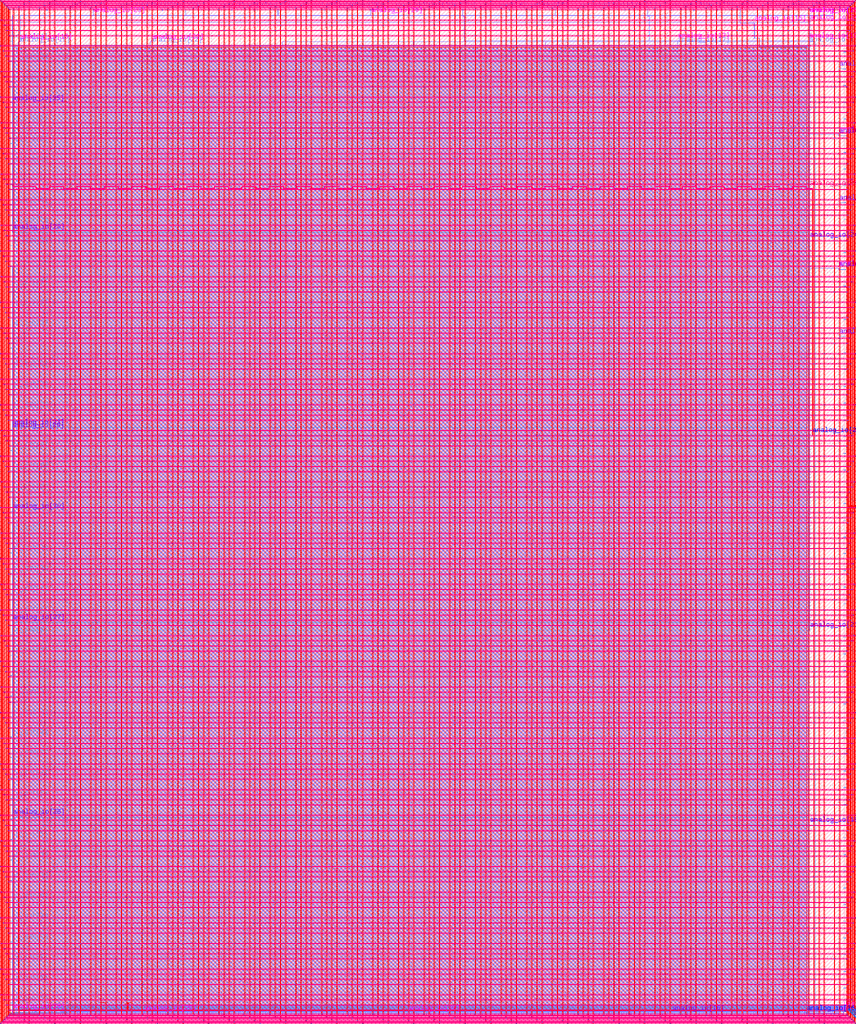
<source format=lef>
VERSION 5.7 ;
  NOWIREEXTENSIONATPIN ON ;
  DIVIDERCHAR "/" ;
  BUSBITCHARS "[]" ;
MACRO user_project_wrapper
  CLASS BLOCK ;
  FOREIGN user_project_wrapper ;
  ORIGIN 0.000 0.000 ;
  SIZE 2920.000 BY 3520.000 ;
  PIN analog_io[0]
    DIRECTION INOUT ;
    PORT
      LAYER met3 ;
        RECT 2917.600 28.980 2924.800 30.180 ;
    END
  END analog_io[0]
  PIN analog_io[10]
    DIRECTION INOUT ;
    PORT
      LAYER met1 ;
        RECT 2778.930 0.920 2779.250 0.980 ;
        RECT 2902.210 0.920 2902.530 0.980 ;
        RECT 2778.930 0.780 2902.530 0.920 ;
        RECT 2778.930 0.720 2779.250 0.780 ;
        RECT 2902.210 0.720 2902.530 0.780 ;
      LAYER via ;
        RECT 2778.960 0.720 2779.220 0.980 ;
        RECT 2902.240 0.720 2902.500 0.980 ;
      LAYER met2 ;
        RECT 2902.230 2375.395 2902.510 2375.765 ;
        RECT 2778.490 1.090 2778.770 4.000 ;
        RECT 2778.490 1.010 2779.160 1.090 ;
        RECT 2902.300 1.010 2902.440 2375.395 ;
        RECT 2778.490 0.950 2779.220 1.010 ;
        RECT 2778.490 0.000 2778.770 0.950 ;
        RECT 2778.960 0.690 2779.220 0.950 ;
        RECT 2902.240 0.690 2902.500 1.010 ;
      LAYER via2 ;
        RECT 2902.230 2375.440 2902.510 2375.720 ;
      LAYER met3 ;
        RECT 2902.205 2375.730 2902.535 2375.745 ;
        RECT 2917.600 2375.730 2924.800 2376.180 ;
        RECT 2902.205 2375.430 2924.800 2375.730 ;
        RECT 2902.205 2375.415 2902.535 2375.430 ;
        RECT 2917.600 2374.980 2924.800 2375.430 ;
    END
  END analog_io[10]
  PIN analog_io[11]
    DIRECTION INOUT ;
    PORT
      LAYER met1 ;
        RECT 946.750 3408.740 947.070 3408.800 ;
        RECT 2798.710 3408.740 2799.030 3408.800 ;
        RECT 946.750 3408.600 2799.030 3408.740 ;
        RECT 946.750 3408.540 947.070 3408.600 ;
        RECT 2798.710 3408.540 2799.030 3408.600 ;
        RECT 2798.710 2614.840 2799.030 2614.900 ;
        RECT 2900.830 2614.840 2901.150 2614.900 ;
        RECT 2798.710 2614.700 2901.150 2614.840 ;
        RECT 2798.710 2614.640 2799.030 2614.700 ;
        RECT 2900.830 2614.640 2901.150 2614.700 ;
      LAYER via ;
        RECT 946.780 3408.540 947.040 3408.800 ;
        RECT 2798.740 3408.540 2799.000 3408.800 ;
        RECT 2798.740 2614.640 2799.000 2614.900 ;
        RECT 2900.860 2614.640 2901.120 2614.900 ;
      LAYER met2 ;
        RECT 946.780 3408.510 947.040 3408.830 ;
        RECT 2798.740 3408.510 2799.000 3408.830 ;
        RECT 946.840 3400.000 946.980 3408.510 ;
        RECT 946.770 3396.000 947.050 3400.000 ;
        RECT 2798.800 2614.930 2798.940 3408.510 ;
        RECT 2798.740 2614.610 2799.000 2614.930 ;
        RECT 2900.860 2614.610 2901.120 2614.930 ;
        RECT 2900.920 2610.365 2901.060 2614.610 ;
        RECT 2900.850 2609.995 2901.130 2610.365 ;
      LAYER via2 ;
        RECT 2900.850 2610.040 2901.130 2610.320 ;
      LAYER met3 ;
        RECT 2900.825 2610.330 2901.155 2610.345 ;
        RECT 2917.600 2610.330 2924.800 2610.780 ;
        RECT 2900.825 2610.030 2924.800 2610.330 ;
        RECT 2900.825 2610.015 2901.155 2610.030 ;
        RECT 2917.600 2609.580 2924.800 2610.030 ;
    END
  END analog_io[11]
  PIN analog_io[12]
    DIRECTION INOUT ;
    PORT
      LAYER met1 ;
        RECT 1854.330 0.580 1854.650 0.640 ;
        RECT 2901.750 0.580 2902.070 0.640 ;
        RECT 1854.330 0.440 2902.070 0.580 ;
        RECT 1854.330 0.380 1854.650 0.440 ;
        RECT 2901.750 0.380 2902.070 0.440 ;
      LAYER via ;
        RECT 1854.360 0.380 1854.620 0.640 ;
        RECT 2901.780 0.380 2902.040 0.640 ;
      LAYER met2 ;
        RECT 2901.770 2844.595 2902.050 2844.965 ;
        RECT 1852.970 0.410 1853.250 4.000 ;
        RECT 2901.840 0.670 2901.980 2844.595 ;
        RECT 1854.360 0.410 1854.620 0.670 ;
        RECT 1852.970 0.350 1854.620 0.410 ;
        RECT 2901.780 0.350 2902.040 0.670 ;
        RECT 1852.970 0.270 1854.560 0.350 ;
        RECT 1852.970 0.000 1853.250 0.270 ;
      LAYER via2 ;
        RECT 2901.770 2844.640 2902.050 2844.920 ;
      LAYER met3 ;
        RECT 2901.745 2844.930 2902.075 2844.945 ;
        RECT 2917.600 2844.930 2924.800 2845.380 ;
        RECT 2901.745 2844.630 2924.800 2844.930 ;
        RECT 2901.745 2844.615 2902.075 2844.630 ;
        RECT 2917.600 2844.180 2924.800 2844.630 ;
    END
  END analog_io[12]
  PIN analog_io[13]
    DIRECTION INOUT ;
    PORT
      LAYER met1 ;
        RECT 1409.510 3409.080 1409.830 3409.140 ;
        RECT 2799.170 3409.080 2799.490 3409.140 ;
        RECT 1409.510 3408.940 2799.490 3409.080 ;
        RECT 1409.510 3408.880 1409.830 3408.940 ;
        RECT 2799.170 3408.880 2799.490 3408.940 ;
        RECT 2799.170 3084.040 2799.490 3084.100 ;
        RECT 2900.830 3084.040 2901.150 3084.100 ;
        RECT 2799.170 3083.900 2901.150 3084.040 ;
        RECT 2799.170 3083.840 2799.490 3083.900 ;
        RECT 2900.830 3083.840 2901.150 3083.900 ;
      LAYER via ;
        RECT 1409.540 3408.880 1409.800 3409.140 ;
        RECT 2799.200 3408.880 2799.460 3409.140 ;
        RECT 2799.200 3083.840 2799.460 3084.100 ;
        RECT 2900.860 3083.840 2901.120 3084.100 ;
      LAYER met2 ;
        RECT 1409.540 3408.850 1409.800 3409.170 ;
        RECT 2799.200 3408.850 2799.460 3409.170 ;
        RECT 1409.600 3400.000 1409.740 3408.850 ;
        RECT 1409.530 3396.000 1409.810 3400.000 ;
        RECT 2799.260 3084.130 2799.400 3408.850 ;
        RECT 2799.200 3083.810 2799.460 3084.130 ;
        RECT 2900.860 3083.810 2901.120 3084.130 ;
        RECT 2900.920 3079.565 2901.060 3083.810 ;
        RECT 2900.850 3079.195 2901.130 3079.565 ;
      LAYER via2 ;
        RECT 2900.850 3079.240 2901.130 3079.520 ;
      LAYER met3 ;
        RECT 2900.825 3079.530 2901.155 3079.545 ;
        RECT 2917.600 3079.530 2924.800 3079.980 ;
        RECT 2900.825 3079.230 2924.800 3079.530 ;
        RECT 2900.825 3079.215 2901.155 3079.230 ;
        RECT 2917.600 3078.780 2924.800 3079.230 ;
    END
  END analog_io[13]
  PIN analog_io[14]
    DIRECTION INOUT ;
    PORT
      LAYER met1 ;
        RECT 928.810 0.240 929.130 0.300 ;
        RECT 2901.290 0.240 2901.610 0.300 ;
        RECT 928.810 0.100 2901.610 0.240 ;
        RECT 928.810 0.040 929.130 0.100 ;
        RECT 2901.290 0.040 2901.610 0.100 ;
      LAYER via ;
        RECT 928.840 0.040 929.100 0.300 ;
        RECT 2901.320 0.040 2901.580 0.300 ;
      LAYER met2 ;
        RECT 2901.310 3313.795 2901.590 3314.165 ;
        RECT 927.450 0.410 927.730 4.000 ;
        RECT 927.450 0.330 929.040 0.410 ;
        RECT 2901.380 0.330 2901.520 3313.795 ;
        RECT 927.450 0.270 929.100 0.330 ;
        RECT 927.450 0.000 927.730 0.270 ;
        RECT 928.840 0.010 929.100 0.270 ;
        RECT 2901.320 0.010 2901.580 0.330 ;
      LAYER via2 ;
        RECT 2901.310 3313.840 2901.590 3314.120 ;
      LAYER met3 ;
        RECT 2901.285 3314.130 2901.615 3314.145 ;
        RECT 2917.600 3314.130 2924.800 3314.580 ;
        RECT 2901.285 3313.830 2924.800 3314.130 ;
        RECT 2901.285 3313.815 2901.615 3313.830 ;
        RECT 2917.600 3313.380 2924.800 3313.830 ;
    END
  END analog_io[14]
  PIN analog_io[15]
    DIRECTION INOUT ;
    PORT
      LAYER met1 ;
        RECT 27.210 3501.560 27.530 3501.620 ;
        RECT 2879.210 3501.560 2879.530 3501.620 ;
        RECT 27.210 3501.420 2879.530 3501.560 ;
        RECT 27.210 3501.360 27.530 3501.420 ;
        RECT 2879.210 3501.360 2879.530 3501.420 ;
        RECT 21.230 3408.740 21.550 3408.800 ;
        RECT 27.210 3408.740 27.530 3408.800 ;
        RECT 21.230 3408.600 27.530 3408.740 ;
        RECT 21.230 3408.540 21.550 3408.600 ;
        RECT 27.210 3408.540 27.530 3408.600 ;
      LAYER via ;
        RECT 27.240 3501.360 27.500 3501.620 ;
        RECT 2879.240 3501.360 2879.500 3501.620 ;
        RECT 21.260 3408.540 21.520 3408.800 ;
        RECT 27.240 3408.540 27.500 3408.800 ;
      LAYER met2 ;
        RECT 2879.090 3517.600 2879.650 3524.800 ;
        RECT 2879.300 3501.650 2879.440 3517.600 ;
        RECT 27.240 3501.330 27.500 3501.650 ;
        RECT 2879.240 3501.330 2879.500 3501.650 ;
        RECT 27.300 3408.830 27.440 3501.330 ;
        RECT 21.260 3408.510 21.520 3408.830 ;
        RECT 27.240 3408.510 27.500 3408.830 ;
        RECT 21.320 3400.000 21.460 3408.510 ;
        RECT 21.250 3396.000 21.530 3400.000 ;
    END
  END analog_io[15]
  PIN analog_io[16]
    DIRECTION INOUT ;
    PORT
      LAYER met1 ;
        RECT 2554.910 3474.020 2555.230 3474.080 ;
        RECT 2604.590 3474.020 2604.910 3474.080 ;
        RECT 2554.910 3473.880 2604.910 3474.020 ;
        RECT 2554.910 3473.820 2555.230 3473.880 ;
        RECT 2604.590 3473.820 2604.910 3473.880 ;
      LAYER via ;
        RECT 2554.940 3473.820 2555.200 3474.080 ;
        RECT 2604.620 3473.820 2604.880 3474.080 ;
      LAYER met2 ;
        RECT 2554.790 3517.600 2555.350 3524.800 ;
        RECT 2555.000 3474.110 2555.140 3517.600 ;
        RECT 2554.940 3473.790 2555.200 3474.110 ;
        RECT 2604.620 3473.790 2604.880 3474.110 ;
        RECT 2604.680 3422.285 2604.820 3473.790 ;
        RECT 2604.610 3421.915 2604.890 3422.285 ;
        RECT 2315.270 0.410 2315.550 0.525 ;
        RECT 2315.730 0.410 2316.010 4.000 ;
        RECT 2315.270 0.270 2316.010 0.410 ;
        RECT 2315.270 0.155 2315.550 0.270 ;
        RECT 2315.730 0.000 2316.010 0.270 ;
      LAYER via2 ;
        RECT 2604.610 3421.960 2604.890 3422.240 ;
        RECT 2315.270 0.200 2315.550 0.480 ;
      LAYER met3 ;
        RECT 2604.585 3422.250 2604.915 3422.265 ;
        RECT 2621.350 3422.250 2621.730 3422.260 ;
        RECT 2604.585 3421.950 2621.730 3422.250 ;
        RECT 2604.585 3421.935 2604.915 3421.950 ;
        RECT 2621.350 3421.940 2621.730 3421.950 ;
        RECT 2621.350 3390.970 2621.730 3390.980 ;
        RECT 2787.870 3390.970 2788.250 3390.980 ;
        RECT 2621.350 3390.670 2788.250 3390.970 ;
        RECT 2621.350 3390.660 2621.730 3390.670 ;
        RECT 2787.870 3390.660 2788.250 3390.670 ;
        RECT 2315.245 0.490 2315.575 0.505 ;
        RECT 2787.870 0.490 2788.250 0.500 ;
        RECT 2315.245 0.190 2788.250 0.490 ;
        RECT 2315.245 0.175 2315.575 0.190 ;
        RECT 2787.870 0.180 2788.250 0.190 ;
      LAYER via3 ;
        RECT 2621.380 3421.940 2621.700 3422.260 ;
        RECT 2621.380 3390.660 2621.700 3390.980 ;
        RECT 2787.900 3390.660 2788.220 3390.980 ;
        RECT 2787.900 0.180 2788.220 0.500 ;
      LAYER met4 ;
        RECT 2621.375 3421.935 2621.705 3422.265 ;
        RECT 2621.390 3390.985 2621.690 3421.935 ;
        RECT 2621.375 3390.655 2621.705 3390.985 ;
        RECT 2787.895 3390.655 2788.225 3390.985 ;
        RECT 2787.910 0.505 2788.210 3390.655 ;
        RECT 2787.895 0.175 2788.225 0.505 ;
    END
  END analog_io[16]
  PIN analog_io[17]
    DIRECTION INOUT ;
    PORT
      LAYER met1 ;
        RECT 2230.610 3498.500 2230.930 3498.560 ;
        RECT 2235.210 3498.500 2235.530 3498.560 ;
        RECT 2230.610 3498.360 2235.530 3498.500 ;
        RECT 2230.610 3498.300 2230.930 3498.360 ;
        RECT 2235.210 3498.300 2235.530 3498.360 ;
        RECT 2235.210 3412.480 2235.530 3412.540 ;
        RECT 2335.030 3412.480 2335.350 3412.540 ;
        RECT 2235.210 3412.340 2335.350 3412.480 ;
        RECT 2235.210 3412.280 2235.530 3412.340 ;
        RECT 2335.030 3412.280 2335.350 3412.340 ;
      LAYER via ;
        RECT 2230.640 3498.300 2230.900 3498.560 ;
        RECT 2235.240 3498.300 2235.500 3498.560 ;
        RECT 2235.240 3412.280 2235.500 3412.540 ;
        RECT 2335.060 3412.280 2335.320 3412.540 ;
      LAYER met2 ;
        RECT 2230.490 3517.600 2231.050 3524.800 ;
        RECT 2230.700 3498.590 2230.840 3517.600 ;
        RECT 2230.640 3498.270 2230.900 3498.590 ;
        RECT 2235.240 3498.270 2235.500 3498.590 ;
        RECT 2235.300 3412.570 2235.440 3498.270 ;
        RECT 2235.240 3412.250 2235.500 3412.570 ;
        RECT 2335.060 3412.250 2335.320 3412.570 ;
        RECT 2335.120 3400.000 2335.260 3412.250 ;
        RECT 2335.050 3396.000 2335.330 3400.000 ;
    END
  END analog_io[17]
  PIN analog_io[18]
    DIRECTION INOUT ;
    PORT
      LAYER met1 ;
        RECT 1905.850 3502.240 1906.170 3502.300 ;
        RECT 2797.330 3502.240 2797.650 3502.300 ;
        RECT 1905.850 3502.100 2797.650 3502.240 ;
        RECT 1905.850 3502.040 1906.170 3502.100 ;
        RECT 2797.330 3502.040 2797.650 3502.100 ;
      LAYER via ;
        RECT 1905.880 3502.040 1906.140 3502.300 ;
        RECT 2797.360 3502.040 2797.620 3502.300 ;
      LAYER met2 ;
        RECT 1905.730 3517.600 1906.290 3524.800 ;
        RECT 1905.940 3502.330 1906.080 3517.600 ;
        RECT 1905.880 3502.010 1906.140 3502.330 ;
        RECT 2797.360 3502.010 2797.620 3502.330 ;
        RECT 2797.420 662.050 2797.560 3502.010 ;
        RECT 2797.810 662.050 2798.090 662.165 ;
        RECT 2797.420 661.910 2798.090 662.050 ;
        RECT 2797.810 661.795 2798.090 661.910 ;
      LAYER via2 ;
        RECT 2797.810 661.840 2798.090 662.120 ;
      LAYER met3 ;
        RECT 2797.785 662.130 2798.115 662.145 ;
        RECT 2797.785 661.815 2798.330 662.130 ;
        RECT 2798.030 660.240 2798.330 661.815 ;
        RECT 2796.000 659.640 2800.000 660.240 ;
    END
  END analog_io[18]
  PIN analog_io[19]
    DIRECTION INOUT ;
    PORT
      LAYER met1 ;
        RECT 1581.550 3498.500 1581.870 3498.560 ;
        RECT 1586.610 3498.500 1586.930 3498.560 ;
        RECT 1581.550 3498.360 1586.930 3498.500 ;
        RECT 1581.550 3498.300 1581.870 3498.360 ;
        RECT 1586.610 3498.300 1586.930 3498.360 ;
        RECT 1586.610 3412.140 1586.930 3412.200 ;
        RECT 2796.870 3412.140 2797.190 3412.200 ;
        RECT 1586.610 3412.000 2797.190 3412.140 ;
        RECT 1586.610 3411.940 1586.930 3412.000 ;
        RECT 2796.870 3411.940 2797.190 3412.000 ;
      LAYER via ;
        RECT 1581.580 3498.300 1581.840 3498.560 ;
        RECT 1586.640 3498.300 1586.900 3498.560 ;
        RECT 1586.640 3411.940 1586.900 3412.200 ;
        RECT 2796.900 3411.940 2797.160 3412.200 ;
      LAYER met2 ;
        RECT 1581.430 3517.600 1581.990 3524.800 ;
        RECT 1581.640 3498.590 1581.780 3517.600 ;
        RECT 1581.580 3498.270 1581.840 3498.590 ;
        RECT 1586.640 3498.270 1586.900 3498.590 ;
        RECT 1586.700 3412.230 1586.840 3498.270 ;
        RECT 1586.640 3411.910 1586.900 3412.230 ;
        RECT 2796.900 3411.910 2797.160 3412.230 ;
        RECT 2796.960 3400.000 2797.100 3411.910 ;
        RECT 2796.890 3396.000 2797.170 3400.000 ;
    END
  END analog_io[19]
  PIN analog_io[1]
    DIRECTION INOUT ;
    PORT
      LAYER met3 ;
        RECT 2917.600 263.580 2924.800 264.780 ;
    END
  END analog_io[1]
  PIN analog_io[20]
    DIRECTION INOUT ;
    PORT
      LAYER met1 ;
        RECT 0.990 3502.240 1.310 3502.300 ;
        RECT 1257.250 3502.240 1257.570 3502.300 ;
        RECT 0.990 3502.100 1257.570 3502.240 ;
        RECT 0.990 3502.040 1.310 3502.100 ;
        RECT 1257.250 3502.040 1257.570 3502.100 ;
      LAYER via ;
        RECT 1.020 3502.040 1.280 3502.300 ;
        RECT 1257.280 3502.040 1257.540 3502.300 ;
      LAYER met2 ;
        RECT 1257.130 3517.600 1257.690 3524.800 ;
        RECT 1257.340 3502.330 1257.480 3517.600 ;
        RECT 1.020 3502.010 1.280 3502.330 ;
        RECT 1257.280 3502.010 1257.540 3502.330 ;
        RECT 1.080 2742.285 1.220 3502.010 ;
        RECT 1.010 2741.915 1.290 2742.285 ;
      LAYER via2 ;
        RECT 1.010 2741.960 1.290 2742.240 ;
      LAYER met3 ;
        RECT 0.985 2742.250 1.315 2742.265 ;
        RECT 0.985 2741.935 1.530 2742.250 ;
        RECT 1.230 2739.680 1.530 2741.935 ;
        RECT 0.000 2739.080 4.000 2739.680 ;
    END
  END analog_io[20]
  PIN analog_io[21]
    DIRECTION INOUT ;
    PORT
      LAYER met1 ;
        RECT 932.490 3501.900 932.810 3501.960 ;
        RECT 2797.790 3501.900 2798.110 3501.960 ;
        RECT 932.490 3501.760 2798.110 3501.900 ;
        RECT 932.490 3501.700 932.810 3501.760 ;
        RECT 2797.790 3501.700 2798.110 3501.760 ;
      LAYER via ;
        RECT 932.520 3501.700 932.780 3501.960 ;
        RECT 2797.820 3501.700 2798.080 3501.960 ;
      LAYER met2 ;
        RECT 932.370 3517.600 932.930 3524.800 ;
        RECT 932.580 3501.990 932.720 3517.600 ;
        RECT 932.520 3501.670 932.780 3501.990 ;
        RECT 2797.820 3501.670 2798.080 3501.990 ;
        RECT 2797.880 1345.565 2798.020 3501.670 ;
        RECT 2797.810 1345.195 2798.090 1345.565 ;
      LAYER via2 ;
        RECT 2797.810 1345.240 2798.090 1345.520 ;
      LAYER met3 ;
        RECT 2797.785 1345.530 2798.115 1345.545 ;
        RECT 2797.785 1345.215 2798.330 1345.530 ;
        RECT 2798.030 1344.320 2798.330 1345.215 ;
        RECT 2796.000 1343.720 2800.000 1344.320 ;
    END
  END analog_io[21]
  PIN analog_io[22]
    DIRECTION INOUT ;
    PORT
      LAYER met1 ;
        RECT 489.510 3501.900 489.830 3501.960 ;
        RECT 608.190 3501.900 608.510 3501.960 ;
        RECT 489.510 3501.760 608.510 3501.900 ;
        RECT 489.510 3501.700 489.830 3501.760 ;
        RECT 608.190 3501.700 608.510 3501.760 ;
        RECT 483.990 3408.740 484.310 3408.800 ;
        RECT 489.510 3408.740 489.830 3408.800 ;
        RECT 483.990 3408.600 489.830 3408.740 ;
        RECT 483.990 3408.540 484.310 3408.600 ;
        RECT 489.510 3408.540 489.830 3408.600 ;
      LAYER via ;
        RECT 489.540 3501.700 489.800 3501.960 ;
        RECT 608.220 3501.700 608.480 3501.960 ;
        RECT 484.020 3408.540 484.280 3408.800 ;
        RECT 489.540 3408.540 489.800 3408.800 ;
      LAYER met2 ;
        RECT 608.070 3517.600 608.630 3524.800 ;
        RECT 608.280 3501.990 608.420 3517.600 ;
        RECT 489.540 3501.670 489.800 3501.990 ;
        RECT 608.220 3501.670 608.480 3501.990 ;
        RECT 489.600 3408.830 489.740 3501.670 ;
        RECT 484.020 3408.510 484.280 3408.830 ;
        RECT 489.540 3408.510 489.800 3408.830 ;
        RECT 484.080 3400.000 484.220 3408.510 ;
        RECT 484.010 3396.000 484.290 3400.000 ;
    END
  END analog_io[22]
  PIN analog_io[23]
    DIRECTION INOUT ;
    PORT
      LAYER met1 ;
        RECT 0.530 3501.900 0.850 3501.960 ;
        RECT 283.890 3501.900 284.210 3501.960 ;
        RECT 0.530 3501.760 284.210 3501.900 ;
        RECT 0.530 3501.700 0.850 3501.760 ;
        RECT 283.890 3501.700 284.210 3501.760 ;
      LAYER via ;
        RECT 0.560 3501.700 0.820 3501.960 ;
        RECT 283.920 3501.700 284.180 3501.960 ;
      LAYER met2 ;
        RECT 283.770 3517.600 284.330 3524.800 ;
        RECT 283.980 3501.990 284.120 3517.600 ;
        RECT 0.560 3501.670 0.820 3501.990 ;
        RECT 283.920 3501.670 284.180 3501.990 ;
        RECT 0.620 2056.845 0.760 3501.670 ;
        RECT 0.550 2056.475 0.830 2056.845 ;
      LAYER via2 ;
        RECT 0.550 2056.520 0.830 2056.800 ;
      LAYER met3 ;
        RECT 0.525 2056.810 0.855 2056.825 ;
        RECT 0.310 2056.495 0.855 2056.810 ;
        RECT 0.310 2055.600 0.610 2056.495 ;
        RECT 0.000 2055.000 4.000 2055.600 ;
    END
  END analog_io[23]
  PIN analog_io[24]
    DIRECTION INOUT ;
    PORT
      LAYER met1 ;
        RECT 17.090 3477.760 17.410 3477.820 ;
        RECT 2798.250 3477.760 2798.570 3477.820 ;
        RECT 17.090 3477.620 2798.570 3477.760 ;
        RECT 17.090 3477.560 17.410 3477.620 ;
        RECT 2798.250 3477.560 2798.570 3477.620 ;
      LAYER via ;
        RECT 17.120 3477.560 17.380 3477.820 ;
        RECT 2798.280 3477.560 2798.540 3477.820 ;
      LAYER met2 ;
        RECT 17.110 3483.115 17.390 3483.485 ;
        RECT 17.180 3477.850 17.320 3483.115 ;
        RECT 17.120 3477.530 17.380 3477.850 ;
        RECT 2798.280 3477.530 2798.540 3477.850 ;
        RECT 2798.340 2715.085 2798.480 3477.530 ;
        RECT 2798.270 2714.715 2798.550 2715.085 ;
      LAYER via2 ;
        RECT 17.110 3483.160 17.390 3483.440 ;
        RECT 2798.270 2714.760 2798.550 2715.040 ;
      LAYER met3 ;
        RECT -4.800 3483.450 2.400 3483.900 ;
        RECT 17.085 3483.450 17.415 3483.465 ;
        RECT -4.800 3483.150 17.415 3483.450 ;
        RECT -4.800 3482.700 2.400 3483.150 ;
        RECT 17.085 3483.135 17.415 3483.150 ;
        RECT 2798.245 2715.050 2798.575 2715.065 ;
        RECT 2798.030 2714.735 2798.575 2715.050 ;
        RECT 2798.030 2712.480 2798.330 2714.735 ;
        RECT 2796.000 2711.880 2800.000 2712.480 ;
    END
  END analog_io[24]
  PIN analog_io[25]
    DIRECTION INOUT ;
    PORT
      LAYER met1 ;
        RECT 0.070 0.240 0.390 0.300 ;
        RECT 462.830 0.240 463.150 0.300 ;
        RECT 0.070 0.100 463.150 0.240 ;
        RECT 0.070 0.040 0.390 0.100 ;
        RECT 462.830 0.040 463.150 0.100 ;
      LAYER via ;
        RECT 0.100 0.040 0.360 0.300 ;
        RECT 462.860 0.040 463.120 0.300 ;
      LAYER met2 ;
        RECT 0.090 3194.115 0.370 3194.485 ;
        RECT 0.160 0.330 0.300 3194.115 ;
        RECT 464.690 0.410 464.970 4.000 ;
        RECT 462.920 0.330 464.970 0.410 ;
        RECT 0.100 0.010 0.360 0.330 ;
        RECT 462.860 0.270 464.970 0.330 ;
        RECT 462.860 0.010 463.120 0.270 ;
        RECT 464.690 0.000 464.970 0.270 ;
      LAYER via2 ;
        RECT 0.090 3194.160 0.370 3194.440 ;
      LAYER met3 ;
        RECT -4.800 3195.810 2.400 3196.260 ;
        RECT -4.800 3195.510 3.370 3195.810 ;
        RECT -4.800 3195.130 2.400 3195.510 ;
        RECT 3.070 3195.130 3.370 3195.510 ;
        RECT -4.800 3195.060 3.370 3195.130 ;
        RECT 0.310 3194.830 3.370 3195.060 ;
        RECT 0.310 3194.465 0.610 3194.830 ;
        RECT 0.065 3194.150 0.610 3194.465 ;
        RECT 0.065 3194.135 0.395 3194.150 ;
    END
  END analog_io[25]
  PIN analog_io[26]
    DIRECTION INOUT ;
    PORT
      LAYER met3 ;
        RECT -4.800 2908.850 2.400 2909.300 ;
        RECT -4.800 2908.550 3.370 2908.850 ;
        RECT -4.800 2908.100 2.400 2908.550 ;
        RECT 2.110 2907.490 2.490 2907.500 ;
        RECT 3.070 2907.490 3.370 2908.550 ;
        RECT 2.110 2907.190 3.370 2907.490 ;
        RECT 2.110 2907.180 2.490 2907.190 ;
        RECT 2796.000 2028.250 2800.000 2028.400 ;
        RECT 2808.110 2028.250 2808.490 2028.260 ;
        RECT 2796.000 2027.950 2808.490 2028.250 ;
        RECT 2796.000 2027.800 2800.000 2027.950 ;
        RECT 2808.110 2027.940 2808.490 2027.950 ;
      LAYER via3 ;
        RECT 2.140 2907.180 2.460 2907.500 ;
        RECT 2808.140 2027.940 2808.460 2028.260 ;
      LAYER met4 ;
        RECT 2.135 2907.175 2.465 2907.505 ;
        RECT 2.150 2902.490 2.450 2907.175 ;
        RECT 1.710 2901.310 2.890 2902.490 ;
        RECT 2807.710 2894.510 2808.890 2895.690 ;
        RECT 2808.150 2028.265 2808.450 2894.510 ;
        RECT 2808.135 2027.935 2808.465 2028.265 ;
      LAYER met5 ;
        RECT 1.500 2901.100 84.060 2902.700 ;
        RECT 82.460 2895.900 84.060 2901.100 ;
        RECT 129.380 2901.100 180.660 2902.700 ;
        RECT 129.380 2895.900 130.980 2901.100 ;
        RECT 82.460 2894.300 130.980 2895.900 ;
        RECT 179.060 2895.900 180.660 2901.100 ;
        RECT 225.980 2901.100 277.260 2902.700 ;
        RECT 225.980 2895.900 227.580 2901.100 ;
        RECT 179.060 2894.300 227.580 2895.900 ;
        RECT 275.660 2895.900 277.260 2901.100 ;
        RECT 322.580 2901.100 373.860 2902.700 ;
        RECT 322.580 2895.900 324.180 2901.100 ;
        RECT 275.660 2894.300 324.180 2895.900 ;
        RECT 372.260 2895.900 373.860 2901.100 ;
        RECT 419.180 2901.100 470.460 2902.700 ;
        RECT 419.180 2895.900 420.780 2901.100 ;
        RECT 372.260 2894.300 420.780 2895.900 ;
        RECT 468.860 2895.900 470.460 2901.100 ;
        RECT 515.780 2901.100 567.060 2902.700 ;
        RECT 515.780 2895.900 517.380 2901.100 ;
        RECT 468.860 2894.300 517.380 2895.900 ;
        RECT 565.460 2895.900 567.060 2901.100 ;
        RECT 612.380 2901.100 663.660 2902.700 ;
        RECT 612.380 2895.900 613.980 2901.100 ;
        RECT 565.460 2894.300 613.980 2895.900 ;
        RECT 662.060 2895.900 663.660 2901.100 ;
        RECT 708.980 2901.100 760.260 2902.700 ;
        RECT 708.980 2895.900 710.580 2901.100 ;
        RECT 662.060 2894.300 710.580 2895.900 ;
        RECT 758.660 2895.900 760.260 2901.100 ;
        RECT 805.580 2901.100 856.860 2902.700 ;
        RECT 805.580 2895.900 807.180 2901.100 ;
        RECT 758.660 2894.300 807.180 2895.900 ;
        RECT 855.260 2895.900 856.860 2901.100 ;
        RECT 902.180 2901.100 953.460 2902.700 ;
        RECT 902.180 2895.900 903.780 2901.100 ;
        RECT 855.260 2894.300 903.780 2895.900 ;
        RECT 951.860 2895.900 953.460 2901.100 ;
        RECT 998.780 2901.100 1050.060 2902.700 ;
        RECT 998.780 2895.900 1000.380 2901.100 ;
        RECT 951.860 2894.300 1000.380 2895.900 ;
        RECT 1048.460 2895.900 1050.060 2901.100 ;
        RECT 1095.380 2901.100 1146.660 2902.700 ;
        RECT 1095.380 2895.900 1096.980 2901.100 ;
        RECT 1048.460 2894.300 1096.980 2895.900 ;
        RECT 1145.060 2895.900 1146.660 2901.100 ;
        RECT 1191.980 2901.100 1243.260 2902.700 ;
        RECT 1191.980 2895.900 1193.580 2901.100 ;
        RECT 1145.060 2894.300 1193.580 2895.900 ;
        RECT 1241.660 2895.900 1243.260 2901.100 ;
        RECT 1288.580 2901.100 1339.860 2902.700 ;
        RECT 1288.580 2895.900 1290.180 2901.100 ;
        RECT 1241.660 2894.300 1290.180 2895.900 ;
        RECT 1338.260 2895.900 1339.860 2901.100 ;
        RECT 1385.180 2901.100 1436.460 2902.700 ;
        RECT 1385.180 2895.900 1386.780 2901.100 ;
        RECT 1338.260 2894.300 1386.780 2895.900 ;
        RECT 1434.860 2895.900 1436.460 2901.100 ;
        RECT 1481.780 2901.100 1533.060 2902.700 ;
        RECT 1481.780 2895.900 1483.380 2901.100 ;
        RECT 1434.860 2894.300 1483.380 2895.900 ;
        RECT 1531.460 2895.900 1533.060 2901.100 ;
        RECT 1578.380 2901.100 1629.660 2902.700 ;
        RECT 1578.380 2895.900 1579.980 2901.100 ;
        RECT 1531.460 2894.300 1579.980 2895.900 ;
        RECT 1628.060 2895.900 1629.660 2901.100 ;
        RECT 1674.980 2901.100 1726.260 2902.700 ;
        RECT 1674.980 2895.900 1676.580 2901.100 ;
        RECT 1628.060 2894.300 1676.580 2895.900 ;
        RECT 1724.660 2895.900 1726.260 2901.100 ;
        RECT 1771.580 2901.100 1822.860 2902.700 ;
        RECT 1771.580 2895.900 1773.180 2901.100 ;
        RECT 1724.660 2894.300 1773.180 2895.900 ;
        RECT 1821.260 2895.900 1822.860 2901.100 ;
        RECT 1868.180 2901.100 1919.460 2902.700 ;
        RECT 1868.180 2895.900 1869.780 2901.100 ;
        RECT 1821.260 2894.300 1869.780 2895.900 ;
        RECT 1917.860 2895.900 1919.460 2901.100 ;
        RECT 1964.780 2901.100 2016.060 2902.700 ;
        RECT 1964.780 2895.900 1966.380 2901.100 ;
        RECT 1917.860 2894.300 1966.380 2895.900 ;
        RECT 2014.460 2895.900 2016.060 2901.100 ;
        RECT 2061.380 2901.100 2112.660 2902.700 ;
        RECT 2061.380 2895.900 2062.980 2901.100 ;
        RECT 2014.460 2894.300 2062.980 2895.900 ;
        RECT 2111.060 2895.900 2112.660 2901.100 ;
        RECT 2157.980 2901.100 2209.260 2902.700 ;
        RECT 2157.980 2895.900 2159.580 2901.100 ;
        RECT 2111.060 2894.300 2159.580 2895.900 ;
        RECT 2207.660 2895.900 2209.260 2901.100 ;
        RECT 2254.580 2901.100 2305.860 2902.700 ;
        RECT 2254.580 2895.900 2256.180 2901.100 ;
        RECT 2207.660 2894.300 2256.180 2895.900 ;
        RECT 2304.260 2895.900 2305.860 2901.100 ;
        RECT 2351.180 2901.100 2402.460 2902.700 ;
        RECT 2351.180 2895.900 2352.780 2901.100 ;
        RECT 2304.260 2894.300 2352.780 2895.900 ;
        RECT 2400.860 2895.900 2402.460 2901.100 ;
        RECT 2447.780 2901.100 2499.060 2902.700 ;
        RECT 2447.780 2895.900 2449.380 2901.100 ;
        RECT 2400.860 2894.300 2449.380 2895.900 ;
        RECT 2497.460 2895.900 2499.060 2901.100 ;
        RECT 2544.380 2901.100 2595.660 2902.700 ;
        RECT 2544.380 2895.900 2545.980 2901.100 ;
        RECT 2497.460 2894.300 2545.980 2895.900 ;
        RECT 2594.060 2895.900 2595.660 2901.100 ;
        RECT 2640.980 2901.100 2692.260 2902.700 ;
        RECT 2640.980 2895.900 2642.580 2901.100 ;
        RECT 2594.060 2894.300 2642.580 2895.900 ;
        RECT 2690.660 2895.900 2692.260 2901.100 ;
        RECT 2737.580 2901.100 2788.860 2902.700 ;
        RECT 2737.580 2895.900 2739.180 2901.100 ;
        RECT 2690.660 2894.300 2739.180 2895.900 ;
        RECT 2787.260 2895.900 2788.860 2901.100 ;
        RECT 2787.260 2894.300 2809.100 2895.900 ;
    END
  END analog_io[26]
  PIN analog_io[27]
    DIRECTION INOUT ;
    PORT
      LAYER met2 ;
        RECT 1.930 2619.515 2.210 2619.885 ;
        RECT 2.000 1372.765 2.140 2619.515 ;
        RECT 1.930 1372.395 2.210 1372.765 ;
      LAYER via2 ;
        RECT 1.930 2619.560 2.210 2619.840 ;
        RECT 1.930 1372.440 2.210 1372.720 ;
      LAYER met3 ;
        RECT -4.800 2621.210 2.400 2621.660 ;
        RECT -4.800 2620.910 3.370 2621.210 ;
        RECT -4.800 2620.460 2.400 2620.910 ;
        RECT 1.905 2619.850 2.235 2619.865 ;
        RECT 3.070 2619.850 3.370 2620.910 ;
        RECT 1.905 2619.550 3.370 2619.850 ;
        RECT 1.905 2619.535 2.235 2619.550 ;
        RECT 1.905 1372.730 2.235 1372.745 ;
        RECT 1.905 1372.415 2.450 1372.730 ;
        RECT 2.150 1371.520 2.450 1372.415 ;
        RECT 0.000 1370.920 4.000 1371.520 ;
    END
  END analog_io[27]
  PIN analog_io[28]
    DIRECTION INOUT ;
    PORT
      LAYER met2 ;
        RECT 1.470 2332.555 1.750 2332.925 ;
        RECT 1.540 690.045 1.680 2332.555 ;
        RECT 1.470 689.675 1.750 690.045 ;
      LAYER via2 ;
        RECT 1.470 2332.600 1.750 2332.880 ;
        RECT 1.470 689.720 1.750 690.000 ;
      LAYER met3 ;
        RECT -4.800 2334.250 2.400 2334.700 ;
        RECT -4.800 2333.950 3.370 2334.250 ;
        RECT -4.800 2333.500 2.400 2333.950 ;
        RECT 1.445 2332.890 1.775 2332.905 ;
        RECT 3.070 2332.890 3.370 2333.950 ;
        RECT 1.445 2332.590 3.370 2332.890 ;
        RECT 1.445 2332.575 1.775 2332.590 ;
        RECT 1.445 690.010 1.775 690.025 ;
        RECT 1.230 689.695 1.775 690.010 ;
        RECT 1.230 687.440 1.530 689.695 ;
        RECT 0.000 686.840 4.000 687.440 ;
    END
  END analog_io[28]
  PIN analog_io[29]
    DIRECTION INOUT ;
    PORT
      LAYER met1 ;
        RECT 0.530 6.700 0.850 6.760 ;
        RECT 1.910 6.700 2.230 6.760 ;
        RECT 0.530 6.560 2.230 6.700 ;
        RECT 0.530 6.500 0.850 6.560 ;
        RECT 1.910 6.500 2.230 6.560 ;
      LAYER via ;
        RECT 0.560 6.500 0.820 6.760 ;
        RECT 1.940 6.500 2.200 6.760 ;
      LAYER met2 ;
        RECT 0.550 2044.915 0.830 2045.285 ;
        RECT 0.620 6.790 0.760 2044.915 ;
        RECT 0.560 6.470 0.820 6.790 ;
        RECT 1.940 6.470 2.200 6.790 ;
        RECT 2.000 3.810 2.140 6.470 ;
        RECT 2.850 3.810 3.130 4.000 ;
        RECT 2.000 3.670 3.130 3.810 ;
        RECT 2.850 2.400 3.130 3.670 ;
        RECT 2.710 -4.800 3.270 2.400 ;
      LAYER via2 ;
        RECT 0.550 2044.960 0.830 2045.240 ;
      LAYER met3 ;
        RECT -4.800 2046.610 2.400 2047.060 ;
        RECT -4.800 2046.310 3.370 2046.610 ;
        RECT -4.800 2045.860 2.400 2046.310 ;
        RECT 0.525 2045.250 0.855 2045.265 ;
        RECT 3.070 2045.250 3.370 2046.310 ;
        RECT 0.525 2044.950 3.370 2045.250 ;
        RECT 0.525 2044.935 0.855 2044.950 ;
    END
  END analog_io[29]
  PIN analog_io[2]
    DIRECTION INOUT ;
    PORT
      LAYER met3 ;
        RECT 2917.600 498.180 2924.800 499.380 ;
    END
  END analog_io[2]
  PIN analog_io[30]
    DIRECTION INOUT ;
    PORT
      LAYER met1 ;
        RECT 0.990 0.580 1.310 0.640 ;
        RECT 1389.270 0.580 1389.590 0.640 ;
        RECT 0.990 0.440 1389.590 0.580 ;
        RECT 0.990 0.380 1.310 0.440 ;
        RECT 1389.270 0.380 1389.590 0.440 ;
      LAYER via ;
        RECT 1.020 0.380 1.280 0.640 ;
        RECT 1389.300 0.380 1389.560 0.640 ;
      LAYER met2 ;
        RECT 1.010 1760.675 1.290 1761.045 ;
        RECT 1.080 0.670 1.220 1760.675 ;
        RECT 1.020 0.350 1.280 0.670 ;
        RECT 1389.300 0.410 1389.560 0.670 ;
        RECT 1390.210 0.410 1390.490 4.000 ;
        RECT 1389.300 0.350 1390.490 0.410 ;
        RECT 1389.360 0.270 1390.490 0.350 ;
        RECT 1390.210 0.000 1390.490 0.270 ;
      LAYER via2 ;
        RECT 1.010 1760.720 1.290 1761.000 ;
      LAYER met3 ;
        RECT 0.985 1761.010 1.315 1761.025 ;
        RECT 0.985 1760.710 3.370 1761.010 ;
        RECT 0.985 1760.695 1.315 1760.710 ;
        RECT -4.800 1759.650 2.400 1760.100 ;
        RECT 3.070 1759.650 3.370 1760.710 ;
        RECT -4.800 1759.350 3.370 1759.650 ;
        RECT -4.800 1758.900 2.400 1759.350 ;
    END
  END analog_io[30]
  PIN analog_io[3]
    DIRECTION INOUT ;
    PORT
      LAYER met3 ;
        RECT 2917.600 732.780 2924.800 733.980 ;
    END
  END analog_io[3]
  PIN analog_io[4]
    DIRECTION INOUT ;
    PORT
      LAYER met3 ;
        RECT 2917.600 967.380 2924.800 968.580 ;
    END
  END analog_io[4]
  PIN analog_io[5]
    DIRECTION INOUT ;
    PORT
      LAYER met3 ;
        RECT 2917.600 1201.980 2924.800 1203.180 ;
    END
  END analog_io[5]
  PIN analog_io[6]
    DIRECTION INOUT ;
    PORT
      LAYER met3 ;
        RECT 2917.600 1436.580 2924.800 1437.780 ;
    END
  END analog_io[6]
  PIN analog_io[7]
    DIRECTION INOUT ;
    PORT
      LAYER met3 ;
        RECT 2917.600 1671.180 2924.800 1672.380 ;
    END
  END analog_io[7]
  PIN analog_io[8]
    DIRECTION INOUT ;
    PORT
      LAYER met3 ;
        RECT 2917.600 1905.780 2924.800 1906.980 ;
    END
  END analog_io[8]
  PIN analog_io[9]
    DIRECTION INOUT ;
    PORT
      LAYER met3 ;
        RECT 2917.600 2140.380 2924.800 2141.580 ;
    END
  END analog_io[9]
  PIN io_in[0]
    DIRECTION INPUT ;
    PORT
      LAYER met3 ;
        RECT 2917.600 87.460 2924.800 88.660 ;
    END
  END io_in[0]
  PIN io_in[10]
    DIRECTION INPUT ;
    PORT
      LAYER met3 ;
        RECT 2917.600 2433.460 2924.800 2434.660 ;
    END
  END io_in[10]
  PIN io_in[11]
    DIRECTION INPUT ;
    PORT
      LAYER met3 ;
        RECT 2917.600 2668.740 2924.800 2669.940 ;
    END
  END io_in[11]
  PIN io_in[12]
    DIRECTION INPUT ;
    PORT
      LAYER met3 ;
        RECT 2917.600 2903.340 2924.800 2904.540 ;
    END
  END io_in[12]
  PIN io_in[13]
    DIRECTION INPUT ;
    PORT
      LAYER met3 ;
        RECT 2917.600 3137.940 2924.800 3139.140 ;
    END
  END io_in[13]
  PIN io_in[14]
    DIRECTION INPUT ;
    PORT
      LAYER met3 ;
        RECT 2917.600 3372.540 2924.800 3373.740 ;
    END
  END io_in[14]
  PIN io_in[15]
    DIRECTION INPUT ;
    PORT
      LAYER met2 ;
        RECT 2798.130 3517.600 2798.690 3524.800 ;
    END
  END io_in[15]
  PIN io_in[16]
    DIRECTION INPUT ;
    PORT
      LAYER met2 ;
        RECT 2473.830 3517.600 2474.390 3524.800 ;
    END
  END io_in[16]
  PIN io_in[17]
    DIRECTION INPUT ;
    PORT
      LAYER met2 ;
        RECT 2149.070 3517.600 2149.630 3524.800 ;
    END
  END io_in[17]
  PIN io_in[18]
    DIRECTION INPUT ;
    PORT
      LAYER met2 ;
        RECT 1824.770 3517.600 1825.330 3524.800 ;
    END
  END io_in[18]
  PIN io_in[19]
    DIRECTION INPUT ;
    PORT
      LAYER met2 ;
        RECT 1500.470 3517.600 1501.030 3524.800 ;
    END
  END io_in[19]
  PIN io_in[1]
    DIRECTION INPUT ;
    PORT
      LAYER met3 ;
        RECT 2917.600 322.060 2924.800 323.260 ;
    END
  END io_in[1]
  PIN io_in[20]
    DIRECTION INPUT ;
    PORT
      LAYER met2 ;
        RECT 1175.710 3517.600 1176.270 3524.800 ;
    END
  END io_in[20]
  PIN io_in[21]
    DIRECTION INPUT ;
    PORT
      LAYER met2 ;
        RECT 851.410 3517.600 851.970 3524.800 ;
    END
  END io_in[21]
  PIN io_in[22]
    DIRECTION INPUT ;
    PORT
      LAYER met2 ;
        RECT 527.110 3517.600 527.670 3524.800 ;
    END
  END io_in[22]
  PIN io_in[23]
    DIRECTION INPUT ;
    PORT
      LAYER met2 ;
        RECT 202.350 3517.600 202.910 3524.800 ;
    END
  END io_in[23]
  PIN io_in[24]
    DIRECTION INPUT ;
    PORT
      LAYER met3 ;
        RECT -4.800 3410.620 2.400 3411.820 ;
    END
  END io_in[24]
  PIN io_in[25]
    DIRECTION INPUT ;
    PORT
      LAYER met3 ;
        RECT -4.800 3123.660 2.400 3124.860 ;
    END
  END io_in[25]
  PIN io_in[26]
    DIRECTION INPUT ;
    PORT
      LAYER met3 ;
        RECT -4.800 2836.020 2.400 2837.220 ;
    END
  END io_in[26]
  PIN io_in[27]
    DIRECTION INPUT ;
    PORT
      LAYER met3 ;
        RECT -4.800 2549.060 2.400 2550.260 ;
    END
  END io_in[27]
  PIN io_in[28]
    DIRECTION INPUT ;
    PORT
      LAYER met3 ;
        RECT -4.800 2261.420 2.400 2262.620 ;
    END
  END io_in[28]
  PIN io_in[29]
    DIRECTION INPUT ;
    PORT
      LAYER met3 ;
        RECT -4.800 1974.460 2.400 1975.660 ;
    END
  END io_in[29]
  PIN io_in[2]
    DIRECTION INPUT ;
    PORT
      LAYER met3 ;
        RECT 2917.600 556.660 2924.800 557.860 ;
    END
  END io_in[2]
  PIN io_in[30]
    DIRECTION INPUT ;
    PORT
      LAYER met3 ;
        RECT -4.800 1686.820 2.400 1688.020 ;
    END
  END io_in[30]
  PIN io_in[31]
    DIRECTION INPUT ;
    PORT
      LAYER met3 ;
        RECT -4.800 1471.260 2.400 1472.460 ;
    END
  END io_in[31]
  PIN io_in[32]
    DIRECTION INPUT ;
    PORT
      LAYER met3 ;
        RECT -4.800 1255.700 2.400 1256.900 ;
    END
  END io_in[32]
  PIN io_in[33]
    DIRECTION INPUT ;
    PORT
      LAYER met3 ;
        RECT -4.800 1040.140 2.400 1041.340 ;
    END
  END io_in[33]
  PIN io_in[34]
    DIRECTION INPUT ;
    PORT
      LAYER met3 ;
        RECT -4.800 824.580 2.400 825.780 ;
    END
  END io_in[34]
  PIN io_in[35]
    DIRECTION INPUT ;
    PORT
      LAYER met3 ;
        RECT -4.800 609.700 2.400 610.900 ;
    END
  END io_in[35]
  PIN io_in[36]
    DIRECTION INPUT ;
    PORT
      LAYER met3 ;
        RECT -4.800 394.140 2.400 395.340 ;
    END
  END io_in[36]
  PIN io_in[37]
    DIRECTION INPUT ;
    PORT
      LAYER met3 ;
        RECT -4.800 178.580 2.400 179.780 ;
    END
  END io_in[37]
  PIN io_in[3]
    DIRECTION INPUT ;
    PORT
      LAYER met3 ;
        RECT 2917.600 791.260 2924.800 792.460 ;
    END
  END io_in[3]
  PIN io_in[4]
    DIRECTION INPUT ;
    PORT
      LAYER met3 ;
        RECT 2917.600 1025.860 2924.800 1027.060 ;
    END
  END io_in[4]
  PIN io_in[5]
    DIRECTION INPUT ;
    PORT
      LAYER met3 ;
        RECT 2917.600 1260.460 2924.800 1261.660 ;
    END
  END io_in[5]
  PIN io_in[6]
    DIRECTION INPUT ;
    PORT
      LAYER met3 ;
        RECT 2917.600 1495.060 2924.800 1496.260 ;
    END
  END io_in[6]
  PIN io_in[7]
    DIRECTION INPUT ;
    PORT
      LAYER met3 ;
        RECT 2917.600 1729.660 2924.800 1730.860 ;
    END
  END io_in[7]
  PIN io_in[8]
    DIRECTION INPUT ;
    PORT
      LAYER met3 ;
        RECT 2917.600 1964.260 2924.800 1965.460 ;
    END
  END io_in[8]
  PIN io_in[9]
    DIRECTION INPUT ;
    PORT
      LAYER met3 ;
        RECT 2917.600 2198.860 2924.800 2200.060 ;
    END
  END io_in[9]
  PIN io_oeb[0]
    DIRECTION OUTPUT TRISTATE ;
    PORT
      LAYER met3 ;
        RECT 2917.600 204.420 2924.800 205.620 ;
    END
  END io_oeb[0]
  PIN io_oeb[10]
    DIRECTION OUTPUT TRISTATE ;
    PORT
      LAYER met3 ;
        RECT 2917.600 2551.100 2924.800 2552.300 ;
    END
  END io_oeb[10]
  PIN io_oeb[11]
    DIRECTION OUTPUT TRISTATE ;
    PORT
      LAYER met3 ;
        RECT 2917.600 2785.700 2924.800 2786.900 ;
    END
  END io_oeb[11]
  PIN io_oeb[12]
    DIRECTION OUTPUT TRISTATE ;
    PORT
      LAYER met3 ;
        RECT 2917.600 3020.300 2924.800 3021.500 ;
    END
  END io_oeb[12]
  PIN io_oeb[13]
    DIRECTION OUTPUT TRISTATE ;
    PORT
      LAYER met3 ;
        RECT 2917.600 3254.900 2924.800 3256.100 ;
    END
  END io_oeb[13]
  PIN io_oeb[14]
    DIRECTION OUTPUT TRISTATE ;
    PORT
      LAYER met3 ;
        RECT 2917.600 3489.500 2924.800 3490.700 ;
    END
  END io_oeb[14]
  PIN io_oeb[15]
    DIRECTION OUTPUT TRISTATE ;
    PORT
      LAYER met2 ;
        RECT 2635.750 3517.600 2636.310 3524.800 ;
    END
  END io_oeb[15]
  PIN io_oeb[16]
    DIRECTION OUTPUT TRISTATE ;
    PORT
      LAYER met2 ;
        RECT 2311.450 3517.600 2312.010 3524.800 ;
    END
  END io_oeb[16]
  PIN io_oeb[17]
    DIRECTION OUTPUT TRISTATE ;
    PORT
      LAYER met2 ;
        RECT 1987.150 3517.600 1987.710 3524.800 ;
    END
  END io_oeb[17]
  PIN io_oeb[18]
    DIRECTION OUTPUT TRISTATE ;
    PORT
      LAYER met2 ;
        RECT 1662.390 3517.600 1662.950 3524.800 ;
    END
  END io_oeb[18]
  PIN io_oeb[19]
    DIRECTION OUTPUT TRISTATE ;
    PORT
      LAYER met2 ;
        RECT 1338.090 3517.600 1338.650 3524.800 ;
    END
  END io_oeb[19]
  PIN io_oeb[1]
    DIRECTION OUTPUT TRISTATE ;
    PORT
      LAYER met3 ;
        RECT 2917.600 439.020 2924.800 440.220 ;
    END
  END io_oeb[1]
  PIN io_oeb[20]
    DIRECTION OUTPUT TRISTATE ;
    PORT
      LAYER met2 ;
        RECT 1013.790 3517.600 1014.350 3524.800 ;
    END
  END io_oeb[20]
  PIN io_oeb[21]
    DIRECTION OUTPUT TRISTATE ;
    PORT
      LAYER met2 ;
        RECT 689.030 3517.600 689.590 3524.800 ;
    END
  END io_oeb[21]
  PIN io_oeb[22]
    DIRECTION OUTPUT TRISTATE ;
    PORT
      LAYER met2 ;
        RECT 364.730 3517.600 365.290 3524.800 ;
    END
  END io_oeb[22]
  PIN io_oeb[23]
    DIRECTION OUTPUT TRISTATE ;
    PORT
      LAYER met2 ;
        RECT 40.430 3517.600 40.990 3524.800 ;
    END
  END io_oeb[23]
  PIN io_oeb[24]
    DIRECTION OUTPUT TRISTATE ;
    PORT
      LAYER met3 ;
        RECT -4.800 3267.140 2.400 3268.340 ;
    END
  END io_oeb[24]
  PIN io_oeb[25]
    DIRECTION OUTPUT TRISTATE ;
    PORT
      LAYER met3 ;
        RECT -4.800 2979.500 2.400 2980.700 ;
    END
  END io_oeb[25]
  PIN io_oeb[26]
    DIRECTION OUTPUT TRISTATE ;
    PORT
      LAYER met3 ;
        RECT -4.800 2692.540 2.400 2693.740 ;
    END
  END io_oeb[26]
  PIN io_oeb[27]
    DIRECTION OUTPUT TRISTATE ;
    PORT
      LAYER met3 ;
        RECT -4.800 2404.900 2.400 2406.100 ;
    END
  END io_oeb[27]
  PIN io_oeb[28]
    DIRECTION OUTPUT TRISTATE ;
    PORT
      LAYER met3 ;
        RECT -4.800 2117.940 2.400 2119.140 ;
    END
  END io_oeb[28]
  PIN io_oeb[29]
    DIRECTION OUTPUT TRISTATE ;
    PORT
      LAYER met3 ;
        RECT -4.800 1830.300 2.400 1831.500 ;
    END
  END io_oeb[29]
  PIN io_oeb[2]
    DIRECTION OUTPUT TRISTATE ;
    PORT
      LAYER met3 ;
        RECT 2917.600 673.620 2924.800 674.820 ;
    END
  END io_oeb[2]
  PIN io_oeb[30]
    DIRECTION OUTPUT TRISTATE ;
    PORT
      LAYER met3 ;
        RECT -4.800 1543.340 2.400 1544.540 ;
    END
  END io_oeb[30]
  PIN io_oeb[31]
    DIRECTION OUTPUT TRISTATE ;
    PORT
      LAYER met3 ;
        RECT -4.800 1327.780 2.400 1328.980 ;
    END
  END io_oeb[31]
  PIN io_oeb[32]
    DIRECTION OUTPUT TRISTATE ;
    PORT
      LAYER met3 ;
        RECT -4.800 1112.220 2.400 1113.420 ;
    END
  END io_oeb[32]
  PIN io_oeb[33]
    DIRECTION OUTPUT TRISTATE ;
    PORT
      LAYER met3 ;
        RECT -4.800 896.660 2.400 897.860 ;
    END
  END io_oeb[33]
  PIN io_oeb[34]
    DIRECTION OUTPUT TRISTATE ;
    PORT
      LAYER met3 ;
        RECT -4.800 681.100 2.400 682.300 ;
    END
  END io_oeb[34]
  PIN io_oeb[35]
    DIRECTION OUTPUT TRISTATE ;
    PORT
      LAYER met3 ;
        RECT -4.800 465.540 2.400 466.740 ;
    END
  END io_oeb[35]
  PIN io_oeb[36]
    DIRECTION OUTPUT TRISTATE ;
    PORT
      LAYER met3 ;
        RECT -4.800 249.980 2.400 251.180 ;
    END
  END io_oeb[36]
  PIN io_oeb[37]
    DIRECTION OUTPUT TRISTATE ;
    PORT
      LAYER met3 ;
        RECT -4.800 35.100 2.400 36.300 ;
    END
  END io_oeb[37]
  PIN io_oeb[3]
    DIRECTION OUTPUT TRISTATE ;
    PORT
      LAYER met3 ;
        RECT 2917.600 908.900 2924.800 910.100 ;
    END
  END io_oeb[3]
  PIN io_oeb[4]
    DIRECTION OUTPUT TRISTATE ;
    PORT
      LAYER met3 ;
        RECT 2917.600 1143.500 2924.800 1144.700 ;
    END
  END io_oeb[4]
  PIN io_oeb[5]
    DIRECTION OUTPUT TRISTATE ;
    PORT
      LAYER met3 ;
        RECT 2917.600 1378.100 2924.800 1379.300 ;
    END
  END io_oeb[5]
  PIN io_oeb[6]
    DIRECTION OUTPUT TRISTATE ;
    PORT
      LAYER met3 ;
        RECT 2917.600 1612.700 2924.800 1613.900 ;
    END
  END io_oeb[6]
  PIN io_oeb[7]
    DIRECTION OUTPUT TRISTATE ;
    PORT
      LAYER met3 ;
        RECT 2917.600 1847.300 2924.800 1848.500 ;
    END
  END io_oeb[7]
  PIN io_oeb[8]
    DIRECTION OUTPUT TRISTATE ;
    PORT
      LAYER met3 ;
        RECT 2917.600 2081.900 2924.800 2083.100 ;
    END
  END io_oeb[8]
  PIN io_oeb[9]
    DIRECTION OUTPUT TRISTATE ;
    PORT
      LAYER met3 ;
        RECT 2917.600 2316.500 2924.800 2317.700 ;
    END
  END io_oeb[9]
  PIN io_out[0]
    DIRECTION OUTPUT TRISTATE ;
    PORT
      LAYER met3 ;
        RECT 2917.600 145.940 2924.800 147.140 ;
    END
  END io_out[0]
  PIN io_out[10]
    DIRECTION OUTPUT TRISTATE ;
    PORT
      LAYER met3 ;
        RECT 2917.600 2492.620 2924.800 2493.820 ;
    END
  END io_out[10]
  PIN io_out[11]
    DIRECTION OUTPUT TRISTATE ;
    PORT
      LAYER met3 ;
        RECT 2917.600 2727.220 2924.800 2728.420 ;
    END
  END io_out[11]
  PIN io_out[12]
    DIRECTION OUTPUT TRISTATE ;
    PORT
      LAYER met3 ;
        RECT 2917.600 2961.820 2924.800 2963.020 ;
    END
  END io_out[12]
  PIN io_out[13]
    DIRECTION OUTPUT TRISTATE ;
    PORT
      LAYER met3 ;
        RECT 2917.600 3196.420 2924.800 3197.620 ;
    END
  END io_out[13]
  PIN io_out[14]
    DIRECTION OUTPUT TRISTATE ;
    PORT
      LAYER met3 ;
        RECT 2917.600 3431.020 2924.800 3432.220 ;
    END
  END io_out[14]
  PIN io_out[15]
    DIRECTION OUTPUT TRISTATE ;
    PORT
      LAYER met2 ;
        RECT 2717.170 3517.600 2717.730 3524.800 ;
    END
  END io_out[15]
  PIN io_out[16]
    DIRECTION OUTPUT TRISTATE ;
    PORT
      LAYER met2 ;
        RECT 2392.410 3517.600 2392.970 3524.800 ;
    END
  END io_out[16]
  PIN io_out[17]
    DIRECTION OUTPUT TRISTATE ;
    PORT
      LAYER met2 ;
        RECT 2068.110 3517.600 2068.670 3524.800 ;
    END
  END io_out[17]
  PIN io_out[18]
    DIRECTION OUTPUT TRISTATE ;
    PORT
      LAYER met2 ;
        RECT 1743.810 3517.600 1744.370 3524.800 ;
    END
  END io_out[18]
  PIN io_out[19]
    DIRECTION OUTPUT TRISTATE ;
    PORT
      LAYER met2 ;
        RECT 1419.050 3517.600 1419.610 3524.800 ;
    END
  END io_out[19]
  PIN io_out[1]
    DIRECTION OUTPUT TRISTATE ;
    PORT
      LAYER met3 ;
        RECT 2917.600 380.540 2924.800 381.740 ;
    END
  END io_out[1]
  PIN io_out[20]
    DIRECTION OUTPUT TRISTATE ;
    PORT
      LAYER met2 ;
        RECT 1094.750 3517.600 1095.310 3524.800 ;
    END
  END io_out[20]
  PIN io_out[21]
    DIRECTION OUTPUT TRISTATE ;
    PORT
      LAYER met2 ;
        RECT 770.450 3517.600 771.010 3524.800 ;
    END
  END io_out[21]
  PIN io_out[22]
    DIRECTION OUTPUT TRISTATE ;
    PORT
      LAYER met2 ;
        RECT 445.690 3517.600 446.250 3524.800 ;
    END
  END io_out[22]
  PIN io_out[23]
    DIRECTION OUTPUT TRISTATE ;
    PORT
      LAYER met2 ;
        RECT 121.390 3517.600 121.950 3524.800 ;
    END
  END io_out[23]
  PIN io_out[24]
    DIRECTION OUTPUT TRISTATE ;
    PORT
      LAYER met3 ;
        RECT -4.800 3339.220 2.400 3340.420 ;
    END
  END io_out[24]
  PIN io_out[25]
    DIRECTION OUTPUT TRISTATE ;
    PORT
      LAYER met3 ;
        RECT -4.800 3051.580 2.400 3052.780 ;
    END
  END io_out[25]
  PIN io_out[26]
    DIRECTION OUTPUT TRISTATE ;
    PORT
      LAYER met3 ;
        RECT -4.800 2764.620 2.400 2765.820 ;
    END
  END io_out[26]
  PIN io_out[27]
    DIRECTION OUTPUT TRISTATE ;
    PORT
      LAYER met3 ;
        RECT -4.800 2476.980 2.400 2478.180 ;
    END
  END io_out[27]
  PIN io_out[28]
    DIRECTION OUTPUT TRISTATE ;
    PORT
      LAYER met3 ;
        RECT -4.800 2189.340 2.400 2190.540 ;
    END
  END io_out[28]
  PIN io_out[29]
    DIRECTION OUTPUT TRISTATE ;
    PORT
      LAYER met3 ;
        RECT -4.800 1902.380 2.400 1903.580 ;
    END
  END io_out[29]
  PIN io_out[2]
    DIRECTION OUTPUT TRISTATE ;
    PORT
      LAYER met3 ;
        RECT 2917.600 615.140 2924.800 616.340 ;
    END
  END io_out[2]
  PIN io_out[30]
    DIRECTION OUTPUT TRISTATE ;
    PORT
      LAYER met3 ;
        RECT -4.800 1614.740 2.400 1615.940 ;
    END
  END io_out[30]
  PIN io_out[31]
    DIRECTION OUTPUT TRISTATE ;
    PORT
      LAYER met3 ;
        RECT -4.800 1399.860 2.400 1401.060 ;
    END
  END io_out[31]
  PIN io_out[32]
    DIRECTION OUTPUT TRISTATE ;
    PORT
      LAYER met3 ;
        RECT -4.800 1184.300 2.400 1185.500 ;
    END
  END io_out[32]
  PIN io_out[33]
    DIRECTION OUTPUT TRISTATE ;
    PORT
      LAYER met3 ;
        RECT -4.800 968.740 2.400 969.940 ;
    END
  END io_out[33]
  PIN io_out[34]
    DIRECTION OUTPUT TRISTATE ;
    PORT
      LAYER met3 ;
        RECT -4.800 753.180 2.400 754.380 ;
    END
  END io_out[34]
  PIN io_out[35]
    DIRECTION OUTPUT TRISTATE ;
    PORT
      LAYER met3 ;
        RECT -4.800 537.620 2.400 538.820 ;
    END
  END io_out[35]
  PIN io_out[36]
    DIRECTION OUTPUT TRISTATE ;
    PORT
      LAYER met3 ;
        RECT -4.800 322.060 2.400 323.260 ;
    END
  END io_out[36]
  PIN io_out[37]
    DIRECTION OUTPUT TRISTATE ;
    PORT
      LAYER met3 ;
        RECT -4.800 106.500 2.400 107.700 ;
    END
  END io_out[37]
  PIN io_out[3]
    DIRECTION OUTPUT TRISTATE ;
    PORT
      LAYER met3 ;
        RECT 2917.600 849.740 2924.800 850.940 ;
    END
  END io_out[3]
  PIN io_out[4]
    DIRECTION OUTPUT TRISTATE ;
    PORT
      LAYER met3 ;
        RECT 2917.600 1084.340 2924.800 1085.540 ;
    END
  END io_out[4]
  PIN io_out[5]
    DIRECTION OUTPUT TRISTATE ;
    PORT
      LAYER met3 ;
        RECT 2917.600 1318.940 2924.800 1320.140 ;
    END
  END io_out[5]
  PIN io_out[6]
    DIRECTION OUTPUT TRISTATE ;
    PORT
      LAYER met3 ;
        RECT 2917.600 1553.540 2924.800 1554.740 ;
    END
  END io_out[6]
  PIN io_out[7]
    DIRECTION OUTPUT TRISTATE ;
    PORT
      LAYER met3 ;
        RECT 2917.600 1788.820 2924.800 1790.020 ;
    END
  END io_out[7]
  PIN io_out[8]
    DIRECTION OUTPUT TRISTATE ;
    PORT
      LAYER met3 ;
        RECT 2917.600 2023.420 2924.800 2024.620 ;
    END
  END io_out[8]
  PIN io_out[9]
    DIRECTION OUTPUT TRISTATE ;
    PORT
      LAYER met3 ;
        RECT 2917.600 2258.020 2924.800 2259.220 ;
    END
  END io_out[9]
  PIN la_data_in[0]
    DIRECTION INPUT ;
    PORT
      LAYER met2 ;
        RECT 632.910 -4.800 633.470 2.400 ;
    END
  END la_data_in[0]
  PIN la_data_in[100]
    DIRECTION INPUT ;
    PORT
      LAYER met2 ;
        RECT 2417.250 -4.800 2417.810 2.400 ;
    END
  END la_data_in[100]
  PIN la_data_in[101]
    DIRECTION INPUT ;
    PORT
      LAYER met2 ;
        RECT 2434.730 -4.800 2435.290 2.400 ;
    END
  END la_data_in[101]
  PIN la_data_in[102]
    DIRECTION INPUT ;
    PORT
      LAYER met2 ;
        RECT 2452.670 -4.800 2453.230 2.400 ;
    END
  END la_data_in[102]
  PIN la_data_in[103]
    DIRECTION INPUT ;
    PORT
      LAYER met2 ;
        RECT 2470.610 -4.800 2471.170 2.400 ;
    END
  END la_data_in[103]
  PIN la_data_in[104]
    DIRECTION INPUT ;
    PORT
      LAYER met2 ;
        RECT 2488.550 -4.800 2489.110 2.400 ;
    END
  END la_data_in[104]
  PIN la_data_in[105]
    DIRECTION INPUT ;
    PORT
      LAYER met2 ;
        RECT 2506.030 -4.800 2506.590 2.400 ;
    END
  END la_data_in[105]
  PIN la_data_in[106]
    DIRECTION INPUT ;
    PORT
      LAYER met2 ;
        RECT 2523.970 -4.800 2524.530 2.400 ;
    END
  END la_data_in[106]
  PIN la_data_in[107]
    DIRECTION INPUT ;
    PORT
      LAYER met2 ;
        RECT 2541.910 -4.800 2542.470 2.400 ;
    END
  END la_data_in[107]
  PIN la_data_in[108]
    DIRECTION INPUT ;
    PORT
      LAYER met2 ;
        RECT 2559.850 -4.800 2560.410 2.400 ;
    END
  END la_data_in[108]
  PIN la_data_in[109]
    DIRECTION INPUT ;
    PORT
      LAYER met2 ;
        RECT 2577.790 -4.800 2578.350 2.400 ;
    END
  END la_data_in[109]
  PIN la_data_in[10]
    DIRECTION INPUT ;
    PORT
      LAYER met2 ;
        RECT 811.390 -4.800 811.950 2.400 ;
    END
  END la_data_in[10]
  PIN la_data_in[110]
    DIRECTION INPUT ;
    PORT
      LAYER met2 ;
        RECT 2595.270 -4.800 2595.830 2.400 ;
    END
  END la_data_in[110]
  PIN la_data_in[111]
    DIRECTION INPUT ;
    PORT
      LAYER met2 ;
        RECT 2613.210 -4.800 2613.770 2.400 ;
    END
  END la_data_in[111]
  PIN la_data_in[112]
    DIRECTION INPUT ;
    PORT
      LAYER met2 ;
        RECT 2631.150 -4.800 2631.710 2.400 ;
    END
  END la_data_in[112]
  PIN la_data_in[113]
    DIRECTION INPUT ;
    PORT
      LAYER met2 ;
        RECT 2649.090 -4.800 2649.650 2.400 ;
    END
  END la_data_in[113]
  PIN la_data_in[114]
    DIRECTION INPUT ;
    PORT
      LAYER met2 ;
        RECT 2667.030 -4.800 2667.590 2.400 ;
    END
  END la_data_in[114]
  PIN la_data_in[115]
    DIRECTION INPUT ;
    PORT
      LAYER met2 ;
        RECT 2684.510 -4.800 2685.070 2.400 ;
    END
  END la_data_in[115]
  PIN la_data_in[116]
    DIRECTION INPUT ;
    PORT
      LAYER met2 ;
        RECT 2702.450 -4.800 2703.010 2.400 ;
    END
  END la_data_in[116]
  PIN la_data_in[117]
    DIRECTION INPUT ;
    PORT
      LAYER met2 ;
        RECT 2720.390 -4.800 2720.950 2.400 ;
    END
  END la_data_in[117]
  PIN la_data_in[118]
    DIRECTION INPUT ;
    PORT
      LAYER met2 ;
        RECT 2738.330 -4.800 2738.890 2.400 ;
    END
  END la_data_in[118]
  PIN la_data_in[119]
    DIRECTION INPUT ;
    PORT
      LAYER met2 ;
        RECT 2755.810 -4.800 2756.370 2.400 ;
    END
  END la_data_in[119]
  PIN la_data_in[11]
    DIRECTION INPUT ;
    PORT
      LAYER met2 ;
        RECT 829.330 -4.800 829.890 2.400 ;
    END
  END la_data_in[11]
  PIN la_data_in[120]
    DIRECTION INPUT ;
    PORT
      LAYER met2 ;
        RECT 2773.750 -4.800 2774.310 2.400 ;
    END
  END la_data_in[120]
  PIN la_data_in[121]
    DIRECTION INPUT ;
    PORT
      LAYER met2 ;
        RECT 2791.690 -4.800 2792.250 2.400 ;
    END
  END la_data_in[121]
  PIN la_data_in[122]
    DIRECTION INPUT ;
    PORT
      LAYER met2 ;
        RECT 2809.630 -4.800 2810.190 2.400 ;
    END
  END la_data_in[122]
  PIN la_data_in[123]
    DIRECTION INPUT ;
    PORT
      LAYER met2 ;
        RECT 2827.570 -4.800 2828.130 2.400 ;
    END
  END la_data_in[123]
  PIN la_data_in[124]
    DIRECTION INPUT ;
    PORT
      LAYER met2 ;
        RECT 2845.050 -4.800 2845.610 2.400 ;
    END
  END la_data_in[124]
  PIN la_data_in[125]
    DIRECTION INPUT ;
    PORT
      LAYER met2 ;
        RECT 2862.990 -4.800 2863.550 2.400 ;
    END
  END la_data_in[125]
  PIN la_data_in[126]
    DIRECTION INPUT ;
    PORT
      LAYER met2 ;
        RECT 2880.930 -4.800 2881.490 2.400 ;
    END
  END la_data_in[126]
  PIN la_data_in[127]
    DIRECTION INPUT ;
    PORT
      LAYER met2 ;
        RECT 2898.870 -4.800 2899.430 2.400 ;
    END
  END la_data_in[127]
  PIN la_data_in[12]
    DIRECTION INPUT ;
    PORT
      LAYER met2 ;
        RECT 846.810 -4.800 847.370 2.400 ;
    END
  END la_data_in[12]
  PIN la_data_in[13]
    DIRECTION INPUT ;
    PORT
      LAYER met2 ;
        RECT 864.750 -4.800 865.310 2.400 ;
    END
  END la_data_in[13]
  PIN la_data_in[14]
    DIRECTION INPUT ;
    PORT
      LAYER met2 ;
        RECT 882.690 -4.800 883.250 2.400 ;
    END
  END la_data_in[14]
  PIN la_data_in[15]
    DIRECTION INPUT ;
    PORT
      LAYER met2 ;
        RECT 900.630 -4.800 901.190 2.400 ;
    END
  END la_data_in[15]
  PIN la_data_in[16]
    DIRECTION INPUT ;
    PORT
      LAYER met2 ;
        RECT 918.570 -4.800 919.130 2.400 ;
    END
  END la_data_in[16]
  PIN la_data_in[17]
    DIRECTION INPUT ;
    PORT
      LAYER met2 ;
        RECT 936.050 -4.800 936.610 2.400 ;
    END
  END la_data_in[17]
  PIN la_data_in[18]
    DIRECTION INPUT ;
    PORT
      LAYER met2 ;
        RECT 953.990 -4.800 954.550 2.400 ;
    END
  END la_data_in[18]
  PIN la_data_in[19]
    DIRECTION INPUT ;
    PORT
      LAYER met2 ;
        RECT 971.930 -4.800 972.490 2.400 ;
    END
  END la_data_in[19]
  PIN la_data_in[1]
    DIRECTION INPUT ;
    PORT
      LAYER met2 ;
        RECT 650.850 -4.800 651.410 2.400 ;
    END
  END la_data_in[1]
  PIN la_data_in[20]
    DIRECTION INPUT ;
    PORT
      LAYER met2 ;
        RECT 989.870 -4.800 990.430 2.400 ;
    END
  END la_data_in[20]
  PIN la_data_in[21]
    DIRECTION INPUT ;
    PORT
      LAYER met2 ;
        RECT 1007.350 -4.800 1007.910 2.400 ;
    END
  END la_data_in[21]
  PIN la_data_in[22]
    DIRECTION INPUT ;
    PORT
      LAYER met2 ;
        RECT 1025.290 -4.800 1025.850 2.400 ;
    END
  END la_data_in[22]
  PIN la_data_in[23]
    DIRECTION INPUT ;
    PORT
      LAYER met2 ;
        RECT 1043.230 -4.800 1043.790 2.400 ;
    END
  END la_data_in[23]
  PIN la_data_in[24]
    DIRECTION INPUT ;
    PORT
      LAYER met2 ;
        RECT 1061.170 -4.800 1061.730 2.400 ;
    END
  END la_data_in[24]
  PIN la_data_in[25]
    DIRECTION INPUT ;
    PORT
      LAYER met2 ;
        RECT 1079.110 -4.800 1079.670 2.400 ;
    END
  END la_data_in[25]
  PIN la_data_in[26]
    DIRECTION INPUT ;
    PORT
      LAYER met2 ;
        RECT 1096.590 -4.800 1097.150 2.400 ;
    END
  END la_data_in[26]
  PIN la_data_in[27]
    DIRECTION INPUT ;
    PORT
      LAYER met2 ;
        RECT 1114.530 -4.800 1115.090 2.400 ;
    END
  END la_data_in[27]
  PIN la_data_in[28]
    DIRECTION INPUT ;
    PORT
      LAYER met2 ;
        RECT 1132.470 -4.800 1133.030 2.400 ;
    END
  END la_data_in[28]
  PIN la_data_in[29]
    DIRECTION INPUT ;
    PORT
      LAYER met2 ;
        RECT 1150.410 -4.800 1150.970 2.400 ;
    END
  END la_data_in[29]
  PIN la_data_in[2]
    DIRECTION INPUT ;
    PORT
      LAYER met2 ;
        RECT 668.790 -4.800 669.350 2.400 ;
    END
  END la_data_in[2]
  PIN la_data_in[30]
    DIRECTION INPUT ;
    PORT
      LAYER met2 ;
        RECT 1168.350 -4.800 1168.910 2.400 ;
    END
  END la_data_in[30]
  PIN la_data_in[31]
    DIRECTION INPUT ;
    PORT
      LAYER met2 ;
        RECT 1185.830 -4.800 1186.390 2.400 ;
    END
  END la_data_in[31]
  PIN la_data_in[32]
    DIRECTION INPUT ;
    PORT
      LAYER met2 ;
        RECT 1203.770 -4.800 1204.330 2.400 ;
    END
  END la_data_in[32]
  PIN la_data_in[33]
    DIRECTION INPUT ;
    PORT
      LAYER met2 ;
        RECT 1221.710 -4.800 1222.270 2.400 ;
    END
  END la_data_in[33]
  PIN la_data_in[34]
    DIRECTION INPUT ;
    PORT
      LAYER met2 ;
        RECT 1239.650 -4.800 1240.210 2.400 ;
    END
  END la_data_in[34]
  PIN la_data_in[35]
    DIRECTION INPUT ;
    PORT
      LAYER met2 ;
        RECT 1257.130 -4.800 1257.690 2.400 ;
    END
  END la_data_in[35]
  PIN la_data_in[36]
    DIRECTION INPUT ;
    PORT
      LAYER met2 ;
        RECT 1275.070 -4.800 1275.630 2.400 ;
    END
  END la_data_in[36]
  PIN la_data_in[37]
    DIRECTION INPUT ;
    PORT
      LAYER met2 ;
        RECT 1293.010 -4.800 1293.570 2.400 ;
    END
  END la_data_in[37]
  PIN la_data_in[38]
    DIRECTION INPUT ;
    PORT
      LAYER met2 ;
        RECT 1310.950 -4.800 1311.510 2.400 ;
    END
  END la_data_in[38]
  PIN la_data_in[39]
    DIRECTION INPUT ;
    PORT
      LAYER met2 ;
        RECT 1328.890 -4.800 1329.450 2.400 ;
    END
  END la_data_in[39]
  PIN la_data_in[3]
    DIRECTION INPUT ;
    PORT
      LAYER met2 ;
        RECT 686.270 -4.800 686.830 2.400 ;
    END
  END la_data_in[3]
  PIN la_data_in[40]
    DIRECTION INPUT ;
    PORT
      LAYER met2 ;
        RECT 1346.370 -4.800 1346.930 2.400 ;
    END
  END la_data_in[40]
  PIN la_data_in[41]
    DIRECTION INPUT ;
    PORT
      LAYER met2 ;
        RECT 1364.310 -4.800 1364.870 2.400 ;
    END
  END la_data_in[41]
  PIN la_data_in[42]
    DIRECTION INPUT ;
    PORT
      LAYER met2 ;
        RECT 1382.250 -4.800 1382.810 2.400 ;
    END
  END la_data_in[42]
  PIN la_data_in[43]
    DIRECTION INPUT ;
    PORT
      LAYER met2 ;
        RECT 1400.190 -4.800 1400.750 2.400 ;
    END
  END la_data_in[43]
  PIN la_data_in[44]
    DIRECTION INPUT ;
    PORT
      LAYER met2 ;
        RECT 1418.130 -4.800 1418.690 2.400 ;
    END
  END la_data_in[44]
  PIN la_data_in[45]
    DIRECTION INPUT ;
    PORT
      LAYER met2 ;
        RECT 1435.610 -4.800 1436.170 2.400 ;
    END
  END la_data_in[45]
  PIN la_data_in[46]
    DIRECTION INPUT ;
    PORT
      LAYER met2 ;
        RECT 1453.550 -4.800 1454.110 2.400 ;
    END
  END la_data_in[46]
  PIN la_data_in[47]
    DIRECTION INPUT ;
    PORT
      LAYER met2 ;
        RECT 1471.490 -4.800 1472.050 2.400 ;
    END
  END la_data_in[47]
  PIN la_data_in[48]
    DIRECTION INPUT ;
    PORT
      LAYER met2 ;
        RECT 1489.430 -4.800 1489.990 2.400 ;
    END
  END la_data_in[48]
  PIN la_data_in[49]
    DIRECTION INPUT ;
    PORT
      LAYER met2 ;
        RECT 1506.910 -4.800 1507.470 2.400 ;
    END
  END la_data_in[49]
  PIN la_data_in[4]
    DIRECTION INPUT ;
    PORT
      LAYER met2 ;
        RECT 704.210 -4.800 704.770 2.400 ;
    END
  END la_data_in[4]
  PIN la_data_in[50]
    DIRECTION INPUT ;
    PORT
      LAYER met2 ;
        RECT 1524.850 -4.800 1525.410 2.400 ;
    END
  END la_data_in[50]
  PIN la_data_in[51]
    DIRECTION INPUT ;
    PORT
      LAYER met2 ;
        RECT 1542.790 -4.800 1543.350 2.400 ;
    END
  END la_data_in[51]
  PIN la_data_in[52]
    DIRECTION INPUT ;
    PORT
      LAYER met2 ;
        RECT 1560.730 -4.800 1561.290 2.400 ;
    END
  END la_data_in[52]
  PIN la_data_in[53]
    DIRECTION INPUT ;
    PORT
      LAYER met2 ;
        RECT 1578.670 -4.800 1579.230 2.400 ;
    END
  END la_data_in[53]
  PIN la_data_in[54]
    DIRECTION INPUT ;
    PORT
      LAYER met2 ;
        RECT 1596.150 -4.800 1596.710 2.400 ;
    END
  END la_data_in[54]
  PIN la_data_in[55]
    DIRECTION INPUT ;
    PORT
      LAYER met2 ;
        RECT 1614.090 -4.800 1614.650 2.400 ;
    END
  END la_data_in[55]
  PIN la_data_in[56]
    DIRECTION INPUT ;
    PORT
      LAYER met2 ;
        RECT 1632.030 -4.800 1632.590 2.400 ;
    END
  END la_data_in[56]
  PIN la_data_in[57]
    DIRECTION INPUT ;
    PORT
      LAYER met2 ;
        RECT 1649.970 -4.800 1650.530 2.400 ;
    END
  END la_data_in[57]
  PIN la_data_in[58]
    DIRECTION INPUT ;
    PORT
      LAYER met2 ;
        RECT 1667.910 -4.800 1668.470 2.400 ;
    END
  END la_data_in[58]
  PIN la_data_in[59]
    DIRECTION INPUT ;
    PORT
      LAYER met2 ;
        RECT 1685.390 -4.800 1685.950 2.400 ;
    END
  END la_data_in[59]
  PIN la_data_in[5]
    DIRECTION INPUT ;
    PORT
      LAYER met2 ;
        RECT 722.150 -4.800 722.710 2.400 ;
    END
  END la_data_in[5]
  PIN la_data_in[60]
    DIRECTION INPUT ;
    PORT
      LAYER met2 ;
        RECT 1703.330 -4.800 1703.890 2.400 ;
    END
  END la_data_in[60]
  PIN la_data_in[61]
    DIRECTION INPUT ;
    PORT
      LAYER met2 ;
        RECT 1721.270 -4.800 1721.830 2.400 ;
    END
  END la_data_in[61]
  PIN la_data_in[62]
    DIRECTION INPUT ;
    PORT
      LAYER met2 ;
        RECT 1739.210 -4.800 1739.770 2.400 ;
    END
  END la_data_in[62]
  PIN la_data_in[63]
    DIRECTION INPUT ;
    PORT
      LAYER met2 ;
        RECT 1756.690 -4.800 1757.250 2.400 ;
    END
  END la_data_in[63]
  PIN la_data_in[64]
    DIRECTION INPUT ;
    PORT
      LAYER met2 ;
        RECT 1774.630 -4.800 1775.190 2.400 ;
    END
  END la_data_in[64]
  PIN la_data_in[65]
    DIRECTION INPUT ;
    PORT
      LAYER met2 ;
        RECT 1792.570 -4.800 1793.130 2.400 ;
    END
  END la_data_in[65]
  PIN la_data_in[66]
    DIRECTION INPUT ;
    PORT
      LAYER met2 ;
        RECT 1810.510 -4.800 1811.070 2.400 ;
    END
  END la_data_in[66]
  PIN la_data_in[67]
    DIRECTION INPUT ;
    PORT
      LAYER met2 ;
        RECT 1828.450 -4.800 1829.010 2.400 ;
    END
  END la_data_in[67]
  PIN la_data_in[68]
    DIRECTION INPUT ;
    PORT
      LAYER met2 ;
        RECT 1845.930 -4.800 1846.490 2.400 ;
    END
  END la_data_in[68]
  PIN la_data_in[69]
    DIRECTION INPUT ;
    PORT
      LAYER met2 ;
        RECT 1863.870 -4.800 1864.430 2.400 ;
    END
  END la_data_in[69]
  PIN la_data_in[6]
    DIRECTION INPUT ;
    PORT
      LAYER met2 ;
        RECT 740.090 -4.800 740.650 2.400 ;
    END
  END la_data_in[6]
  PIN la_data_in[70]
    DIRECTION INPUT ;
    PORT
      LAYER met2 ;
        RECT 1881.810 -4.800 1882.370 2.400 ;
    END
  END la_data_in[70]
  PIN la_data_in[71]
    DIRECTION INPUT ;
    PORT
      LAYER met2 ;
        RECT 1899.750 -4.800 1900.310 2.400 ;
    END
  END la_data_in[71]
  PIN la_data_in[72]
    DIRECTION INPUT ;
    PORT
      LAYER met2 ;
        RECT 1917.690 -4.800 1918.250 2.400 ;
    END
  END la_data_in[72]
  PIN la_data_in[73]
    DIRECTION INPUT ;
    PORT
      LAYER met2 ;
        RECT 1935.170 -4.800 1935.730 2.400 ;
    END
  END la_data_in[73]
  PIN la_data_in[74]
    DIRECTION INPUT ;
    PORT
      LAYER met2 ;
        RECT 1953.110 -4.800 1953.670 2.400 ;
    END
  END la_data_in[74]
  PIN la_data_in[75]
    DIRECTION INPUT ;
    PORT
      LAYER met2 ;
        RECT 1971.050 -4.800 1971.610 2.400 ;
    END
  END la_data_in[75]
  PIN la_data_in[76]
    DIRECTION INPUT ;
    PORT
      LAYER met2 ;
        RECT 1988.990 -4.800 1989.550 2.400 ;
    END
  END la_data_in[76]
  PIN la_data_in[77]
    DIRECTION INPUT ;
    PORT
      LAYER met2 ;
        RECT 2006.470 -4.800 2007.030 2.400 ;
    END
  END la_data_in[77]
  PIN la_data_in[78]
    DIRECTION INPUT ;
    PORT
      LAYER met2 ;
        RECT 2024.410 -4.800 2024.970 2.400 ;
    END
  END la_data_in[78]
  PIN la_data_in[79]
    DIRECTION INPUT ;
    PORT
      LAYER met2 ;
        RECT 2042.350 -4.800 2042.910 2.400 ;
    END
  END la_data_in[79]
  PIN la_data_in[7]
    DIRECTION INPUT ;
    PORT
      LAYER met2 ;
        RECT 757.570 -4.800 758.130 2.400 ;
    END
  END la_data_in[7]
  PIN la_data_in[80]
    DIRECTION INPUT ;
    PORT
      LAYER met2 ;
        RECT 2060.290 -4.800 2060.850 2.400 ;
    END
  END la_data_in[80]
  PIN la_data_in[81]
    DIRECTION INPUT ;
    PORT
      LAYER met2 ;
        RECT 2078.230 -4.800 2078.790 2.400 ;
    END
  END la_data_in[81]
  PIN la_data_in[82]
    DIRECTION INPUT ;
    PORT
      LAYER met2 ;
        RECT 2095.710 -4.800 2096.270 2.400 ;
    END
  END la_data_in[82]
  PIN la_data_in[83]
    DIRECTION INPUT ;
    PORT
      LAYER met2 ;
        RECT 2113.650 -4.800 2114.210 2.400 ;
    END
  END la_data_in[83]
  PIN la_data_in[84]
    DIRECTION INPUT ;
    PORT
      LAYER met2 ;
        RECT 2131.590 -4.800 2132.150 2.400 ;
    END
  END la_data_in[84]
  PIN la_data_in[85]
    DIRECTION INPUT ;
    PORT
      LAYER met2 ;
        RECT 2149.530 -4.800 2150.090 2.400 ;
    END
  END la_data_in[85]
  PIN la_data_in[86]
    DIRECTION INPUT ;
    PORT
      LAYER met2 ;
        RECT 2167.470 -4.800 2168.030 2.400 ;
    END
  END la_data_in[86]
  PIN la_data_in[87]
    DIRECTION INPUT ;
    PORT
      LAYER met2 ;
        RECT 2184.950 -4.800 2185.510 2.400 ;
    END
  END la_data_in[87]
  PIN la_data_in[88]
    DIRECTION INPUT ;
    PORT
      LAYER met2 ;
        RECT 2202.890 -4.800 2203.450 2.400 ;
    END
  END la_data_in[88]
  PIN la_data_in[89]
    DIRECTION INPUT ;
    PORT
      LAYER met2 ;
        RECT 2220.830 -4.800 2221.390 2.400 ;
    END
  END la_data_in[89]
  PIN la_data_in[8]
    DIRECTION INPUT ;
    PORT
      LAYER met2 ;
        RECT 775.510 -4.800 776.070 2.400 ;
    END
  END la_data_in[8]
  PIN la_data_in[90]
    DIRECTION INPUT ;
    PORT
      LAYER met2 ;
        RECT 2238.770 -4.800 2239.330 2.400 ;
    END
  END la_data_in[90]
  PIN la_data_in[91]
    DIRECTION INPUT ;
    PORT
      LAYER met2 ;
        RECT 2256.250 -4.800 2256.810 2.400 ;
    END
  END la_data_in[91]
  PIN la_data_in[92]
    DIRECTION INPUT ;
    PORT
      LAYER met2 ;
        RECT 2274.190 -4.800 2274.750 2.400 ;
    END
  END la_data_in[92]
  PIN la_data_in[93]
    DIRECTION INPUT ;
    PORT
      LAYER met2 ;
        RECT 2292.130 -4.800 2292.690 2.400 ;
    END
  END la_data_in[93]
  PIN la_data_in[94]
    DIRECTION INPUT ;
    PORT
      LAYER met2 ;
        RECT 2310.070 -4.800 2310.630 2.400 ;
    END
  END la_data_in[94]
  PIN la_data_in[95]
    DIRECTION INPUT ;
    PORT
      LAYER met2 ;
        RECT 2328.010 -4.800 2328.570 2.400 ;
    END
  END la_data_in[95]
  PIN la_data_in[96]
    DIRECTION INPUT ;
    PORT
      LAYER met2 ;
        RECT 2345.490 -4.800 2346.050 2.400 ;
    END
  END la_data_in[96]
  PIN la_data_in[97]
    DIRECTION INPUT ;
    PORT
      LAYER met2 ;
        RECT 2363.430 -4.800 2363.990 2.400 ;
    END
  END la_data_in[97]
  PIN la_data_in[98]
    DIRECTION INPUT ;
    PORT
      LAYER met2 ;
        RECT 2381.370 -4.800 2381.930 2.400 ;
    END
  END la_data_in[98]
  PIN la_data_in[99]
    DIRECTION INPUT ;
    PORT
      LAYER met2 ;
        RECT 2399.310 -4.800 2399.870 2.400 ;
    END
  END la_data_in[99]
  PIN la_data_in[9]
    DIRECTION INPUT ;
    PORT
      LAYER met2 ;
        RECT 793.450 -4.800 794.010 2.400 ;
    END
  END la_data_in[9]
  PIN la_data_out[0]
    DIRECTION OUTPUT TRISTATE ;
    PORT
      LAYER met2 ;
        RECT 638.890 -4.800 639.450 2.400 ;
    END
  END la_data_out[0]
  PIN la_data_out[100]
    DIRECTION OUTPUT TRISTATE ;
    PORT
      LAYER met2 ;
        RECT 2422.770 -4.800 2423.330 2.400 ;
    END
  END la_data_out[100]
  PIN la_data_out[101]
    DIRECTION OUTPUT TRISTATE ;
    PORT
      LAYER met2 ;
        RECT 2440.710 -4.800 2441.270 2.400 ;
    END
  END la_data_out[101]
  PIN la_data_out[102]
    DIRECTION OUTPUT TRISTATE ;
    PORT
      LAYER met2 ;
        RECT 2458.650 -4.800 2459.210 2.400 ;
    END
  END la_data_out[102]
  PIN la_data_out[103]
    DIRECTION OUTPUT TRISTATE ;
    PORT
      LAYER met2 ;
        RECT 2476.590 -4.800 2477.150 2.400 ;
    END
  END la_data_out[103]
  PIN la_data_out[104]
    DIRECTION OUTPUT TRISTATE ;
    PORT
      LAYER met2 ;
        RECT 2494.530 -4.800 2495.090 2.400 ;
    END
  END la_data_out[104]
  PIN la_data_out[105]
    DIRECTION OUTPUT TRISTATE ;
    PORT
      LAYER met2 ;
        RECT 2512.010 -4.800 2512.570 2.400 ;
    END
  END la_data_out[105]
  PIN la_data_out[106]
    DIRECTION OUTPUT TRISTATE ;
    PORT
      LAYER met2 ;
        RECT 2529.950 -4.800 2530.510 2.400 ;
    END
  END la_data_out[106]
  PIN la_data_out[107]
    DIRECTION OUTPUT TRISTATE ;
    PORT
      LAYER met2 ;
        RECT 2547.890 -4.800 2548.450 2.400 ;
    END
  END la_data_out[107]
  PIN la_data_out[108]
    DIRECTION OUTPUT TRISTATE ;
    PORT
      LAYER met2 ;
        RECT 2565.830 -4.800 2566.390 2.400 ;
    END
  END la_data_out[108]
  PIN la_data_out[109]
    DIRECTION OUTPUT TRISTATE ;
    PORT
      LAYER met2 ;
        RECT 2583.770 -4.800 2584.330 2.400 ;
    END
  END la_data_out[109]
  PIN la_data_out[10]
    DIRECTION OUTPUT TRISTATE ;
    PORT
      LAYER met2 ;
        RECT 817.370 -4.800 817.930 2.400 ;
    END
  END la_data_out[10]
  PIN la_data_out[110]
    DIRECTION OUTPUT TRISTATE ;
    PORT
      LAYER met2 ;
        RECT 2601.250 -4.800 2601.810 2.400 ;
    END
  END la_data_out[110]
  PIN la_data_out[111]
    DIRECTION OUTPUT TRISTATE ;
    PORT
      LAYER met2 ;
        RECT 2619.190 -4.800 2619.750 2.400 ;
    END
  END la_data_out[111]
  PIN la_data_out[112]
    DIRECTION OUTPUT TRISTATE ;
    PORT
      LAYER met2 ;
        RECT 2637.130 -4.800 2637.690 2.400 ;
    END
  END la_data_out[112]
  PIN la_data_out[113]
    DIRECTION OUTPUT TRISTATE ;
    PORT
      LAYER met2 ;
        RECT 2655.070 -4.800 2655.630 2.400 ;
    END
  END la_data_out[113]
  PIN la_data_out[114]
    DIRECTION OUTPUT TRISTATE ;
    PORT
      LAYER met2 ;
        RECT 2672.550 -4.800 2673.110 2.400 ;
    END
  END la_data_out[114]
  PIN la_data_out[115]
    DIRECTION OUTPUT TRISTATE ;
    PORT
      LAYER met2 ;
        RECT 2690.490 -4.800 2691.050 2.400 ;
    END
  END la_data_out[115]
  PIN la_data_out[116]
    DIRECTION OUTPUT TRISTATE ;
    PORT
      LAYER met2 ;
        RECT 2708.430 -4.800 2708.990 2.400 ;
    END
  END la_data_out[116]
  PIN la_data_out[117]
    DIRECTION OUTPUT TRISTATE ;
    PORT
      LAYER met2 ;
        RECT 2726.370 -4.800 2726.930 2.400 ;
    END
  END la_data_out[117]
  PIN la_data_out[118]
    DIRECTION OUTPUT TRISTATE ;
    PORT
      LAYER met2 ;
        RECT 2744.310 -4.800 2744.870 2.400 ;
    END
  END la_data_out[118]
  PIN la_data_out[119]
    DIRECTION OUTPUT TRISTATE ;
    PORT
      LAYER met2 ;
        RECT 2761.790 -4.800 2762.350 2.400 ;
    END
  END la_data_out[119]
  PIN la_data_out[11]
    DIRECTION OUTPUT TRISTATE ;
    PORT
      LAYER met2 ;
        RECT 835.310 -4.800 835.870 2.400 ;
    END
  END la_data_out[11]
  PIN la_data_out[120]
    DIRECTION OUTPUT TRISTATE ;
    PORT
      LAYER met2 ;
        RECT 2779.730 -4.800 2780.290 2.400 ;
    END
  END la_data_out[120]
  PIN la_data_out[121]
    DIRECTION OUTPUT TRISTATE ;
    PORT
      LAYER met2 ;
        RECT 2797.670 -4.800 2798.230 2.400 ;
    END
  END la_data_out[121]
  PIN la_data_out[122]
    DIRECTION OUTPUT TRISTATE ;
    PORT
      LAYER met2 ;
        RECT 2815.610 -4.800 2816.170 2.400 ;
    END
  END la_data_out[122]
  PIN la_data_out[123]
    DIRECTION OUTPUT TRISTATE ;
    PORT
      LAYER met2 ;
        RECT 2833.550 -4.800 2834.110 2.400 ;
    END
  END la_data_out[123]
  PIN la_data_out[124]
    DIRECTION OUTPUT TRISTATE ;
    PORT
      LAYER met2 ;
        RECT 2851.030 -4.800 2851.590 2.400 ;
    END
  END la_data_out[124]
  PIN la_data_out[125]
    DIRECTION OUTPUT TRISTATE ;
    PORT
      LAYER met2 ;
        RECT 2868.970 -4.800 2869.530 2.400 ;
    END
  END la_data_out[125]
  PIN la_data_out[126]
    DIRECTION OUTPUT TRISTATE ;
    PORT
      LAYER met2 ;
        RECT 2886.910 -4.800 2887.470 2.400 ;
    END
  END la_data_out[126]
  PIN la_data_out[127]
    DIRECTION OUTPUT TRISTATE ;
    PORT
      LAYER met2 ;
        RECT 2904.850 -4.800 2905.410 2.400 ;
    END
  END la_data_out[127]
  PIN la_data_out[12]
    DIRECTION OUTPUT TRISTATE ;
    PORT
      LAYER met2 ;
        RECT 852.790 -4.800 853.350 2.400 ;
    END
  END la_data_out[12]
  PIN la_data_out[13]
    DIRECTION OUTPUT TRISTATE ;
    PORT
      LAYER met2 ;
        RECT 870.730 -4.800 871.290 2.400 ;
    END
  END la_data_out[13]
  PIN la_data_out[14]
    DIRECTION OUTPUT TRISTATE ;
    PORT
      LAYER met2 ;
        RECT 888.670 -4.800 889.230 2.400 ;
    END
  END la_data_out[14]
  PIN la_data_out[15]
    DIRECTION OUTPUT TRISTATE ;
    PORT
      LAYER met2 ;
        RECT 906.610 -4.800 907.170 2.400 ;
    END
  END la_data_out[15]
  PIN la_data_out[16]
    DIRECTION OUTPUT TRISTATE ;
    PORT
      LAYER met2 ;
        RECT 924.090 -4.800 924.650 2.400 ;
    END
  END la_data_out[16]
  PIN la_data_out[17]
    DIRECTION OUTPUT TRISTATE ;
    PORT
      LAYER met2 ;
        RECT 942.030 -4.800 942.590 2.400 ;
    END
  END la_data_out[17]
  PIN la_data_out[18]
    DIRECTION OUTPUT TRISTATE ;
    PORT
      LAYER met2 ;
        RECT 959.970 -4.800 960.530 2.400 ;
    END
  END la_data_out[18]
  PIN la_data_out[19]
    DIRECTION OUTPUT TRISTATE ;
    PORT
      LAYER met2 ;
        RECT 977.910 -4.800 978.470 2.400 ;
    END
  END la_data_out[19]
  PIN la_data_out[1]
    DIRECTION OUTPUT TRISTATE ;
    PORT
      LAYER met2 ;
        RECT 656.830 -4.800 657.390 2.400 ;
    END
  END la_data_out[1]
  PIN la_data_out[20]
    DIRECTION OUTPUT TRISTATE ;
    PORT
      LAYER met2 ;
        RECT 995.850 -4.800 996.410 2.400 ;
    END
  END la_data_out[20]
  PIN la_data_out[21]
    DIRECTION OUTPUT TRISTATE ;
    PORT
      LAYER met2 ;
        RECT 1013.330 -4.800 1013.890 2.400 ;
    END
  END la_data_out[21]
  PIN la_data_out[22]
    DIRECTION OUTPUT TRISTATE ;
    PORT
      LAYER met2 ;
        RECT 1031.270 -4.800 1031.830 2.400 ;
    END
  END la_data_out[22]
  PIN la_data_out[23]
    DIRECTION OUTPUT TRISTATE ;
    PORT
      LAYER met2 ;
        RECT 1049.210 -4.800 1049.770 2.400 ;
    END
  END la_data_out[23]
  PIN la_data_out[24]
    DIRECTION OUTPUT TRISTATE ;
    PORT
      LAYER met2 ;
        RECT 1067.150 -4.800 1067.710 2.400 ;
    END
  END la_data_out[24]
  PIN la_data_out[25]
    DIRECTION OUTPUT TRISTATE ;
    PORT
      LAYER met2 ;
        RECT 1085.090 -4.800 1085.650 2.400 ;
    END
  END la_data_out[25]
  PIN la_data_out[26]
    DIRECTION OUTPUT TRISTATE ;
    PORT
      LAYER met2 ;
        RECT 1102.570 -4.800 1103.130 2.400 ;
    END
  END la_data_out[26]
  PIN la_data_out[27]
    DIRECTION OUTPUT TRISTATE ;
    PORT
      LAYER met2 ;
        RECT 1120.510 -4.800 1121.070 2.400 ;
    END
  END la_data_out[27]
  PIN la_data_out[28]
    DIRECTION OUTPUT TRISTATE ;
    PORT
      LAYER met2 ;
        RECT 1138.450 -4.800 1139.010 2.400 ;
    END
  END la_data_out[28]
  PIN la_data_out[29]
    DIRECTION OUTPUT TRISTATE ;
    PORT
      LAYER met2 ;
        RECT 1156.390 -4.800 1156.950 2.400 ;
    END
  END la_data_out[29]
  PIN la_data_out[2]
    DIRECTION OUTPUT TRISTATE ;
    PORT
      LAYER met2 ;
        RECT 674.310 -4.800 674.870 2.400 ;
    END
  END la_data_out[2]
  PIN la_data_out[30]
    DIRECTION OUTPUT TRISTATE ;
    PORT
      LAYER met2 ;
        RECT 1173.870 -4.800 1174.430 2.400 ;
    END
  END la_data_out[30]
  PIN la_data_out[31]
    DIRECTION OUTPUT TRISTATE ;
    PORT
      LAYER met2 ;
        RECT 1191.810 -4.800 1192.370 2.400 ;
    END
  END la_data_out[31]
  PIN la_data_out[32]
    DIRECTION OUTPUT TRISTATE ;
    PORT
      LAYER met2 ;
        RECT 1209.750 -4.800 1210.310 2.400 ;
    END
  END la_data_out[32]
  PIN la_data_out[33]
    DIRECTION OUTPUT TRISTATE ;
    PORT
      LAYER met2 ;
        RECT 1227.690 -4.800 1228.250 2.400 ;
    END
  END la_data_out[33]
  PIN la_data_out[34]
    DIRECTION OUTPUT TRISTATE ;
    PORT
      LAYER met2 ;
        RECT 1245.630 -4.800 1246.190 2.400 ;
    END
  END la_data_out[34]
  PIN la_data_out[35]
    DIRECTION OUTPUT TRISTATE ;
    PORT
      LAYER met2 ;
        RECT 1263.110 -4.800 1263.670 2.400 ;
    END
  END la_data_out[35]
  PIN la_data_out[36]
    DIRECTION OUTPUT TRISTATE ;
    PORT
      LAYER met2 ;
        RECT 1281.050 -4.800 1281.610 2.400 ;
    END
  END la_data_out[36]
  PIN la_data_out[37]
    DIRECTION OUTPUT TRISTATE ;
    PORT
      LAYER met2 ;
        RECT 1298.990 -4.800 1299.550 2.400 ;
    END
  END la_data_out[37]
  PIN la_data_out[38]
    DIRECTION OUTPUT TRISTATE ;
    PORT
      LAYER met2 ;
        RECT 1316.930 -4.800 1317.490 2.400 ;
    END
  END la_data_out[38]
  PIN la_data_out[39]
    DIRECTION OUTPUT TRISTATE ;
    PORT
      LAYER met2 ;
        RECT 1334.870 -4.800 1335.430 2.400 ;
    END
  END la_data_out[39]
  PIN la_data_out[3]
    DIRECTION OUTPUT TRISTATE ;
    PORT
      LAYER met2 ;
        RECT 692.250 -4.800 692.810 2.400 ;
    END
  END la_data_out[3]
  PIN la_data_out[40]
    DIRECTION OUTPUT TRISTATE ;
    PORT
      LAYER met2 ;
        RECT 1352.350 -4.800 1352.910 2.400 ;
    END
  END la_data_out[40]
  PIN la_data_out[41]
    DIRECTION OUTPUT TRISTATE ;
    PORT
      LAYER met2 ;
        RECT 1370.290 -4.800 1370.850 2.400 ;
    END
  END la_data_out[41]
  PIN la_data_out[42]
    DIRECTION OUTPUT TRISTATE ;
    PORT
      LAYER met2 ;
        RECT 1388.230 -4.800 1388.790 2.400 ;
    END
  END la_data_out[42]
  PIN la_data_out[43]
    DIRECTION OUTPUT TRISTATE ;
    PORT
      LAYER met2 ;
        RECT 1406.170 -4.800 1406.730 2.400 ;
    END
  END la_data_out[43]
  PIN la_data_out[44]
    DIRECTION OUTPUT TRISTATE ;
    PORT
      LAYER met2 ;
        RECT 1423.650 -4.800 1424.210 2.400 ;
    END
  END la_data_out[44]
  PIN la_data_out[45]
    DIRECTION OUTPUT TRISTATE ;
    PORT
      LAYER met2 ;
        RECT 1441.590 -4.800 1442.150 2.400 ;
    END
  END la_data_out[45]
  PIN la_data_out[46]
    DIRECTION OUTPUT TRISTATE ;
    PORT
      LAYER met2 ;
        RECT 1459.530 -4.800 1460.090 2.400 ;
    END
  END la_data_out[46]
  PIN la_data_out[47]
    DIRECTION OUTPUT TRISTATE ;
    PORT
      LAYER met2 ;
        RECT 1477.470 -4.800 1478.030 2.400 ;
    END
  END la_data_out[47]
  PIN la_data_out[48]
    DIRECTION OUTPUT TRISTATE ;
    PORT
      LAYER met2 ;
        RECT 1495.410 -4.800 1495.970 2.400 ;
    END
  END la_data_out[48]
  PIN la_data_out[49]
    DIRECTION OUTPUT TRISTATE ;
    PORT
      LAYER met2 ;
        RECT 1512.890 -4.800 1513.450 2.400 ;
    END
  END la_data_out[49]
  PIN la_data_out[4]
    DIRECTION OUTPUT TRISTATE ;
    PORT
      LAYER met2 ;
        RECT 710.190 -4.800 710.750 2.400 ;
    END
  END la_data_out[4]
  PIN la_data_out[50]
    DIRECTION OUTPUT TRISTATE ;
    PORT
      LAYER met2 ;
        RECT 1530.830 -4.800 1531.390 2.400 ;
    END
  END la_data_out[50]
  PIN la_data_out[51]
    DIRECTION OUTPUT TRISTATE ;
    PORT
      LAYER met2 ;
        RECT 1548.770 -4.800 1549.330 2.400 ;
    END
  END la_data_out[51]
  PIN la_data_out[52]
    DIRECTION OUTPUT TRISTATE ;
    PORT
      LAYER met2 ;
        RECT 1566.710 -4.800 1567.270 2.400 ;
    END
  END la_data_out[52]
  PIN la_data_out[53]
    DIRECTION OUTPUT TRISTATE ;
    PORT
      LAYER met2 ;
        RECT 1584.650 -4.800 1585.210 2.400 ;
    END
  END la_data_out[53]
  PIN la_data_out[54]
    DIRECTION OUTPUT TRISTATE ;
    PORT
      LAYER met2 ;
        RECT 1602.130 -4.800 1602.690 2.400 ;
    END
  END la_data_out[54]
  PIN la_data_out[55]
    DIRECTION OUTPUT TRISTATE ;
    PORT
      LAYER met2 ;
        RECT 1620.070 -4.800 1620.630 2.400 ;
    END
  END la_data_out[55]
  PIN la_data_out[56]
    DIRECTION OUTPUT TRISTATE ;
    PORT
      LAYER met2 ;
        RECT 1638.010 -4.800 1638.570 2.400 ;
    END
  END la_data_out[56]
  PIN la_data_out[57]
    DIRECTION OUTPUT TRISTATE ;
    PORT
      LAYER met2 ;
        RECT 1655.950 -4.800 1656.510 2.400 ;
    END
  END la_data_out[57]
  PIN la_data_out[58]
    DIRECTION OUTPUT TRISTATE ;
    PORT
      LAYER met2 ;
        RECT 1673.430 -4.800 1673.990 2.400 ;
    END
  END la_data_out[58]
  PIN la_data_out[59]
    DIRECTION OUTPUT TRISTATE ;
    PORT
      LAYER met2 ;
        RECT 1691.370 -4.800 1691.930 2.400 ;
    END
  END la_data_out[59]
  PIN la_data_out[5]
    DIRECTION OUTPUT TRISTATE ;
    PORT
      LAYER met2 ;
        RECT 728.130 -4.800 728.690 2.400 ;
    END
  END la_data_out[5]
  PIN la_data_out[60]
    DIRECTION OUTPUT TRISTATE ;
    PORT
      LAYER met2 ;
        RECT 1709.310 -4.800 1709.870 2.400 ;
    END
  END la_data_out[60]
  PIN la_data_out[61]
    DIRECTION OUTPUT TRISTATE ;
    PORT
      LAYER met2 ;
        RECT 1727.250 -4.800 1727.810 2.400 ;
    END
  END la_data_out[61]
  PIN la_data_out[62]
    DIRECTION OUTPUT TRISTATE ;
    PORT
      LAYER met2 ;
        RECT 1745.190 -4.800 1745.750 2.400 ;
    END
  END la_data_out[62]
  PIN la_data_out[63]
    DIRECTION OUTPUT TRISTATE ;
    PORT
      LAYER met2 ;
        RECT 1762.670 -4.800 1763.230 2.400 ;
    END
  END la_data_out[63]
  PIN la_data_out[64]
    DIRECTION OUTPUT TRISTATE ;
    PORT
      LAYER met2 ;
        RECT 1780.610 -4.800 1781.170 2.400 ;
    END
  END la_data_out[64]
  PIN la_data_out[65]
    DIRECTION OUTPUT TRISTATE ;
    PORT
      LAYER met2 ;
        RECT 1798.550 -4.800 1799.110 2.400 ;
    END
  END la_data_out[65]
  PIN la_data_out[66]
    DIRECTION OUTPUT TRISTATE ;
    PORT
      LAYER met2 ;
        RECT 1816.490 -4.800 1817.050 2.400 ;
    END
  END la_data_out[66]
  PIN la_data_out[67]
    DIRECTION OUTPUT TRISTATE ;
    PORT
      LAYER met2 ;
        RECT 1834.430 -4.800 1834.990 2.400 ;
    END
  END la_data_out[67]
  PIN la_data_out[68]
    DIRECTION OUTPUT TRISTATE ;
    PORT
      LAYER met2 ;
        RECT 1851.910 -4.800 1852.470 2.400 ;
    END
  END la_data_out[68]
  PIN la_data_out[69]
    DIRECTION OUTPUT TRISTATE ;
    PORT
      LAYER met2 ;
        RECT 1869.850 -4.800 1870.410 2.400 ;
    END
  END la_data_out[69]
  PIN la_data_out[6]
    DIRECTION OUTPUT TRISTATE ;
    PORT
      LAYER met2 ;
        RECT 746.070 -4.800 746.630 2.400 ;
    END
  END la_data_out[6]
  PIN la_data_out[70]
    DIRECTION OUTPUT TRISTATE ;
    PORT
      LAYER met2 ;
        RECT 1887.790 -4.800 1888.350 2.400 ;
    END
  END la_data_out[70]
  PIN la_data_out[71]
    DIRECTION OUTPUT TRISTATE ;
    PORT
      LAYER met2 ;
        RECT 1905.730 -4.800 1906.290 2.400 ;
    END
  END la_data_out[71]
  PIN la_data_out[72]
    DIRECTION OUTPUT TRISTATE ;
    PORT
      LAYER met2 ;
        RECT 1923.210 -4.800 1923.770 2.400 ;
    END
  END la_data_out[72]
  PIN la_data_out[73]
    DIRECTION OUTPUT TRISTATE ;
    PORT
      LAYER met2 ;
        RECT 1941.150 -4.800 1941.710 2.400 ;
    END
  END la_data_out[73]
  PIN la_data_out[74]
    DIRECTION OUTPUT TRISTATE ;
    PORT
      LAYER met2 ;
        RECT 1959.090 -4.800 1959.650 2.400 ;
    END
  END la_data_out[74]
  PIN la_data_out[75]
    DIRECTION OUTPUT TRISTATE ;
    PORT
      LAYER met2 ;
        RECT 1977.030 -4.800 1977.590 2.400 ;
    END
  END la_data_out[75]
  PIN la_data_out[76]
    DIRECTION OUTPUT TRISTATE ;
    PORT
      LAYER met2 ;
        RECT 1994.970 -4.800 1995.530 2.400 ;
    END
  END la_data_out[76]
  PIN la_data_out[77]
    DIRECTION OUTPUT TRISTATE ;
    PORT
      LAYER met2 ;
        RECT 2012.450 -4.800 2013.010 2.400 ;
    END
  END la_data_out[77]
  PIN la_data_out[78]
    DIRECTION OUTPUT TRISTATE ;
    PORT
      LAYER met2 ;
        RECT 2030.390 -4.800 2030.950 2.400 ;
    END
  END la_data_out[78]
  PIN la_data_out[79]
    DIRECTION OUTPUT TRISTATE ;
    PORT
      LAYER met2 ;
        RECT 2048.330 -4.800 2048.890 2.400 ;
    END
  END la_data_out[79]
  PIN la_data_out[7]
    DIRECTION OUTPUT TRISTATE ;
    PORT
      LAYER met2 ;
        RECT 763.550 -4.800 764.110 2.400 ;
    END
  END la_data_out[7]
  PIN la_data_out[80]
    DIRECTION OUTPUT TRISTATE ;
    PORT
      LAYER met2 ;
        RECT 2066.270 -4.800 2066.830 2.400 ;
    END
  END la_data_out[80]
  PIN la_data_out[81]
    DIRECTION OUTPUT TRISTATE ;
    PORT
      LAYER met2 ;
        RECT 2084.210 -4.800 2084.770 2.400 ;
    END
  END la_data_out[81]
  PIN la_data_out[82]
    DIRECTION OUTPUT TRISTATE ;
    PORT
      LAYER met2 ;
        RECT 2101.690 -4.800 2102.250 2.400 ;
    END
  END la_data_out[82]
  PIN la_data_out[83]
    DIRECTION OUTPUT TRISTATE ;
    PORT
      LAYER met2 ;
        RECT 2119.630 -4.800 2120.190 2.400 ;
    END
  END la_data_out[83]
  PIN la_data_out[84]
    DIRECTION OUTPUT TRISTATE ;
    PORT
      LAYER met2 ;
        RECT 2137.570 -4.800 2138.130 2.400 ;
    END
  END la_data_out[84]
  PIN la_data_out[85]
    DIRECTION OUTPUT TRISTATE ;
    PORT
      LAYER met2 ;
        RECT 2155.510 -4.800 2156.070 2.400 ;
    END
  END la_data_out[85]
  PIN la_data_out[86]
    DIRECTION OUTPUT TRISTATE ;
    PORT
      LAYER met2 ;
        RECT 2172.990 -4.800 2173.550 2.400 ;
    END
  END la_data_out[86]
  PIN la_data_out[87]
    DIRECTION OUTPUT TRISTATE ;
    PORT
      LAYER met2 ;
        RECT 2190.930 -4.800 2191.490 2.400 ;
    END
  END la_data_out[87]
  PIN la_data_out[88]
    DIRECTION OUTPUT TRISTATE ;
    PORT
      LAYER met2 ;
        RECT 2208.870 -4.800 2209.430 2.400 ;
    END
  END la_data_out[88]
  PIN la_data_out[89]
    DIRECTION OUTPUT TRISTATE ;
    PORT
      LAYER met2 ;
        RECT 2226.810 -4.800 2227.370 2.400 ;
    END
  END la_data_out[89]
  PIN la_data_out[8]
    DIRECTION OUTPUT TRISTATE ;
    PORT
      LAYER met2 ;
        RECT 781.490 -4.800 782.050 2.400 ;
    END
  END la_data_out[8]
  PIN la_data_out[90]
    DIRECTION OUTPUT TRISTATE ;
    PORT
      LAYER met2 ;
        RECT 2244.750 -4.800 2245.310 2.400 ;
    END
  END la_data_out[90]
  PIN la_data_out[91]
    DIRECTION OUTPUT TRISTATE ;
    PORT
      LAYER met2 ;
        RECT 2262.230 -4.800 2262.790 2.400 ;
    END
  END la_data_out[91]
  PIN la_data_out[92]
    DIRECTION OUTPUT TRISTATE ;
    PORT
      LAYER met2 ;
        RECT 2280.170 -4.800 2280.730 2.400 ;
    END
  END la_data_out[92]
  PIN la_data_out[93]
    DIRECTION OUTPUT TRISTATE ;
    PORT
      LAYER met2 ;
        RECT 2298.110 -4.800 2298.670 2.400 ;
    END
  END la_data_out[93]
  PIN la_data_out[94]
    DIRECTION OUTPUT TRISTATE ;
    PORT
      LAYER met2 ;
        RECT 2316.050 -4.800 2316.610 2.400 ;
    END
  END la_data_out[94]
  PIN la_data_out[95]
    DIRECTION OUTPUT TRISTATE ;
    PORT
      LAYER met2 ;
        RECT 2333.990 -4.800 2334.550 2.400 ;
    END
  END la_data_out[95]
  PIN la_data_out[96]
    DIRECTION OUTPUT TRISTATE ;
    PORT
      LAYER met2 ;
        RECT 2351.470 -4.800 2352.030 2.400 ;
    END
  END la_data_out[96]
  PIN la_data_out[97]
    DIRECTION OUTPUT TRISTATE ;
    PORT
      LAYER met2 ;
        RECT 2369.410 -4.800 2369.970 2.400 ;
    END
  END la_data_out[97]
  PIN la_data_out[98]
    DIRECTION OUTPUT TRISTATE ;
    PORT
      LAYER met2 ;
        RECT 2387.350 -4.800 2387.910 2.400 ;
    END
  END la_data_out[98]
  PIN la_data_out[99]
    DIRECTION OUTPUT TRISTATE ;
    PORT
      LAYER met2 ;
        RECT 2405.290 -4.800 2405.850 2.400 ;
    END
  END la_data_out[99]
  PIN la_data_out[9]
    DIRECTION OUTPUT TRISTATE ;
    PORT
      LAYER met2 ;
        RECT 799.430 -4.800 799.990 2.400 ;
    END
  END la_data_out[9]
  PIN la_oen[0]
    DIRECTION INPUT ;
    PORT
      LAYER met2 ;
        RECT 644.870 -4.800 645.430 2.400 ;
    END
  END la_oen[0]
  PIN la_oen[100]
    DIRECTION INPUT ;
    PORT
      LAYER met2 ;
        RECT 2428.750 -4.800 2429.310 2.400 ;
    END
  END la_oen[100]
  PIN la_oen[101]
    DIRECTION INPUT ;
    PORT
      LAYER met2 ;
        RECT 2446.690 -4.800 2447.250 2.400 ;
    END
  END la_oen[101]
  PIN la_oen[102]
    DIRECTION INPUT ;
    PORT
      LAYER met2 ;
        RECT 2464.630 -4.800 2465.190 2.400 ;
    END
  END la_oen[102]
  PIN la_oen[103]
    DIRECTION INPUT ;
    PORT
      LAYER met2 ;
        RECT 2482.570 -4.800 2483.130 2.400 ;
    END
  END la_oen[103]
  PIN la_oen[104]
    DIRECTION INPUT ;
    PORT
      LAYER met2 ;
        RECT 2500.510 -4.800 2501.070 2.400 ;
    END
  END la_oen[104]
  PIN la_oen[105]
    DIRECTION INPUT ;
    PORT
      LAYER met2 ;
        RECT 2517.990 -4.800 2518.550 2.400 ;
    END
  END la_oen[105]
  PIN la_oen[106]
    DIRECTION INPUT ;
    PORT
      LAYER met2 ;
        RECT 2535.930 -4.800 2536.490 2.400 ;
    END
  END la_oen[106]
  PIN la_oen[107]
    DIRECTION INPUT ;
    PORT
      LAYER met2 ;
        RECT 2553.870 -4.800 2554.430 2.400 ;
    END
  END la_oen[107]
  PIN la_oen[108]
    DIRECTION INPUT ;
    PORT
      LAYER met2 ;
        RECT 2571.810 -4.800 2572.370 2.400 ;
    END
  END la_oen[108]
  PIN la_oen[109]
    DIRECTION INPUT ;
    PORT
      LAYER met2 ;
        RECT 2589.290 -4.800 2589.850 2.400 ;
    END
  END la_oen[109]
  PIN la_oen[10]
    DIRECTION INPUT ;
    PORT
      LAYER met2 ;
        RECT 823.350 -4.800 823.910 2.400 ;
    END
  END la_oen[10]
  PIN la_oen[110]
    DIRECTION INPUT ;
    PORT
      LAYER met2 ;
        RECT 2607.230 -4.800 2607.790 2.400 ;
    END
  END la_oen[110]
  PIN la_oen[111]
    DIRECTION INPUT ;
    PORT
      LAYER met2 ;
        RECT 2625.170 -4.800 2625.730 2.400 ;
    END
  END la_oen[111]
  PIN la_oen[112]
    DIRECTION INPUT ;
    PORT
      LAYER met2 ;
        RECT 2643.110 -4.800 2643.670 2.400 ;
    END
  END la_oen[112]
  PIN la_oen[113]
    DIRECTION INPUT ;
    PORT
      LAYER met2 ;
        RECT 2661.050 -4.800 2661.610 2.400 ;
    END
  END la_oen[113]
  PIN la_oen[114]
    DIRECTION INPUT ;
    PORT
      LAYER met2 ;
        RECT 2678.530 -4.800 2679.090 2.400 ;
    END
  END la_oen[114]
  PIN la_oen[115]
    DIRECTION INPUT ;
    PORT
      LAYER met2 ;
        RECT 2696.470 -4.800 2697.030 2.400 ;
    END
  END la_oen[115]
  PIN la_oen[116]
    DIRECTION INPUT ;
    PORT
      LAYER met2 ;
        RECT 2714.410 -4.800 2714.970 2.400 ;
    END
  END la_oen[116]
  PIN la_oen[117]
    DIRECTION INPUT ;
    PORT
      LAYER met2 ;
        RECT 2732.350 -4.800 2732.910 2.400 ;
    END
  END la_oen[117]
  PIN la_oen[118]
    DIRECTION INPUT ;
    PORT
      LAYER met2 ;
        RECT 2750.290 -4.800 2750.850 2.400 ;
    END
  END la_oen[118]
  PIN la_oen[119]
    DIRECTION INPUT ;
    PORT
      LAYER met2 ;
        RECT 2767.770 -4.800 2768.330 2.400 ;
    END
  END la_oen[119]
  PIN la_oen[11]
    DIRECTION INPUT ;
    PORT
      LAYER met2 ;
        RECT 840.830 -4.800 841.390 2.400 ;
    END
  END la_oen[11]
  PIN la_oen[120]
    DIRECTION INPUT ;
    PORT
      LAYER met2 ;
        RECT 2785.710 -4.800 2786.270 2.400 ;
    END
  END la_oen[120]
  PIN la_oen[121]
    DIRECTION INPUT ;
    PORT
      LAYER met2 ;
        RECT 2803.650 -4.800 2804.210 2.400 ;
    END
  END la_oen[121]
  PIN la_oen[122]
    DIRECTION INPUT ;
    PORT
      LAYER met2 ;
        RECT 2821.590 -4.800 2822.150 2.400 ;
    END
  END la_oen[122]
  PIN la_oen[123]
    DIRECTION INPUT ;
    PORT
      LAYER met2 ;
        RECT 2839.070 -4.800 2839.630 2.400 ;
    END
  END la_oen[123]
  PIN la_oen[124]
    DIRECTION INPUT ;
    PORT
      LAYER met2 ;
        RECT 2857.010 -4.800 2857.570 2.400 ;
    END
  END la_oen[124]
  PIN la_oen[125]
    DIRECTION INPUT ;
    PORT
      LAYER met2 ;
        RECT 2874.950 -4.800 2875.510 2.400 ;
    END
  END la_oen[125]
  PIN la_oen[126]
    DIRECTION INPUT ;
    PORT
      LAYER met2 ;
        RECT 2892.890 -4.800 2893.450 2.400 ;
    END
  END la_oen[126]
  PIN la_oen[127]
    DIRECTION INPUT ;
    PORT
      LAYER met2 ;
        RECT 2910.830 -4.800 2911.390 2.400 ;
    END
  END la_oen[127]
  PIN la_oen[12]
    DIRECTION INPUT ;
    PORT
      LAYER met2 ;
        RECT 858.770 -4.800 859.330 2.400 ;
    END
  END la_oen[12]
  PIN la_oen[13]
    DIRECTION INPUT ;
    PORT
      LAYER met2 ;
        RECT 876.710 -4.800 877.270 2.400 ;
    END
  END la_oen[13]
  PIN la_oen[14]
    DIRECTION INPUT ;
    PORT
      LAYER met2 ;
        RECT 894.650 -4.800 895.210 2.400 ;
    END
  END la_oen[14]
  PIN la_oen[15]
    DIRECTION INPUT ;
    PORT
      LAYER met2 ;
        RECT 912.590 -4.800 913.150 2.400 ;
    END
  END la_oen[15]
  PIN la_oen[16]
    DIRECTION INPUT ;
    PORT
      LAYER met2 ;
        RECT 930.070 -4.800 930.630 2.400 ;
    END
  END la_oen[16]
  PIN la_oen[17]
    DIRECTION INPUT ;
    PORT
      LAYER met2 ;
        RECT 948.010 -4.800 948.570 2.400 ;
    END
  END la_oen[17]
  PIN la_oen[18]
    DIRECTION INPUT ;
    PORT
      LAYER met2 ;
        RECT 965.950 -4.800 966.510 2.400 ;
    END
  END la_oen[18]
  PIN la_oen[19]
    DIRECTION INPUT ;
    PORT
      LAYER met2 ;
        RECT 983.890 -4.800 984.450 2.400 ;
    END
  END la_oen[19]
  PIN la_oen[1]
    DIRECTION INPUT ;
    PORT
      LAYER met2 ;
        RECT 662.810 -4.800 663.370 2.400 ;
    END
  END la_oen[1]
  PIN la_oen[20]
    DIRECTION INPUT ;
    PORT
      LAYER met2 ;
        RECT 1001.830 -4.800 1002.390 2.400 ;
    END
  END la_oen[20]
  PIN la_oen[21]
    DIRECTION INPUT ;
    PORT
      LAYER met2 ;
        RECT 1019.310 -4.800 1019.870 2.400 ;
    END
  END la_oen[21]
  PIN la_oen[22]
    DIRECTION INPUT ;
    PORT
      LAYER met2 ;
        RECT 1037.250 -4.800 1037.810 2.400 ;
    END
  END la_oen[22]
  PIN la_oen[23]
    DIRECTION INPUT ;
    PORT
      LAYER met2 ;
        RECT 1055.190 -4.800 1055.750 2.400 ;
    END
  END la_oen[23]
  PIN la_oen[24]
    DIRECTION INPUT ;
    PORT
      LAYER met2 ;
        RECT 1073.130 -4.800 1073.690 2.400 ;
    END
  END la_oen[24]
  PIN la_oen[25]
    DIRECTION INPUT ;
    PORT
      LAYER met2 ;
        RECT 1090.610 -4.800 1091.170 2.400 ;
    END
  END la_oen[25]
  PIN la_oen[26]
    DIRECTION INPUT ;
    PORT
      LAYER met2 ;
        RECT 1108.550 -4.800 1109.110 2.400 ;
    END
  END la_oen[26]
  PIN la_oen[27]
    DIRECTION INPUT ;
    PORT
      LAYER met2 ;
        RECT 1126.490 -4.800 1127.050 2.400 ;
    END
  END la_oen[27]
  PIN la_oen[28]
    DIRECTION INPUT ;
    PORT
      LAYER met2 ;
        RECT 1144.430 -4.800 1144.990 2.400 ;
    END
  END la_oen[28]
  PIN la_oen[29]
    DIRECTION INPUT ;
    PORT
      LAYER met2 ;
        RECT 1162.370 -4.800 1162.930 2.400 ;
    END
  END la_oen[29]
  PIN la_oen[2]
    DIRECTION INPUT ;
    PORT
      LAYER met2 ;
        RECT 680.290 -4.800 680.850 2.400 ;
    END
  END la_oen[2]
  PIN la_oen[30]
    DIRECTION INPUT ;
    PORT
      LAYER met2 ;
        RECT 1179.850 -4.800 1180.410 2.400 ;
    END
  END la_oen[30]
  PIN la_oen[31]
    DIRECTION INPUT ;
    PORT
      LAYER met2 ;
        RECT 1197.790 -4.800 1198.350 2.400 ;
    END
  END la_oen[31]
  PIN la_oen[32]
    DIRECTION INPUT ;
    PORT
      LAYER met2 ;
        RECT 1215.730 -4.800 1216.290 2.400 ;
    END
  END la_oen[32]
  PIN la_oen[33]
    DIRECTION INPUT ;
    PORT
      LAYER met2 ;
        RECT 1233.670 -4.800 1234.230 2.400 ;
    END
  END la_oen[33]
  PIN la_oen[34]
    DIRECTION INPUT ;
    PORT
      LAYER met2 ;
        RECT 1251.610 -4.800 1252.170 2.400 ;
    END
  END la_oen[34]
  PIN la_oen[35]
    DIRECTION INPUT ;
    PORT
      LAYER met2 ;
        RECT 1269.090 -4.800 1269.650 2.400 ;
    END
  END la_oen[35]
  PIN la_oen[36]
    DIRECTION INPUT ;
    PORT
      LAYER met2 ;
        RECT 1287.030 -4.800 1287.590 2.400 ;
    END
  END la_oen[36]
  PIN la_oen[37]
    DIRECTION INPUT ;
    PORT
      LAYER met2 ;
        RECT 1304.970 -4.800 1305.530 2.400 ;
    END
  END la_oen[37]
  PIN la_oen[38]
    DIRECTION INPUT ;
    PORT
      LAYER met2 ;
        RECT 1322.910 -4.800 1323.470 2.400 ;
    END
  END la_oen[38]
  PIN la_oen[39]
    DIRECTION INPUT ;
    PORT
      LAYER met2 ;
        RECT 1340.390 -4.800 1340.950 2.400 ;
    END
  END la_oen[39]
  PIN la_oen[3]
    DIRECTION INPUT ;
    PORT
      LAYER met2 ;
        RECT 698.230 -4.800 698.790 2.400 ;
    END
  END la_oen[3]
  PIN la_oen[40]
    DIRECTION INPUT ;
    PORT
      LAYER met2 ;
        RECT 1358.330 -4.800 1358.890 2.400 ;
    END
  END la_oen[40]
  PIN la_oen[41]
    DIRECTION INPUT ;
    PORT
      LAYER met2 ;
        RECT 1376.270 -4.800 1376.830 2.400 ;
    END
  END la_oen[41]
  PIN la_oen[42]
    DIRECTION INPUT ;
    PORT
      LAYER met2 ;
        RECT 1394.210 -4.800 1394.770 2.400 ;
    END
  END la_oen[42]
  PIN la_oen[43]
    DIRECTION INPUT ;
    PORT
      LAYER met2 ;
        RECT 1412.150 -4.800 1412.710 2.400 ;
    END
  END la_oen[43]
  PIN la_oen[44]
    DIRECTION INPUT ;
    PORT
      LAYER met2 ;
        RECT 1429.630 -4.800 1430.190 2.400 ;
    END
  END la_oen[44]
  PIN la_oen[45]
    DIRECTION INPUT ;
    PORT
      LAYER met2 ;
        RECT 1447.570 -4.800 1448.130 2.400 ;
    END
  END la_oen[45]
  PIN la_oen[46]
    DIRECTION INPUT ;
    PORT
      LAYER met2 ;
        RECT 1465.510 -4.800 1466.070 2.400 ;
    END
  END la_oen[46]
  PIN la_oen[47]
    DIRECTION INPUT ;
    PORT
      LAYER met2 ;
        RECT 1483.450 -4.800 1484.010 2.400 ;
    END
  END la_oen[47]
  PIN la_oen[48]
    DIRECTION INPUT ;
    PORT
      LAYER met2 ;
        RECT 1501.390 -4.800 1501.950 2.400 ;
    END
  END la_oen[48]
  PIN la_oen[49]
    DIRECTION INPUT ;
    PORT
      LAYER met2 ;
        RECT 1518.870 -4.800 1519.430 2.400 ;
    END
  END la_oen[49]
  PIN la_oen[4]
    DIRECTION INPUT ;
    PORT
      LAYER met2 ;
        RECT 716.170 -4.800 716.730 2.400 ;
    END
  END la_oen[4]
  PIN la_oen[50]
    DIRECTION INPUT ;
    PORT
      LAYER met2 ;
        RECT 1536.810 -4.800 1537.370 2.400 ;
    END
  END la_oen[50]
  PIN la_oen[51]
    DIRECTION INPUT ;
    PORT
      LAYER met2 ;
        RECT 1554.750 -4.800 1555.310 2.400 ;
    END
  END la_oen[51]
  PIN la_oen[52]
    DIRECTION INPUT ;
    PORT
      LAYER met2 ;
        RECT 1572.690 -4.800 1573.250 2.400 ;
    END
  END la_oen[52]
  PIN la_oen[53]
    DIRECTION INPUT ;
    PORT
      LAYER met2 ;
        RECT 1590.170 -4.800 1590.730 2.400 ;
    END
  END la_oen[53]
  PIN la_oen[54]
    DIRECTION INPUT ;
    PORT
      LAYER met2 ;
        RECT 1608.110 -4.800 1608.670 2.400 ;
    END
  END la_oen[54]
  PIN la_oen[55]
    DIRECTION INPUT ;
    PORT
      LAYER met2 ;
        RECT 1626.050 -4.800 1626.610 2.400 ;
    END
  END la_oen[55]
  PIN la_oen[56]
    DIRECTION INPUT ;
    PORT
      LAYER met2 ;
        RECT 1643.990 -4.800 1644.550 2.400 ;
    END
  END la_oen[56]
  PIN la_oen[57]
    DIRECTION INPUT ;
    PORT
      LAYER met2 ;
        RECT 1661.930 -4.800 1662.490 2.400 ;
    END
  END la_oen[57]
  PIN la_oen[58]
    DIRECTION INPUT ;
    PORT
      LAYER met2 ;
        RECT 1679.410 -4.800 1679.970 2.400 ;
    END
  END la_oen[58]
  PIN la_oen[59]
    DIRECTION INPUT ;
    PORT
      LAYER met2 ;
        RECT 1697.350 -4.800 1697.910 2.400 ;
    END
  END la_oen[59]
  PIN la_oen[5]
    DIRECTION INPUT ;
    PORT
      LAYER met2 ;
        RECT 734.110 -4.800 734.670 2.400 ;
    END
  END la_oen[5]
  PIN la_oen[60]
    DIRECTION INPUT ;
    PORT
      LAYER met2 ;
        RECT 1715.290 -4.800 1715.850 2.400 ;
    END
  END la_oen[60]
  PIN la_oen[61]
    DIRECTION INPUT ;
    PORT
      LAYER met2 ;
        RECT 1733.230 -4.800 1733.790 2.400 ;
    END
  END la_oen[61]
  PIN la_oen[62]
    DIRECTION INPUT ;
    PORT
      LAYER met2 ;
        RECT 1751.170 -4.800 1751.730 2.400 ;
    END
  END la_oen[62]
  PIN la_oen[63]
    DIRECTION INPUT ;
    PORT
      LAYER met2 ;
        RECT 1768.650 -4.800 1769.210 2.400 ;
    END
  END la_oen[63]
  PIN la_oen[64]
    DIRECTION INPUT ;
    PORT
      LAYER met2 ;
        RECT 1786.590 -4.800 1787.150 2.400 ;
    END
  END la_oen[64]
  PIN la_oen[65]
    DIRECTION INPUT ;
    PORT
      LAYER met2 ;
        RECT 1804.530 -4.800 1805.090 2.400 ;
    END
  END la_oen[65]
  PIN la_oen[66]
    DIRECTION INPUT ;
    PORT
      LAYER met2 ;
        RECT 1822.470 -4.800 1823.030 2.400 ;
    END
  END la_oen[66]
  PIN la_oen[67]
    DIRECTION INPUT ;
    PORT
      LAYER met2 ;
        RECT 1839.950 -4.800 1840.510 2.400 ;
    END
  END la_oen[67]
  PIN la_oen[68]
    DIRECTION INPUT ;
    PORT
      LAYER met2 ;
        RECT 1857.890 -4.800 1858.450 2.400 ;
    END
  END la_oen[68]
  PIN la_oen[69]
    DIRECTION INPUT ;
    PORT
      LAYER met2 ;
        RECT 1875.830 -4.800 1876.390 2.400 ;
    END
  END la_oen[69]
  PIN la_oen[6]
    DIRECTION INPUT ;
    PORT
      LAYER met2 ;
        RECT 752.050 -4.800 752.610 2.400 ;
    END
  END la_oen[6]
  PIN la_oen[70]
    DIRECTION INPUT ;
    PORT
      LAYER met2 ;
        RECT 1893.770 -4.800 1894.330 2.400 ;
    END
  END la_oen[70]
  PIN la_oen[71]
    DIRECTION INPUT ;
    PORT
      LAYER met2 ;
        RECT 1911.710 -4.800 1912.270 2.400 ;
    END
  END la_oen[71]
  PIN la_oen[72]
    DIRECTION INPUT ;
    PORT
      LAYER met2 ;
        RECT 1929.190 -4.800 1929.750 2.400 ;
    END
  END la_oen[72]
  PIN la_oen[73]
    DIRECTION INPUT ;
    PORT
      LAYER met2 ;
        RECT 1947.130 -4.800 1947.690 2.400 ;
    END
  END la_oen[73]
  PIN la_oen[74]
    DIRECTION INPUT ;
    PORT
      LAYER met2 ;
        RECT 1965.070 -4.800 1965.630 2.400 ;
    END
  END la_oen[74]
  PIN la_oen[75]
    DIRECTION INPUT ;
    PORT
      LAYER met2 ;
        RECT 1983.010 -4.800 1983.570 2.400 ;
    END
  END la_oen[75]
  PIN la_oen[76]
    DIRECTION INPUT ;
    PORT
      LAYER met2 ;
        RECT 2000.950 -4.800 2001.510 2.400 ;
    END
  END la_oen[76]
  PIN la_oen[77]
    DIRECTION INPUT ;
    PORT
      LAYER met2 ;
        RECT 2018.430 -4.800 2018.990 2.400 ;
    END
  END la_oen[77]
  PIN la_oen[78]
    DIRECTION INPUT ;
    PORT
      LAYER met2 ;
        RECT 2036.370 -4.800 2036.930 2.400 ;
    END
  END la_oen[78]
  PIN la_oen[79]
    DIRECTION INPUT ;
    PORT
      LAYER met2 ;
        RECT 2054.310 -4.800 2054.870 2.400 ;
    END
  END la_oen[79]
  PIN la_oen[7]
    DIRECTION INPUT ;
    PORT
      LAYER met2 ;
        RECT 769.530 -4.800 770.090 2.400 ;
    END
  END la_oen[7]
  PIN la_oen[80]
    DIRECTION INPUT ;
    PORT
      LAYER met2 ;
        RECT 2072.250 -4.800 2072.810 2.400 ;
    END
  END la_oen[80]
  PIN la_oen[81]
    DIRECTION INPUT ;
    PORT
      LAYER met2 ;
        RECT 2089.730 -4.800 2090.290 2.400 ;
    END
  END la_oen[81]
  PIN la_oen[82]
    DIRECTION INPUT ;
    PORT
      LAYER met2 ;
        RECT 2107.670 -4.800 2108.230 2.400 ;
    END
  END la_oen[82]
  PIN la_oen[83]
    DIRECTION INPUT ;
    PORT
      LAYER met2 ;
        RECT 2125.610 -4.800 2126.170 2.400 ;
    END
  END la_oen[83]
  PIN la_oen[84]
    DIRECTION INPUT ;
    PORT
      LAYER met2 ;
        RECT 2143.550 -4.800 2144.110 2.400 ;
    END
  END la_oen[84]
  PIN la_oen[85]
    DIRECTION INPUT ;
    PORT
      LAYER met2 ;
        RECT 2161.490 -4.800 2162.050 2.400 ;
    END
  END la_oen[85]
  PIN la_oen[86]
    DIRECTION INPUT ;
    PORT
      LAYER met2 ;
        RECT 2178.970 -4.800 2179.530 2.400 ;
    END
  END la_oen[86]
  PIN la_oen[87]
    DIRECTION INPUT ;
    PORT
      LAYER met2 ;
        RECT 2196.910 -4.800 2197.470 2.400 ;
    END
  END la_oen[87]
  PIN la_oen[88]
    DIRECTION INPUT ;
    PORT
      LAYER met2 ;
        RECT 2214.850 -4.800 2215.410 2.400 ;
    END
  END la_oen[88]
  PIN la_oen[89]
    DIRECTION INPUT ;
    PORT
      LAYER met2 ;
        RECT 2232.790 -4.800 2233.350 2.400 ;
    END
  END la_oen[89]
  PIN la_oen[8]
    DIRECTION INPUT ;
    PORT
      LAYER met2 ;
        RECT 787.470 -4.800 788.030 2.400 ;
    END
  END la_oen[8]
  PIN la_oen[90]
    DIRECTION INPUT ;
    PORT
      LAYER met2 ;
        RECT 2250.730 -4.800 2251.290 2.400 ;
    END
  END la_oen[90]
  PIN la_oen[91]
    DIRECTION INPUT ;
    PORT
      LAYER met2 ;
        RECT 2268.210 -4.800 2268.770 2.400 ;
    END
  END la_oen[91]
  PIN la_oen[92]
    DIRECTION INPUT ;
    PORT
      LAYER met2 ;
        RECT 2286.150 -4.800 2286.710 2.400 ;
    END
  END la_oen[92]
  PIN la_oen[93]
    DIRECTION INPUT ;
    PORT
      LAYER met2 ;
        RECT 2304.090 -4.800 2304.650 2.400 ;
    END
  END la_oen[93]
  PIN la_oen[94]
    DIRECTION INPUT ;
    PORT
      LAYER met2 ;
        RECT 2322.030 -4.800 2322.590 2.400 ;
    END
  END la_oen[94]
  PIN la_oen[95]
    DIRECTION INPUT ;
    PORT
      LAYER met2 ;
        RECT 2339.510 -4.800 2340.070 2.400 ;
    END
  END la_oen[95]
  PIN la_oen[96]
    DIRECTION INPUT ;
    PORT
      LAYER met2 ;
        RECT 2357.450 -4.800 2358.010 2.400 ;
    END
  END la_oen[96]
  PIN la_oen[97]
    DIRECTION INPUT ;
    PORT
      LAYER met2 ;
        RECT 2375.390 -4.800 2375.950 2.400 ;
    END
  END la_oen[97]
  PIN la_oen[98]
    DIRECTION INPUT ;
    PORT
      LAYER met2 ;
        RECT 2393.330 -4.800 2393.890 2.400 ;
    END
  END la_oen[98]
  PIN la_oen[99]
    DIRECTION INPUT ;
    PORT
      LAYER met2 ;
        RECT 2411.270 -4.800 2411.830 2.400 ;
    END
  END la_oen[99]
  PIN la_oen[9]
    DIRECTION INPUT ;
    PORT
      LAYER met2 ;
        RECT 805.410 -4.800 805.970 2.400 ;
    END
  END la_oen[9]
  PIN user_clock2
    DIRECTION INPUT ;
    PORT
      LAYER met1 ;
        RECT 1872.270 3409.420 1872.590 3409.480 ;
        RECT 2818.490 3409.420 2818.810 3409.480 ;
        RECT 1872.270 3409.280 2818.810 3409.420 ;
        RECT 1872.270 3409.220 1872.590 3409.280 ;
        RECT 2818.490 3409.220 2818.810 3409.280 ;
        RECT 2818.490 17.240 2818.810 17.300 ;
        RECT 2916.930 17.240 2917.250 17.300 ;
        RECT 2818.490 17.100 2917.250 17.240 ;
        RECT 2818.490 17.040 2818.810 17.100 ;
        RECT 2916.930 17.040 2917.250 17.100 ;
      LAYER via ;
        RECT 1872.300 3409.220 1872.560 3409.480 ;
        RECT 2818.520 3409.220 2818.780 3409.480 ;
        RECT 2818.520 17.040 2818.780 17.300 ;
        RECT 2916.960 17.040 2917.220 17.300 ;
      LAYER met2 ;
        RECT 1872.300 3409.190 1872.560 3409.510 ;
        RECT 2818.520 3409.190 2818.780 3409.510 ;
        RECT 1872.360 3400.000 1872.500 3409.190 ;
        RECT 1872.290 3396.000 1872.570 3400.000 ;
        RECT 2818.580 17.330 2818.720 3409.190 ;
        RECT 2818.520 17.010 2818.780 17.330 ;
        RECT 2916.960 17.010 2917.220 17.330 ;
        RECT 2917.020 2.400 2917.160 17.010 ;
        RECT 2916.810 -4.800 2917.370 2.400 ;
    END
  END user_clock2
  PIN wb_rst_i
    DIRECTION INPUT ;
    PORT
      LAYER met2 ;
        RECT 8.230 -4.800 8.790 2.400 ;
    END
  END wb_rst_i
  PIN wbs_ack_o
    DIRECTION OUTPUT TRISTATE ;
    PORT
      LAYER met2 ;
        RECT 14.210 -4.800 14.770 2.400 ;
    END
  END wbs_ack_o
  PIN wbs_adr_i[0]
    DIRECTION INPUT ;
    PORT
      LAYER met2 ;
        RECT 38.130 -4.800 38.690 2.400 ;
    END
  END wbs_adr_i[0]
  PIN wbs_adr_i[10]
    DIRECTION INPUT ;
    PORT
      LAYER met2 ;
        RECT 240.530 -4.800 241.090 2.400 ;
    END
  END wbs_adr_i[10]
  PIN wbs_adr_i[11]
    DIRECTION INPUT ;
    PORT
      LAYER met2 ;
        RECT 258.010 -4.800 258.570 2.400 ;
    END
  END wbs_adr_i[11]
  PIN wbs_adr_i[12]
    DIRECTION INPUT ;
    PORT
      LAYER met2 ;
        RECT 275.950 -4.800 276.510 2.400 ;
    END
  END wbs_adr_i[12]
  PIN wbs_adr_i[13]
    DIRECTION INPUT ;
    PORT
      LAYER met2 ;
        RECT 293.890 -4.800 294.450 2.400 ;
    END
  END wbs_adr_i[13]
  PIN wbs_adr_i[14]
    DIRECTION INPUT ;
    PORT
      LAYER met2 ;
        RECT 311.830 -4.800 312.390 2.400 ;
    END
  END wbs_adr_i[14]
  PIN wbs_adr_i[15]
    DIRECTION INPUT ;
    PORT
      LAYER met2 ;
        RECT 329.770 -4.800 330.330 2.400 ;
    END
  END wbs_adr_i[15]
  PIN wbs_adr_i[16]
    DIRECTION INPUT ;
    PORT
      LAYER met2 ;
        RECT 347.250 -4.800 347.810 2.400 ;
    END
  END wbs_adr_i[16]
  PIN wbs_adr_i[17]
    DIRECTION INPUT ;
    PORT
      LAYER met2 ;
        RECT 365.190 -4.800 365.750 2.400 ;
    END
  END wbs_adr_i[17]
  PIN wbs_adr_i[18]
    DIRECTION INPUT ;
    PORT
      LAYER met2 ;
        RECT 383.130 -4.800 383.690 2.400 ;
    END
  END wbs_adr_i[18]
  PIN wbs_adr_i[19]
    DIRECTION INPUT ;
    PORT
      LAYER met2 ;
        RECT 401.070 -4.800 401.630 2.400 ;
    END
  END wbs_adr_i[19]
  PIN wbs_adr_i[1]
    DIRECTION INPUT ;
    PORT
      LAYER met2 ;
        RECT 62.050 -4.800 62.610 2.400 ;
    END
  END wbs_adr_i[1]
  PIN wbs_adr_i[20]
    DIRECTION INPUT ;
    PORT
      LAYER met2 ;
        RECT 419.010 -4.800 419.570 2.400 ;
    END
  END wbs_adr_i[20]
  PIN wbs_adr_i[21]
    DIRECTION INPUT ;
    PORT
      LAYER met2 ;
        RECT 436.490 -4.800 437.050 2.400 ;
    END
  END wbs_adr_i[21]
  PIN wbs_adr_i[22]
    DIRECTION INPUT ;
    PORT
      LAYER met2 ;
        RECT 454.430 -4.800 454.990 2.400 ;
    END
  END wbs_adr_i[22]
  PIN wbs_adr_i[23]
    DIRECTION INPUT ;
    PORT
      LAYER met2 ;
        RECT 472.370 -4.800 472.930 2.400 ;
    END
  END wbs_adr_i[23]
  PIN wbs_adr_i[24]
    DIRECTION INPUT ;
    PORT
      LAYER met2 ;
        RECT 490.310 -4.800 490.870 2.400 ;
    END
  END wbs_adr_i[24]
  PIN wbs_adr_i[25]
    DIRECTION INPUT ;
    PORT
      LAYER met2 ;
        RECT 507.790 -4.800 508.350 2.400 ;
    END
  END wbs_adr_i[25]
  PIN wbs_adr_i[26]
    DIRECTION INPUT ;
    PORT
      LAYER met2 ;
        RECT 525.730 -4.800 526.290 2.400 ;
    END
  END wbs_adr_i[26]
  PIN wbs_adr_i[27]
    DIRECTION INPUT ;
    PORT
      LAYER met2 ;
        RECT 543.670 -4.800 544.230 2.400 ;
    END
  END wbs_adr_i[27]
  PIN wbs_adr_i[28]
    DIRECTION INPUT ;
    PORT
      LAYER met2 ;
        RECT 561.610 -4.800 562.170 2.400 ;
    END
  END wbs_adr_i[28]
  PIN wbs_adr_i[29]
    DIRECTION INPUT ;
    PORT
      LAYER met2 ;
        RECT 579.550 -4.800 580.110 2.400 ;
    END
  END wbs_adr_i[29]
  PIN wbs_adr_i[2]
    DIRECTION INPUT ;
    PORT
      LAYER met2 ;
        RECT 85.970 -4.800 86.530 2.400 ;
    END
  END wbs_adr_i[2]
  PIN wbs_adr_i[30]
    DIRECTION INPUT ;
    PORT
      LAYER met2 ;
        RECT 597.030 -4.800 597.590 2.400 ;
    END
  END wbs_adr_i[30]
  PIN wbs_adr_i[31]
    DIRECTION INPUT ;
    PORT
      LAYER met2 ;
        RECT 614.970 -4.800 615.530 2.400 ;
    END
  END wbs_adr_i[31]
  PIN wbs_adr_i[3]
    DIRECTION INPUT ;
    PORT
      LAYER met2 ;
        RECT 109.430 -4.800 109.990 2.400 ;
    END
  END wbs_adr_i[3]
  PIN wbs_adr_i[4]
    DIRECTION INPUT ;
    PORT
      LAYER met2 ;
        RECT 133.350 -4.800 133.910 2.400 ;
    END
  END wbs_adr_i[4]
  PIN wbs_adr_i[5]
    DIRECTION INPUT ;
    PORT
      LAYER met2 ;
        RECT 151.290 -4.800 151.850 2.400 ;
    END
  END wbs_adr_i[5]
  PIN wbs_adr_i[6]
    DIRECTION INPUT ;
    PORT
      LAYER met2 ;
        RECT 169.230 -4.800 169.790 2.400 ;
    END
  END wbs_adr_i[6]
  PIN wbs_adr_i[7]
    DIRECTION INPUT ;
    PORT
      LAYER met2 ;
        RECT 186.710 -4.800 187.270 2.400 ;
    END
  END wbs_adr_i[7]
  PIN wbs_adr_i[8]
    DIRECTION INPUT ;
    PORT
      LAYER met2 ;
        RECT 204.650 -4.800 205.210 2.400 ;
    END
  END wbs_adr_i[8]
  PIN wbs_adr_i[9]
    DIRECTION INPUT ;
    PORT
      LAYER met2 ;
        RECT 222.590 -4.800 223.150 2.400 ;
    END
  END wbs_adr_i[9]
  PIN wbs_cyc_i
    DIRECTION INPUT ;
    PORT
      LAYER met2 ;
        RECT 20.190 -4.800 20.750 2.400 ;
    END
  END wbs_cyc_i
  PIN wbs_dat_i[0]
    DIRECTION INPUT ;
    PORT
      LAYER met2 ;
        RECT 44.110 -4.800 44.670 2.400 ;
    END
  END wbs_dat_i[0]
  PIN wbs_dat_i[10]
    DIRECTION INPUT ;
    PORT
      LAYER met2 ;
        RECT 246.510 -4.800 247.070 2.400 ;
    END
  END wbs_dat_i[10]
  PIN wbs_dat_i[11]
    DIRECTION INPUT ;
    PORT
      LAYER met2 ;
        RECT 263.990 -4.800 264.550 2.400 ;
    END
  END wbs_dat_i[11]
  PIN wbs_dat_i[12]
    DIRECTION INPUT ;
    PORT
      LAYER met2 ;
        RECT 281.930 -4.800 282.490 2.400 ;
    END
  END wbs_dat_i[12]
  PIN wbs_dat_i[13]
    DIRECTION INPUT ;
    PORT
      LAYER met2 ;
        RECT 299.870 -4.800 300.430 2.400 ;
    END
  END wbs_dat_i[13]
  PIN wbs_dat_i[14]
    DIRECTION INPUT ;
    PORT
      LAYER met2 ;
        RECT 317.810 -4.800 318.370 2.400 ;
    END
  END wbs_dat_i[14]
  PIN wbs_dat_i[15]
    DIRECTION INPUT ;
    PORT
      LAYER met2 ;
        RECT 335.750 -4.800 336.310 2.400 ;
    END
  END wbs_dat_i[15]
  PIN wbs_dat_i[16]
    DIRECTION INPUT ;
    PORT
      LAYER met2 ;
        RECT 353.230 -4.800 353.790 2.400 ;
    END
  END wbs_dat_i[16]
  PIN wbs_dat_i[17]
    DIRECTION INPUT ;
    PORT
      LAYER met2 ;
        RECT 371.170 -4.800 371.730 2.400 ;
    END
  END wbs_dat_i[17]
  PIN wbs_dat_i[18]
    DIRECTION INPUT ;
    PORT
      LAYER met2 ;
        RECT 389.110 -4.800 389.670 2.400 ;
    END
  END wbs_dat_i[18]
  PIN wbs_dat_i[19]
    DIRECTION INPUT ;
    PORT
      LAYER met2 ;
        RECT 407.050 -4.800 407.610 2.400 ;
    END
  END wbs_dat_i[19]
  PIN wbs_dat_i[1]
    DIRECTION INPUT ;
    PORT
      LAYER met2 ;
        RECT 68.030 -4.800 68.590 2.400 ;
    END
  END wbs_dat_i[1]
  PIN wbs_dat_i[20]
    DIRECTION INPUT ;
    PORT
      LAYER met2 ;
        RECT 424.530 -4.800 425.090 2.400 ;
    END
  END wbs_dat_i[20]
  PIN wbs_dat_i[21]
    DIRECTION INPUT ;
    PORT
      LAYER met2 ;
        RECT 442.470 -4.800 443.030 2.400 ;
    END
  END wbs_dat_i[21]
  PIN wbs_dat_i[22]
    DIRECTION INPUT ;
    PORT
      LAYER met2 ;
        RECT 460.410 -4.800 460.970 2.400 ;
    END
  END wbs_dat_i[22]
  PIN wbs_dat_i[23]
    DIRECTION INPUT ;
    PORT
      LAYER met2 ;
        RECT 478.350 -4.800 478.910 2.400 ;
    END
  END wbs_dat_i[23]
  PIN wbs_dat_i[24]
    DIRECTION INPUT ;
    PORT
      LAYER met2 ;
        RECT 496.290 -4.800 496.850 2.400 ;
    END
  END wbs_dat_i[24]
  PIN wbs_dat_i[25]
    DIRECTION INPUT ;
    PORT
      LAYER met2 ;
        RECT 513.770 -4.800 514.330 2.400 ;
    END
  END wbs_dat_i[25]
  PIN wbs_dat_i[26]
    DIRECTION INPUT ;
    PORT
      LAYER met2 ;
        RECT 531.710 -4.800 532.270 2.400 ;
    END
  END wbs_dat_i[26]
  PIN wbs_dat_i[27]
    DIRECTION INPUT ;
    PORT
      LAYER met2 ;
        RECT 549.650 -4.800 550.210 2.400 ;
    END
  END wbs_dat_i[27]
  PIN wbs_dat_i[28]
    DIRECTION INPUT ;
    PORT
      LAYER met2 ;
        RECT 567.590 -4.800 568.150 2.400 ;
    END
  END wbs_dat_i[28]
  PIN wbs_dat_i[29]
    DIRECTION INPUT ;
    PORT
      LAYER met2 ;
        RECT 585.530 -4.800 586.090 2.400 ;
    END
  END wbs_dat_i[29]
  PIN wbs_dat_i[2]
    DIRECTION INPUT ;
    PORT
      LAYER met2 ;
        RECT 91.490 -4.800 92.050 2.400 ;
    END
  END wbs_dat_i[2]
  PIN wbs_dat_i[30]
    DIRECTION INPUT ;
    PORT
      LAYER met2 ;
        RECT 603.010 -4.800 603.570 2.400 ;
    END
  END wbs_dat_i[30]
  PIN wbs_dat_i[31]
    DIRECTION INPUT ;
    PORT
      LAYER met2 ;
        RECT 620.950 -4.800 621.510 2.400 ;
    END
  END wbs_dat_i[31]
  PIN wbs_dat_i[3]
    DIRECTION INPUT ;
    PORT
      LAYER met2 ;
        RECT 115.410 -4.800 115.970 2.400 ;
    END
  END wbs_dat_i[3]
  PIN wbs_dat_i[4]
    DIRECTION INPUT ;
    PORT
      LAYER met2 ;
        RECT 139.330 -4.800 139.890 2.400 ;
    END
  END wbs_dat_i[4]
  PIN wbs_dat_i[5]
    DIRECTION INPUT ;
    PORT
      LAYER met2 ;
        RECT 157.270 -4.800 157.830 2.400 ;
    END
  END wbs_dat_i[5]
  PIN wbs_dat_i[6]
    DIRECTION INPUT ;
    PORT
      LAYER met2 ;
        RECT 174.750 -4.800 175.310 2.400 ;
    END
  END wbs_dat_i[6]
  PIN wbs_dat_i[7]
    DIRECTION INPUT ;
    PORT
      LAYER met2 ;
        RECT 192.690 -4.800 193.250 2.400 ;
    END
  END wbs_dat_i[7]
  PIN wbs_dat_i[8]
    DIRECTION INPUT ;
    PORT
      LAYER met2 ;
        RECT 210.630 -4.800 211.190 2.400 ;
    END
  END wbs_dat_i[8]
  PIN wbs_dat_i[9]
    DIRECTION INPUT ;
    PORT
      LAYER met2 ;
        RECT 228.570 -4.800 229.130 2.400 ;
    END
  END wbs_dat_i[9]
  PIN wbs_dat_o[0]
    DIRECTION OUTPUT TRISTATE ;
    PORT
      LAYER met2 ;
        RECT 50.090 -4.800 50.650 2.400 ;
    END
  END wbs_dat_o[0]
  PIN wbs_dat_o[10]
    DIRECTION OUTPUT TRISTATE ;
    PORT
      LAYER met2 ;
        RECT 252.490 -4.800 253.050 2.400 ;
    END
  END wbs_dat_o[10]
  PIN wbs_dat_o[11]
    DIRECTION OUTPUT TRISTATE ;
    PORT
      LAYER met2 ;
        RECT 269.970 -4.800 270.530 2.400 ;
    END
  END wbs_dat_o[11]
  PIN wbs_dat_o[12]
    DIRECTION OUTPUT TRISTATE ;
    PORT
      LAYER met2 ;
        RECT 287.910 -4.800 288.470 2.400 ;
    END
  END wbs_dat_o[12]
  PIN wbs_dat_o[13]
    DIRECTION OUTPUT TRISTATE ;
    PORT
      LAYER met2 ;
        RECT 305.850 -4.800 306.410 2.400 ;
    END
  END wbs_dat_o[13]
  PIN wbs_dat_o[14]
    DIRECTION OUTPUT TRISTATE ;
    PORT
      LAYER met2 ;
        RECT 323.790 -4.800 324.350 2.400 ;
    END
  END wbs_dat_o[14]
  PIN wbs_dat_o[15]
    DIRECTION OUTPUT TRISTATE ;
    PORT
      LAYER met2 ;
        RECT 341.270 -4.800 341.830 2.400 ;
    END
  END wbs_dat_o[15]
  PIN wbs_dat_o[16]
    DIRECTION OUTPUT TRISTATE ;
    PORT
      LAYER met2 ;
        RECT 359.210 -4.800 359.770 2.400 ;
    END
  END wbs_dat_o[16]
  PIN wbs_dat_o[17]
    DIRECTION OUTPUT TRISTATE ;
    PORT
      LAYER met2 ;
        RECT 377.150 -4.800 377.710 2.400 ;
    END
  END wbs_dat_o[17]
  PIN wbs_dat_o[18]
    DIRECTION OUTPUT TRISTATE ;
    PORT
      LAYER met2 ;
        RECT 395.090 -4.800 395.650 2.400 ;
    END
  END wbs_dat_o[18]
  PIN wbs_dat_o[19]
    DIRECTION OUTPUT TRISTATE ;
    PORT
      LAYER met2 ;
        RECT 413.030 -4.800 413.590 2.400 ;
    END
  END wbs_dat_o[19]
  PIN wbs_dat_o[1]
    DIRECTION OUTPUT TRISTATE ;
    PORT
      LAYER met2 ;
        RECT 74.010 -4.800 74.570 2.400 ;
    END
  END wbs_dat_o[1]
  PIN wbs_dat_o[20]
    DIRECTION OUTPUT TRISTATE ;
    PORT
      LAYER met2 ;
        RECT 430.510 -4.800 431.070 2.400 ;
    END
  END wbs_dat_o[20]
  PIN wbs_dat_o[21]
    DIRECTION OUTPUT TRISTATE ;
    PORT
      LAYER met2 ;
        RECT 448.450 -4.800 449.010 2.400 ;
    END
  END wbs_dat_o[21]
  PIN wbs_dat_o[22]
    DIRECTION OUTPUT TRISTATE ;
    PORT
      LAYER met2 ;
        RECT 466.390 -4.800 466.950 2.400 ;
    END
  END wbs_dat_o[22]
  PIN wbs_dat_o[23]
    DIRECTION OUTPUT TRISTATE ;
    PORT
      LAYER met2 ;
        RECT 484.330 -4.800 484.890 2.400 ;
    END
  END wbs_dat_o[23]
  PIN wbs_dat_o[24]
    DIRECTION OUTPUT TRISTATE ;
    PORT
      LAYER met2 ;
        RECT 502.270 -4.800 502.830 2.400 ;
    END
  END wbs_dat_o[24]
  PIN wbs_dat_o[25]
    DIRECTION OUTPUT TRISTATE ;
    PORT
      LAYER met2 ;
        RECT 519.750 -4.800 520.310 2.400 ;
    END
  END wbs_dat_o[25]
  PIN wbs_dat_o[26]
    DIRECTION OUTPUT TRISTATE ;
    PORT
      LAYER met2 ;
        RECT 537.690 -4.800 538.250 2.400 ;
    END
  END wbs_dat_o[26]
  PIN wbs_dat_o[27]
    DIRECTION OUTPUT TRISTATE ;
    PORT
      LAYER met2 ;
        RECT 555.630 -4.800 556.190 2.400 ;
    END
  END wbs_dat_o[27]
  PIN wbs_dat_o[28]
    DIRECTION OUTPUT TRISTATE ;
    PORT
      LAYER met2 ;
        RECT 573.570 -4.800 574.130 2.400 ;
    END
  END wbs_dat_o[28]
  PIN wbs_dat_o[29]
    DIRECTION OUTPUT TRISTATE ;
    PORT
      LAYER met2 ;
        RECT 591.050 -4.800 591.610 2.400 ;
    END
  END wbs_dat_o[29]
  PIN wbs_dat_o[2]
    DIRECTION OUTPUT TRISTATE ;
    PORT
      LAYER met2 ;
        RECT 97.470 -4.800 98.030 2.400 ;
    END
  END wbs_dat_o[2]
  PIN wbs_dat_o[30]
    DIRECTION OUTPUT TRISTATE ;
    PORT
      LAYER met2 ;
        RECT 608.990 -4.800 609.550 2.400 ;
    END
  END wbs_dat_o[30]
  PIN wbs_dat_o[31]
    DIRECTION OUTPUT TRISTATE ;
    PORT
      LAYER met2 ;
        RECT 626.930 -4.800 627.490 2.400 ;
    END
  END wbs_dat_o[31]
  PIN wbs_dat_o[3]
    DIRECTION OUTPUT TRISTATE ;
    PORT
      LAYER met2 ;
        RECT 121.390 -4.800 121.950 2.400 ;
    END
  END wbs_dat_o[3]
  PIN wbs_dat_o[4]
    DIRECTION OUTPUT TRISTATE ;
    PORT
      LAYER met2 ;
        RECT 145.310 -4.800 145.870 2.400 ;
    END
  END wbs_dat_o[4]
  PIN wbs_dat_o[5]
    DIRECTION OUTPUT TRISTATE ;
    PORT
      LAYER met2 ;
        RECT 163.250 -4.800 163.810 2.400 ;
    END
  END wbs_dat_o[5]
  PIN wbs_dat_o[6]
    DIRECTION OUTPUT TRISTATE ;
    PORT
      LAYER met2 ;
        RECT 180.730 -4.800 181.290 2.400 ;
    END
  END wbs_dat_o[6]
  PIN wbs_dat_o[7]
    DIRECTION OUTPUT TRISTATE ;
    PORT
      LAYER met2 ;
        RECT 198.670 -4.800 199.230 2.400 ;
    END
  END wbs_dat_o[7]
  PIN wbs_dat_o[8]
    DIRECTION OUTPUT TRISTATE ;
    PORT
      LAYER met2 ;
        RECT 216.610 -4.800 217.170 2.400 ;
    END
  END wbs_dat_o[8]
  PIN wbs_dat_o[9]
    DIRECTION OUTPUT TRISTATE ;
    PORT
      LAYER met2 ;
        RECT 234.550 -4.800 235.110 2.400 ;
    END
  END wbs_dat_o[9]
  PIN wbs_sel_i[0]
    DIRECTION INPUT ;
    PORT
      LAYER met2 ;
        RECT 56.070 -4.800 56.630 2.400 ;
    END
  END wbs_sel_i[0]
  PIN wbs_sel_i[1]
    DIRECTION INPUT ;
    PORT
      LAYER met2 ;
        RECT 79.990 -4.800 80.550 2.400 ;
    END
  END wbs_sel_i[1]
  PIN wbs_sel_i[2]
    DIRECTION INPUT ;
    PORT
      LAYER met2 ;
        RECT 103.450 -4.800 104.010 2.400 ;
    END
  END wbs_sel_i[2]
  PIN wbs_sel_i[3]
    DIRECTION INPUT ;
    PORT
      LAYER met2 ;
        RECT 127.370 -4.800 127.930 2.400 ;
    END
  END wbs_sel_i[3]
  PIN wbs_stb_i
    DIRECTION INPUT ;
    PORT
      LAYER met2 ;
        RECT 26.170 -4.800 26.730 2.400 ;
    END
  END wbs_stb_i
  PIN wbs_we_i
    DIRECTION INPUT ;
    PORT
      LAYER met2 ;
        RECT 32.150 -4.800 32.710 2.400 ;
    END
  END wbs_we_i
  PIN vccd1
    DIRECTION INPUT ;
    PORT
      LAYER met4 ;
        RECT -9.980 -4.620 -6.980 3524.300 ;
        RECT 4.020 -9.220 7.020 3528.900 ;
        RECT 184.020 -9.220 187.020 3528.900 ;
        RECT 364.020 -9.220 367.020 3528.900 ;
        RECT 544.020 -9.220 547.020 3528.900 ;
        RECT 724.020 -9.220 727.020 3528.900 ;
        RECT 904.020 -9.220 907.020 3528.900 ;
        RECT 1084.020 -9.220 1087.020 3528.900 ;
        RECT 1264.020 -9.220 1267.020 3528.900 ;
        RECT 1444.020 -9.220 1447.020 3528.900 ;
        RECT 1624.020 -9.220 1627.020 3528.900 ;
        RECT 1804.020 -9.220 1807.020 3528.900 ;
        RECT 1984.020 -9.220 1987.020 3528.900 ;
        RECT 2164.020 -9.220 2167.020 3528.900 ;
        RECT 2344.020 -9.220 2347.020 3528.900 ;
        RECT 2524.020 -9.220 2527.020 3528.900 ;
        RECT 2704.020 -9.220 2707.020 3528.900 ;
        RECT 2884.020 -9.220 2887.020 3528.900 ;
        RECT 2926.600 -4.620 2929.600 3524.300 ;
      LAYER via4 ;
        RECT -9.070 3523.010 -7.890 3524.190 ;
        RECT -9.070 3521.410 -7.890 3522.590 ;
        RECT -9.070 3431.090 -7.890 3432.270 ;
        RECT -9.070 3429.490 -7.890 3430.670 ;
        RECT -9.070 3251.090 -7.890 3252.270 ;
        RECT -9.070 3249.490 -7.890 3250.670 ;
        RECT -9.070 3071.090 -7.890 3072.270 ;
        RECT -9.070 3069.490 -7.890 3070.670 ;
        RECT -9.070 2891.090 -7.890 2892.270 ;
        RECT -9.070 2889.490 -7.890 2890.670 ;
        RECT -9.070 2711.090 -7.890 2712.270 ;
        RECT -9.070 2709.490 -7.890 2710.670 ;
        RECT -9.070 2531.090 -7.890 2532.270 ;
        RECT -9.070 2529.490 -7.890 2530.670 ;
        RECT -9.070 2351.090 -7.890 2352.270 ;
        RECT -9.070 2349.490 -7.890 2350.670 ;
        RECT -9.070 2171.090 -7.890 2172.270 ;
        RECT -9.070 2169.490 -7.890 2170.670 ;
        RECT -9.070 1991.090 -7.890 1992.270 ;
        RECT -9.070 1989.490 -7.890 1990.670 ;
        RECT -9.070 1811.090 -7.890 1812.270 ;
        RECT -9.070 1809.490 -7.890 1810.670 ;
        RECT -9.070 1631.090 -7.890 1632.270 ;
        RECT -9.070 1629.490 -7.890 1630.670 ;
        RECT -9.070 1451.090 -7.890 1452.270 ;
        RECT -9.070 1449.490 -7.890 1450.670 ;
        RECT -9.070 1271.090 -7.890 1272.270 ;
        RECT -9.070 1269.490 -7.890 1270.670 ;
        RECT -9.070 1091.090 -7.890 1092.270 ;
        RECT -9.070 1089.490 -7.890 1090.670 ;
        RECT -9.070 911.090 -7.890 912.270 ;
        RECT -9.070 909.490 -7.890 910.670 ;
        RECT -9.070 731.090 -7.890 732.270 ;
        RECT -9.070 729.490 -7.890 730.670 ;
        RECT -9.070 551.090 -7.890 552.270 ;
        RECT -9.070 549.490 -7.890 550.670 ;
        RECT -9.070 371.090 -7.890 372.270 ;
        RECT -9.070 369.490 -7.890 370.670 ;
        RECT -9.070 191.090 -7.890 192.270 ;
        RECT -9.070 189.490 -7.890 190.670 ;
        RECT -9.070 11.090 -7.890 12.270 ;
        RECT -9.070 9.490 -7.890 10.670 ;
        RECT -9.070 -2.910 -7.890 -1.730 ;
        RECT -9.070 -4.510 -7.890 -3.330 ;
        RECT 4.930 3523.010 6.110 3524.190 ;
        RECT 4.930 3521.410 6.110 3522.590 ;
        RECT 4.930 3431.090 6.110 3432.270 ;
        RECT 4.930 3429.490 6.110 3430.670 ;
        RECT 4.930 3251.090 6.110 3252.270 ;
        RECT 4.930 3249.490 6.110 3250.670 ;
        RECT 4.930 3071.090 6.110 3072.270 ;
        RECT 4.930 3069.490 6.110 3070.670 ;
        RECT 4.930 2891.090 6.110 2892.270 ;
        RECT 4.930 2889.490 6.110 2890.670 ;
        RECT 4.930 2711.090 6.110 2712.270 ;
        RECT 4.930 2709.490 6.110 2710.670 ;
        RECT 4.930 2531.090 6.110 2532.270 ;
        RECT 4.930 2529.490 6.110 2530.670 ;
        RECT 4.930 2351.090 6.110 2352.270 ;
        RECT 4.930 2349.490 6.110 2350.670 ;
        RECT 4.930 2171.090 6.110 2172.270 ;
        RECT 4.930 2169.490 6.110 2170.670 ;
        RECT 4.930 1991.090 6.110 1992.270 ;
        RECT 4.930 1989.490 6.110 1990.670 ;
        RECT 4.930 1811.090 6.110 1812.270 ;
        RECT 4.930 1809.490 6.110 1810.670 ;
        RECT 4.930 1631.090 6.110 1632.270 ;
        RECT 4.930 1629.490 6.110 1630.670 ;
        RECT 4.930 1451.090 6.110 1452.270 ;
        RECT 4.930 1449.490 6.110 1450.670 ;
        RECT 4.930 1271.090 6.110 1272.270 ;
        RECT 4.930 1269.490 6.110 1270.670 ;
        RECT 4.930 1091.090 6.110 1092.270 ;
        RECT 4.930 1089.490 6.110 1090.670 ;
        RECT 4.930 911.090 6.110 912.270 ;
        RECT 4.930 909.490 6.110 910.670 ;
        RECT 4.930 731.090 6.110 732.270 ;
        RECT 4.930 729.490 6.110 730.670 ;
        RECT 4.930 551.090 6.110 552.270 ;
        RECT 4.930 549.490 6.110 550.670 ;
        RECT 4.930 371.090 6.110 372.270 ;
        RECT 4.930 369.490 6.110 370.670 ;
        RECT 4.930 191.090 6.110 192.270 ;
        RECT 4.930 189.490 6.110 190.670 ;
        RECT 4.930 11.090 6.110 12.270 ;
        RECT 4.930 9.490 6.110 10.670 ;
        RECT 4.930 -2.910 6.110 -1.730 ;
        RECT 4.930 -4.510 6.110 -3.330 ;
        RECT 184.930 3523.010 186.110 3524.190 ;
        RECT 184.930 3521.410 186.110 3522.590 ;
        RECT 184.930 3431.090 186.110 3432.270 ;
        RECT 184.930 3429.490 186.110 3430.670 ;
        RECT 184.930 3251.090 186.110 3252.270 ;
        RECT 184.930 3249.490 186.110 3250.670 ;
        RECT 184.930 3071.090 186.110 3072.270 ;
        RECT 184.930 3069.490 186.110 3070.670 ;
        RECT 184.930 2891.090 186.110 2892.270 ;
        RECT 184.930 2889.490 186.110 2890.670 ;
        RECT 184.930 2711.090 186.110 2712.270 ;
        RECT 184.930 2709.490 186.110 2710.670 ;
        RECT 184.930 2531.090 186.110 2532.270 ;
        RECT 184.930 2529.490 186.110 2530.670 ;
        RECT 184.930 2351.090 186.110 2352.270 ;
        RECT 184.930 2349.490 186.110 2350.670 ;
        RECT 184.930 2171.090 186.110 2172.270 ;
        RECT 184.930 2169.490 186.110 2170.670 ;
        RECT 184.930 1991.090 186.110 1992.270 ;
        RECT 184.930 1989.490 186.110 1990.670 ;
        RECT 184.930 1811.090 186.110 1812.270 ;
        RECT 184.930 1809.490 186.110 1810.670 ;
        RECT 184.930 1631.090 186.110 1632.270 ;
        RECT 184.930 1629.490 186.110 1630.670 ;
        RECT 184.930 1451.090 186.110 1452.270 ;
        RECT 184.930 1449.490 186.110 1450.670 ;
        RECT 184.930 1271.090 186.110 1272.270 ;
        RECT 184.930 1269.490 186.110 1270.670 ;
        RECT 184.930 1091.090 186.110 1092.270 ;
        RECT 184.930 1089.490 186.110 1090.670 ;
        RECT 184.930 911.090 186.110 912.270 ;
        RECT 184.930 909.490 186.110 910.670 ;
        RECT 184.930 731.090 186.110 732.270 ;
        RECT 184.930 729.490 186.110 730.670 ;
        RECT 184.930 551.090 186.110 552.270 ;
        RECT 184.930 549.490 186.110 550.670 ;
        RECT 184.930 371.090 186.110 372.270 ;
        RECT 184.930 369.490 186.110 370.670 ;
        RECT 184.930 191.090 186.110 192.270 ;
        RECT 184.930 189.490 186.110 190.670 ;
        RECT 184.930 11.090 186.110 12.270 ;
        RECT 184.930 9.490 186.110 10.670 ;
        RECT 184.930 -2.910 186.110 -1.730 ;
        RECT 184.930 -4.510 186.110 -3.330 ;
        RECT 364.930 3523.010 366.110 3524.190 ;
        RECT 364.930 3521.410 366.110 3522.590 ;
        RECT 364.930 3431.090 366.110 3432.270 ;
        RECT 364.930 3429.490 366.110 3430.670 ;
        RECT 364.930 3251.090 366.110 3252.270 ;
        RECT 364.930 3249.490 366.110 3250.670 ;
        RECT 364.930 3071.090 366.110 3072.270 ;
        RECT 364.930 3069.490 366.110 3070.670 ;
        RECT 364.930 2891.090 366.110 2892.270 ;
        RECT 364.930 2889.490 366.110 2890.670 ;
        RECT 364.930 2711.090 366.110 2712.270 ;
        RECT 364.930 2709.490 366.110 2710.670 ;
        RECT 364.930 2531.090 366.110 2532.270 ;
        RECT 364.930 2529.490 366.110 2530.670 ;
        RECT 364.930 2351.090 366.110 2352.270 ;
        RECT 364.930 2349.490 366.110 2350.670 ;
        RECT 364.930 2171.090 366.110 2172.270 ;
        RECT 364.930 2169.490 366.110 2170.670 ;
        RECT 364.930 1991.090 366.110 1992.270 ;
        RECT 364.930 1989.490 366.110 1990.670 ;
        RECT 364.930 1811.090 366.110 1812.270 ;
        RECT 364.930 1809.490 366.110 1810.670 ;
        RECT 364.930 1631.090 366.110 1632.270 ;
        RECT 364.930 1629.490 366.110 1630.670 ;
        RECT 364.930 1451.090 366.110 1452.270 ;
        RECT 364.930 1449.490 366.110 1450.670 ;
        RECT 364.930 1271.090 366.110 1272.270 ;
        RECT 364.930 1269.490 366.110 1270.670 ;
        RECT 364.930 1091.090 366.110 1092.270 ;
        RECT 364.930 1089.490 366.110 1090.670 ;
        RECT 364.930 911.090 366.110 912.270 ;
        RECT 364.930 909.490 366.110 910.670 ;
        RECT 364.930 731.090 366.110 732.270 ;
        RECT 364.930 729.490 366.110 730.670 ;
        RECT 364.930 551.090 366.110 552.270 ;
        RECT 364.930 549.490 366.110 550.670 ;
        RECT 364.930 371.090 366.110 372.270 ;
        RECT 364.930 369.490 366.110 370.670 ;
        RECT 364.930 191.090 366.110 192.270 ;
        RECT 364.930 189.490 366.110 190.670 ;
        RECT 364.930 11.090 366.110 12.270 ;
        RECT 364.930 9.490 366.110 10.670 ;
        RECT 364.930 -2.910 366.110 -1.730 ;
        RECT 364.930 -4.510 366.110 -3.330 ;
        RECT 544.930 3523.010 546.110 3524.190 ;
        RECT 544.930 3521.410 546.110 3522.590 ;
        RECT 544.930 3431.090 546.110 3432.270 ;
        RECT 544.930 3429.490 546.110 3430.670 ;
        RECT 544.930 3251.090 546.110 3252.270 ;
        RECT 544.930 3249.490 546.110 3250.670 ;
        RECT 544.930 3071.090 546.110 3072.270 ;
        RECT 544.930 3069.490 546.110 3070.670 ;
        RECT 544.930 2891.090 546.110 2892.270 ;
        RECT 544.930 2889.490 546.110 2890.670 ;
        RECT 544.930 2711.090 546.110 2712.270 ;
        RECT 544.930 2709.490 546.110 2710.670 ;
        RECT 544.930 2531.090 546.110 2532.270 ;
        RECT 544.930 2529.490 546.110 2530.670 ;
        RECT 544.930 2351.090 546.110 2352.270 ;
        RECT 544.930 2349.490 546.110 2350.670 ;
        RECT 544.930 2171.090 546.110 2172.270 ;
        RECT 544.930 2169.490 546.110 2170.670 ;
        RECT 544.930 1991.090 546.110 1992.270 ;
        RECT 544.930 1989.490 546.110 1990.670 ;
        RECT 544.930 1811.090 546.110 1812.270 ;
        RECT 544.930 1809.490 546.110 1810.670 ;
        RECT 544.930 1631.090 546.110 1632.270 ;
        RECT 544.930 1629.490 546.110 1630.670 ;
        RECT 544.930 1451.090 546.110 1452.270 ;
        RECT 544.930 1449.490 546.110 1450.670 ;
        RECT 544.930 1271.090 546.110 1272.270 ;
        RECT 544.930 1269.490 546.110 1270.670 ;
        RECT 544.930 1091.090 546.110 1092.270 ;
        RECT 544.930 1089.490 546.110 1090.670 ;
        RECT 544.930 911.090 546.110 912.270 ;
        RECT 544.930 909.490 546.110 910.670 ;
        RECT 544.930 731.090 546.110 732.270 ;
        RECT 544.930 729.490 546.110 730.670 ;
        RECT 544.930 551.090 546.110 552.270 ;
        RECT 544.930 549.490 546.110 550.670 ;
        RECT 544.930 371.090 546.110 372.270 ;
        RECT 544.930 369.490 546.110 370.670 ;
        RECT 544.930 191.090 546.110 192.270 ;
        RECT 544.930 189.490 546.110 190.670 ;
        RECT 544.930 11.090 546.110 12.270 ;
        RECT 544.930 9.490 546.110 10.670 ;
        RECT 544.930 -2.910 546.110 -1.730 ;
        RECT 544.930 -4.510 546.110 -3.330 ;
        RECT 724.930 3523.010 726.110 3524.190 ;
        RECT 724.930 3521.410 726.110 3522.590 ;
        RECT 724.930 3431.090 726.110 3432.270 ;
        RECT 724.930 3429.490 726.110 3430.670 ;
        RECT 724.930 3251.090 726.110 3252.270 ;
        RECT 724.930 3249.490 726.110 3250.670 ;
        RECT 724.930 3071.090 726.110 3072.270 ;
        RECT 724.930 3069.490 726.110 3070.670 ;
        RECT 724.930 2891.090 726.110 2892.270 ;
        RECT 724.930 2889.490 726.110 2890.670 ;
        RECT 724.930 2711.090 726.110 2712.270 ;
        RECT 724.930 2709.490 726.110 2710.670 ;
        RECT 724.930 2531.090 726.110 2532.270 ;
        RECT 724.930 2529.490 726.110 2530.670 ;
        RECT 724.930 2351.090 726.110 2352.270 ;
        RECT 724.930 2349.490 726.110 2350.670 ;
        RECT 724.930 2171.090 726.110 2172.270 ;
        RECT 724.930 2169.490 726.110 2170.670 ;
        RECT 724.930 1991.090 726.110 1992.270 ;
        RECT 724.930 1989.490 726.110 1990.670 ;
        RECT 724.930 1811.090 726.110 1812.270 ;
        RECT 724.930 1809.490 726.110 1810.670 ;
        RECT 724.930 1631.090 726.110 1632.270 ;
        RECT 724.930 1629.490 726.110 1630.670 ;
        RECT 724.930 1451.090 726.110 1452.270 ;
        RECT 724.930 1449.490 726.110 1450.670 ;
        RECT 724.930 1271.090 726.110 1272.270 ;
        RECT 724.930 1269.490 726.110 1270.670 ;
        RECT 724.930 1091.090 726.110 1092.270 ;
        RECT 724.930 1089.490 726.110 1090.670 ;
        RECT 724.930 911.090 726.110 912.270 ;
        RECT 724.930 909.490 726.110 910.670 ;
        RECT 724.930 731.090 726.110 732.270 ;
        RECT 724.930 729.490 726.110 730.670 ;
        RECT 724.930 551.090 726.110 552.270 ;
        RECT 724.930 549.490 726.110 550.670 ;
        RECT 724.930 371.090 726.110 372.270 ;
        RECT 724.930 369.490 726.110 370.670 ;
        RECT 724.930 191.090 726.110 192.270 ;
        RECT 724.930 189.490 726.110 190.670 ;
        RECT 724.930 11.090 726.110 12.270 ;
        RECT 724.930 9.490 726.110 10.670 ;
        RECT 724.930 -2.910 726.110 -1.730 ;
        RECT 724.930 -4.510 726.110 -3.330 ;
        RECT 904.930 3523.010 906.110 3524.190 ;
        RECT 904.930 3521.410 906.110 3522.590 ;
        RECT 904.930 3431.090 906.110 3432.270 ;
        RECT 904.930 3429.490 906.110 3430.670 ;
        RECT 904.930 3251.090 906.110 3252.270 ;
        RECT 904.930 3249.490 906.110 3250.670 ;
        RECT 904.930 3071.090 906.110 3072.270 ;
        RECT 904.930 3069.490 906.110 3070.670 ;
        RECT 904.930 2891.090 906.110 2892.270 ;
        RECT 904.930 2889.490 906.110 2890.670 ;
        RECT 904.930 2711.090 906.110 2712.270 ;
        RECT 904.930 2709.490 906.110 2710.670 ;
        RECT 904.930 2531.090 906.110 2532.270 ;
        RECT 904.930 2529.490 906.110 2530.670 ;
        RECT 904.930 2351.090 906.110 2352.270 ;
        RECT 904.930 2349.490 906.110 2350.670 ;
        RECT 904.930 2171.090 906.110 2172.270 ;
        RECT 904.930 2169.490 906.110 2170.670 ;
        RECT 904.930 1991.090 906.110 1992.270 ;
        RECT 904.930 1989.490 906.110 1990.670 ;
        RECT 904.930 1811.090 906.110 1812.270 ;
        RECT 904.930 1809.490 906.110 1810.670 ;
        RECT 904.930 1631.090 906.110 1632.270 ;
        RECT 904.930 1629.490 906.110 1630.670 ;
        RECT 904.930 1451.090 906.110 1452.270 ;
        RECT 904.930 1449.490 906.110 1450.670 ;
        RECT 904.930 1271.090 906.110 1272.270 ;
        RECT 904.930 1269.490 906.110 1270.670 ;
        RECT 904.930 1091.090 906.110 1092.270 ;
        RECT 904.930 1089.490 906.110 1090.670 ;
        RECT 904.930 911.090 906.110 912.270 ;
        RECT 904.930 909.490 906.110 910.670 ;
        RECT 904.930 731.090 906.110 732.270 ;
        RECT 904.930 729.490 906.110 730.670 ;
        RECT 904.930 551.090 906.110 552.270 ;
        RECT 904.930 549.490 906.110 550.670 ;
        RECT 904.930 371.090 906.110 372.270 ;
        RECT 904.930 369.490 906.110 370.670 ;
        RECT 904.930 191.090 906.110 192.270 ;
        RECT 904.930 189.490 906.110 190.670 ;
        RECT 904.930 11.090 906.110 12.270 ;
        RECT 904.930 9.490 906.110 10.670 ;
        RECT 904.930 -2.910 906.110 -1.730 ;
        RECT 904.930 -4.510 906.110 -3.330 ;
        RECT 1084.930 3523.010 1086.110 3524.190 ;
        RECT 1084.930 3521.410 1086.110 3522.590 ;
        RECT 1084.930 3431.090 1086.110 3432.270 ;
        RECT 1084.930 3429.490 1086.110 3430.670 ;
        RECT 1084.930 3251.090 1086.110 3252.270 ;
        RECT 1084.930 3249.490 1086.110 3250.670 ;
        RECT 1084.930 3071.090 1086.110 3072.270 ;
        RECT 1084.930 3069.490 1086.110 3070.670 ;
        RECT 1084.930 2891.090 1086.110 2892.270 ;
        RECT 1084.930 2889.490 1086.110 2890.670 ;
        RECT 1084.930 2711.090 1086.110 2712.270 ;
        RECT 1084.930 2709.490 1086.110 2710.670 ;
        RECT 1084.930 2531.090 1086.110 2532.270 ;
        RECT 1084.930 2529.490 1086.110 2530.670 ;
        RECT 1084.930 2351.090 1086.110 2352.270 ;
        RECT 1084.930 2349.490 1086.110 2350.670 ;
        RECT 1084.930 2171.090 1086.110 2172.270 ;
        RECT 1084.930 2169.490 1086.110 2170.670 ;
        RECT 1084.930 1991.090 1086.110 1992.270 ;
        RECT 1084.930 1989.490 1086.110 1990.670 ;
        RECT 1084.930 1811.090 1086.110 1812.270 ;
        RECT 1084.930 1809.490 1086.110 1810.670 ;
        RECT 1084.930 1631.090 1086.110 1632.270 ;
        RECT 1084.930 1629.490 1086.110 1630.670 ;
        RECT 1084.930 1451.090 1086.110 1452.270 ;
        RECT 1084.930 1449.490 1086.110 1450.670 ;
        RECT 1084.930 1271.090 1086.110 1272.270 ;
        RECT 1084.930 1269.490 1086.110 1270.670 ;
        RECT 1084.930 1091.090 1086.110 1092.270 ;
        RECT 1084.930 1089.490 1086.110 1090.670 ;
        RECT 1084.930 911.090 1086.110 912.270 ;
        RECT 1084.930 909.490 1086.110 910.670 ;
        RECT 1084.930 731.090 1086.110 732.270 ;
        RECT 1084.930 729.490 1086.110 730.670 ;
        RECT 1084.930 551.090 1086.110 552.270 ;
        RECT 1084.930 549.490 1086.110 550.670 ;
        RECT 1084.930 371.090 1086.110 372.270 ;
        RECT 1084.930 369.490 1086.110 370.670 ;
        RECT 1084.930 191.090 1086.110 192.270 ;
        RECT 1084.930 189.490 1086.110 190.670 ;
        RECT 1084.930 11.090 1086.110 12.270 ;
        RECT 1084.930 9.490 1086.110 10.670 ;
        RECT 1084.930 -2.910 1086.110 -1.730 ;
        RECT 1084.930 -4.510 1086.110 -3.330 ;
        RECT 1264.930 3523.010 1266.110 3524.190 ;
        RECT 1264.930 3521.410 1266.110 3522.590 ;
        RECT 1264.930 3431.090 1266.110 3432.270 ;
        RECT 1264.930 3429.490 1266.110 3430.670 ;
        RECT 1264.930 3251.090 1266.110 3252.270 ;
        RECT 1264.930 3249.490 1266.110 3250.670 ;
        RECT 1264.930 3071.090 1266.110 3072.270 ;
        RECT 1264.930 3069.490 1266.110 3070.670 ;
        RECT 1264.930 2891.090 1266.110 2892.270 ;
        RECT 1264.930 2889.490 1266.110 2890.670 ;
        RECT 1264.930 2711.090 1266.110 2712.270 ;
        RECT 1264.930 2709.490 1266.110 2710.670 ;
        RECT 1264.930 2531.090 1266.110 2532.270 ;
        RECT 1264.930 2529.490 1266.110 2530.670 ;
        RECT 1264.930 2351.090 1266.110 2352.270 ;
        RECT 1264.930 2349.490 1266.110 2350.670 ;
        RECT 1264.930 2171.090 1266.110 2172.270 ;
        RECT 1264.930 2169.490 1266.110 2170.670 ;
        RECT 1264.930 1991.090 1266.110 1992.270 ;
        RECT 1264.930 1989.490 1266.110 1990.670 ;
        RECT 1264.930 1811.090 1266.110 1812.270 ;
        RECT 1264.930 1809.490 1266.110 1810.670 ;
        RECT 1264.930 1631.090 1266.110 1632.270 ;
        RECT 1264.930 1629.490 1266.110 1630.670 ;
        RECT 1264.930 1451.090 1266.110 1452.270 ;
        RECT 1264.930 1449.490 1266.110 1450.670 ;
        RECT 1264.930 1271.090 1266.110 1272.270 ;
        RECT 1264.930 1269.490 1266.110 1270.670 ;
        RECT 1264.930 1091.090 1266.110 1092.270 ;
        RECT 1264.930 1089.490 1266.110 1090.670 ;
        RECT 1264.930 911.090 1266.110 912.270 ;
        RECT 1264.930 909.490 1266.110 910.670 ;
        RECT 1264.930 731.090 1266.110 732.270 ;
        RECT 1264.930 729.490 1266.110 730.670 ;
        RECT 1264.930 551.090 1266.110 552.270 ;
        RECT 1264.930 549.490 1266.110 550.670 ;
        RECT 1264.930 371.090 1266.110 372.270 ;
        RECT 1264.930 369.490 1266.110 370.670 ;
        RECT 1264.930 191.090 1266.110 192.270 ;
        RECT 1264.930 189.490 1266.110 190.670 ;
        RECT 1264.930 11.090 1266.110 12.270 ;
        RECT 1264.930 9.490 1266.110 10.670 ;
        RECT 1264.930 -2.910 1266.110 -1.730 ;
        RECT 1264.930 -4.510 1266.110 -3.330 ;
        RECT 1444.930 3523.010 1446.110 3524.190 ;
        RECT 1444.930 3521.410 1446.110 3522.590 ;
        RECT 1444.930 3431.090 1446.110 3432.270 ;
        RECT 1444.930 3429.490 1446.110 3430.670 ;
        RECT 1444.930 3251.090 1446.110 3252.270 ;
        RECT 1444.930 3249.490 1446.110 3250.670 ;
        RECT 1444.930 3071.090 1446.110 3072.270 ;
        RECT 1444.930 3069.490 1446.110 3070.670 ;
        RECT 1444.930 2891.090 1446.110 2892.270 ;
        RECT 1444.930 2889.490 1446.110 2890.670 ;
        RECT 1444.930 2711.090 1446.110 2712.270 ;
        RECT 1444.930 2709.490 1446.110 2710.670 ;
        RECT 1444.930 2531.090 1446.110 2532.270 ;
        RECT 1444.930 2529.490 1446.110 2530.670 ;
        RECT 1444.930 2351.090 1446.110 2352.270 ;
        RECT 1444.930 2349.490 1446.110 2350.670 ;
        RECT 1444.930 2171.090 1446.110 2172.270 ;
        RECT 1444.930 2169.490 1446.110 2170.670 ;
        RECT 1444.930 1991.090 1446.110 1992.270 ;
        RECT 1444.930 1989.490 1446.110 1990.670 ;
        RECT 1444.930 1811.090 1446.110 1812.270 ;
        RECT 1444.930 1809.490 1446.110 1810.670 ;
        RECT 1444.930 1631.090 1446.110 1632.270 ;
        RECT 1444.930 1629.490 1446.110 1630.670 ;
        RECT 1444.930 1451.090 1446.110 1452.270 ;
        RECT 1444.930 1449.490 1446.110 1450.670 ;
        RECT 1444.930 1271.090 1446.110 1272.270 ;
        RECT 1444.930 1269.490 1446.110 1270.670 ;
        RECT 1444.930 1091.090 1446.110 1092.270 ;
        RECT 1444.930 1089.490 1446.110 1090.670 ;
        RECT 1444.930 911.090 1446.110 912.270 ;
        RECT 1444.930 909.490 1446.110 910.670 ;
        RECT 1444.930 731.090 1446.110 732.270 ;
        RECT 1444.930 729.490 1446.110 730.670 ;
        RECT 1444.930 551.090 1446.110 552.270 ;
        RECT 1444.930 549.490 1446.110 550.670 ;
        RECT 1444.930 371.090 1446.110 372.270 ;
        RECT 1444.930 369.490 1446.110 370.670 ;
        RECT 1444.930 191.090 1446.110 192.270 ;
        RECT 1444.930 189.490 1446.110 190.670 ;
        RECT 1444.930 11.090 1446.110 12.270 ;
        RECT 1444.930 9.490 1446.110 10.670 ;
        RECT 1444.930 -2.910 1446.110 -1.730 ;
        RECT 1444.930 -4.510 1446.110 -3.330 ;
        RECT 1624.930 3523.010 1626.110 3524.190 ;
        RECT 1624.930 3521.410 1626.110 3522.590 ;
        RECT 1624.930 3431.090 1626.110 3432.270 ;
        RECT 1624.930 3429.490 1626.110 3430.670 ;
        RECT 1624.930 3251.090 1626.110 3252.270 ;
        RECT 1624.930 3249.490 1626.110 3250.670 ;
        RECT 1624.930 3071.090 1626.110 3072.270 ;
        RECT 1624.930 3069.490 1626.110 3070.670 ;
        RECT 1624.930 2891.090 1626.110 2892.270 ;
        RECT 1624.930 2889.490 1626.110 2890.670 ;
        RECT 1624.930 2711.090 1626.110 2712.270 ;
        RECT 1624.930 2709.490 1626.110 2710.670 ;
        RECT 1624.930 2531.090 1626.110 2532.270 ;
        RECT 1624.930 2529.490 1626.110 2530.670 ;
        RECT 1624.930 2351.090 1626.110 2352.270 ;
        RECT 1624.930 2349.490 1626.110 2350.670 ;
        RECT 1624.930 2171.090 1626.110 2172.270 ;
        RECT 1624.930 2169.490 1626.110 2170.670 ;
        RECT 1624.930 1991.090 1626.110 1992.270 ;
        RECT 1624.930 1989.490 1626.110 1990.670 ;
        RECT 1624.930 1811.090 1626.110 1812.270 ;
        RECT 1624.930 1809.490 1626.110 1810.670 ;
        RECT 1624.930 1631.090 1626.110 1632.270 ;
        RECT 1624.930 1629.490 1626.110 1630.670 ;
        RECT 1624.930 1451.090 1626.110 1452.270 ;
        RECT 1624.930 1449.490 1626.110 1450.670 ;
        RECT 1624.930 1271.090 1626.110 1272.270 ;
        RECT 1624.930 1269.490 1626.110 1270.670 ;
        RECT 1624.930 1091.090 1626.110 1092.270 ;
        RECT 1624.930 1089.490 1626.110 1090.670 ;
        RECT 1624.930 911.090 1626.110 912.270 ;
        RECT 1624.930 909.490 1626.110 910.670 ;
        RECT 1624.930 731.090 1626.110 732.270 ;
        RECT 1624.930 729.490 1626.110 730.670 ;
        RECT 1624.930 551.090 1626.110 552.270 ;
        RECT 1624.930 549.490 1626.110 550.670 ;
        RECT 1624.930 371.090 1626.110 372.270 ;
        RECT 1624.930 369.490 1626.110 370.670 ;
        RECT 1624.930 191.090 1626.110 192.270 ;
        RECT 1624.930 189.490 1626.110 190.670 ;
        RECT 1624.930 11.090 1626.110 12.270 ;
        RECT 1624.930 9.490 1626.110 10.670 ;
        RECT 1624.930 -2.910 1626.110 -1.730 ;
        RECT 1624.930 -4.510 1626.110 -3.330 ;
        RECT 1804.930 3523.010 1806.110 3524.190 ;
        RECT 1804.930 3521.410 1806.110 3522.590 ;
        RECT 1804.930 3431.090 1806.110 3432.270 ;
        RECT 1804.930 3429.490 1806.110 3430.670 ;
        RECT 1804.930 3251.090 1806.110 3252.270 ;
        RECT 1804.930 3249.490 1806.110 3250.670 ;
        RECT 1804.930 3071.090 1806.110 3072.270 ;
        RECT 1804.930 3069.490 1806.110 3070.670 ;
        RECT 1804.930 2891.090 1806.110 2892.270 ;
        RECT 1804.930 2889.490 1806.110 2890.670 ;
        RECT 1804.930 2711.090 1806.110 2712.270 ;
        RECT 1804.930 2709.490 1806.110 2710.670 ;
        RECT 1804.930 2531.090 1806.110 2532.270 ;
        RECT 1804.930 2529.490 1806.110 2530.670 ;
        RECT 1804.930 2351.090 1806.110 2352.270 ;
        RECT 1804.930 2349.490 1806.110 2350.670 ;
        RECT 1804.930 2171.090 1806.110 2172.270 ;
        RECT 1804.930 2169.490 1806.110 2170.670 ;
        RECT 1804.930 1991.090 1806.110 1992.270 ;
        RECT 1804.930 1989.490 1806.110 1990.670 ;
        RECT 1804.930 1811.090 1806.110 1812.270 ;
        RECT 1804.930 1809.490 1806.110 1810.670 ;
        RECT 1804.930 1631.090 1806.110 1632.270 ;
        RECT 1804.930 1629.490 1806.110 1630.670 ;
        RECT 1804.930 1451.090 1806.110 1452.270 ;
        RECT 1804.930 1449.490 1806.110 1450.670 ;
        RECT 1804.930 1271.090 1806.110 1272.270 ;
        RECT 1804.930 1269.490 1806.110 1270.670 ;
        RECT 1804.930 1091.090 1806.110 1092.270 ;
        RECT 1804.930 1089.490 1806.110 1090.670 ;
        RECT 1804.930 911.090 1806.110 912.270 ;
        RECT 1804.930 909.490 1806.110 910.670 ;
        RECT 1804.930 731.090 1806.110 732.270 ;
        RECT 1804.930 729.490 1806.110 730.670 ;
        RECT 1804.930 551.090 1806.110 552.270 ;
        RECT 1804.930 549.490 1806.110 550.670 ;
        RECT 1804.930 371.090 1806.110 372.270 ;
        RECT 1804.930 369.490 1806.110 370.670 ;
        RECT 1804.930 191.090 1806.110 192.270 ;
        RECT 1804.930 189.490 1806.110 190.670 ;
        RECT 1804.930 11.090 1806.110 12.270 ;
        RECT 1804.930 9.490 1806.110 10.670 ;
        RECT 1804.930 -2.910 1806.110 -1.730 ;
        RECT 1804.930 -4.510 1806.110 -3.330 ;
        RECT 1984.930 3523.010 1986.110 3524.190 ;
        RECT 1984.930 3521.410 1986.110 3522.590 ;
        RECT 1984.930 3431.090 1986.110 3432.270 ;
        RECT 1984.930 3429.490 1986.110 3430.670 ;
        RECT 1984.930 3251.090 1986.110 3252.270 ;
        RECT 1984.930 3249.490 1986.110 3250.670 ;
        RECT 1984.930 3071.090 1986.110 3072.270 ;
        RECT 1984.930 3069.490 1986.110 3070.670 ;
        RECT 1984.930 2891.090 1986.110 2892.270 ;
        RECT 1984.930 2889.490 1986.110 2890.670 ;
        RECT 1984.930 2711.090 1986.110 2712.270 ;
        RECT 1984.930 2709.490 1986.110 2710.670 ;
        RECT 1984.930 2531.090 1986.110 2532.270 ;
        RECT 1984.930 2529.490 1986.110 2530.670 ;
        RECT 1984.930 2351.090 1986.110 2352.270 ;
        RECT 1984.930 2349.490 1986.110 2350.670 ;
        RECT 1984.930 2171.090 1986.110 2172.270 ;
        RECT 1984.930 2169.490 1986.110 2170.670 ;
        RECT 1984.930 1991.090 1986.110 1992.270 ;
        RECT 1984.930 1989.490 1986.110 1990.670 ;
        RECT 1984.930 1811.090 1986.110 1812.270 ;
        RECT 1984.930 1809.490 1986.110 1810.670 ;
        RECT 1984.930 1631.090 1986.110 1632.270 ;
        RECT 1984.930 1629.490 1986.110 1630.670 ;
        RECT 1984.930 1451.090 1986.110 1452.270 ;
        RECT 1984.930 1449.490 1986.110 1450.670 ;
        RECT 1984.930 1271.090 1986.110 1272.270 ;
        RECT 1984.930 1269.490 1986.110 1270.670 ;
        RECT 1984.930 1091.090 1986.110 1092.270 ;
        RECT 1984.930 1089.490 1986.110 1090.670 ;
        RECT 1984.930 911.090 1986.110 912.270 ;
        RECT 1984.930 909.490 1986.110 910.670 ;
        RECT 1984.930 731.090 1986.110 732.270 ;
        RECT 1984.930 729.490 1986.110 730.670 ;
        RECT 1984.930 551.090 1986.110 552.270 ;
        RECT 1984.930 549.490 1986.110 550.670 ;
        RECT 1984.930 371.090 1986.110 372.270 ;
        RECT 1984.930 369.490 1986.110 370.670 ;
        RECT 1984.930 191.090 1986.110 192.270 ;
        RECT 1984.930 189.490 1986.110 190.670 ;
        RECT 1984.930 11.090 1986.110 12.270 ;
        RECT 1984.930 9.490 1986.110 10.670 ;
        RECT 1984.930 -2.910 1986.110 -1.730 ;
        RECT 1984.930 -4.510 1986.110 -3.330 ;
        RECT 2164.930 3523.010 2166.110 3524.190 ;
        RECT 2164.930 3521.410 2166.110 3522.590 ;
        RECT 2164.930 3431.090 2166.110 3432.270 ;
        RECT 2164.930 3429.490 2166.110 3430.670 ;
        RECT 2164.930 3251.090 2166.110 3252.270 ;
        RECT 2164.930 3249.490 2166.110 3250.670 ;
        RECT 2164.930 3071.090 2166.110 3072.270 ;
        RECT 2164.930 3069.490 2166.110 3070.670 ;
        RECT 2164.930 2891.090 2166.110 2892.270 ;
        RECT 2164.930 2889.490 2166.110 2890.670 ;
        RECT 2164.930 2711.090 2166.110 2712.270 ;
        RECT 2164.930 2709.490 2166.110 2710.670 ;
        RECT 2164.930 2531.090 2166.110 2532.270 ;
        RECT 2164.930 2529.490 2166.110 2530.670 ;
        RECT 2164.930 2351.090 2166.110 2352.270 ;
        RECT 2164.930 2349.490 2166.110 2350.670 ;
        RECT 2164.930 2171.090 2166.110 2172.270 ;
        RECT 2164.930 2169.490 2166.110 2170.670 ;
        RECT 2164.930 1991.090 2166.110 1992.270 ;
        RECT 2164.930 1989.490 2166.110 1990.670 ;
        RECT 2164.930 1811.090 2166.110 1812.270 ;
        RECT 2164.930 1809.490 2166.110 1810.670 ;
        RECT 2164.930 1631.090 2166.110 1632.270 ;
        RECT 2164.930 1629.490 2166.110 1630.670 ;
        RECT 2164.930 1451.090 2166.110 1452.270 ;
        RECT 2164.930 1449.490 2166.110 1450.670 ;
        RECT 2164.930 1271.090 2166.110 1272.270 ;
        RECT 2164.930 1269.490 2166.110 1270.670 ;
        RECT 2164.930 1091.090 2166.110 1092.270 ;
        RECT 2164.930 1089.490 2166.110 1090.670 ;
        RECT 2164.930 911.090 2166.110 912.270 ;
        RECT 2164.930 909.490 2166.110 910.670 ;
        RECT 2164.930 731.090 2166.110 732.270 ;
        RECT 2164.930 729.490 2166.110 730.670 ;
        RECT 2164.930 551.090 2166.110 552.270 ;
        RECT 2164.930 549.490 2166.110 550.670 ;
        RECT 2164.930 371.090 2166.110 372.270 ;
        RECT 2164.930 369.490 2166.110 370.670 ;
        RECT 2164.930 191.090 2166.110 192.270 ;
        RECT 2164.930 189.490 2166.110 190.670 ;
        RECT 2164.930 11.090 2166.110 12.270 ;
        RECT 2164.930 9.490 2166.110 10.670 ;
        RECT 2164.930 -2.910 2166.110 -1.730 ;
        RECT 2164.930 -4.510 2166.110 -3.330 ;
        RECT 2344.930 3523.010 2346.110 3524.190 ;
        RECT 2344.930 3521.410 2346.110 3522.590 ;
        RECT 2344.930 3431.090 2346.110 3432.270 ;
        RECT 2344.930 3429.490 2346.110 3430.670 ;
        RECT 2344.930 3251.090 2346.110 3252.270 ;
        RECT 2344.930 3249.490 2346.110 3250.670 ;
        RECT 2344.930 3071.090 2346.110 3072.270 ;
        RECT 2344.930 3069.490 2346.110 3070.670 ;
        RECT 2344.930 2891.090 2346.110 2892.270 ;
        RECT 2344.930 2889.490 2346.110 2890.670 ;
        RECT 2344.930 2711.090 2346.110 2712.270 ;
        RECT 2344.930 2709.490 2346.110 2710.670 ;
        RECT 2344.930 2531.090 2346.110 2532.270 ;
        RECT 2344.930 2529.490 2346.110 2530.670 ;
        RECT 2344.930 2351.090 2346.110 2352.270 ;
        RECT 2344.930 2349.490 2346.110 2350.670 ;
        RECT 2344.930 2171.090 2346.110 2172.270 ;
        RECT 2344.930 2169.490 2346.110 2170.670 ;
        RECT 2344.930 1991.090 2346.110 1992.270 ;
        RECT 2344.930 1989.490 2346.110 1990.670 ;
        RECT 2344.930 1811.090 2346.110 1812.270 ;
        RECT 2344.930 1809.490 2346.110 1810.670 ;
        RECT 2344.930 1631.090 2346.110 1632.270 ;
        RECT 2344.930 1629.490 2346.110 1630.670 ;
        RECT 2344.930 1451.090 2346.110 1452.270 ;
        RECT 2344.930 1449.490 2346.110 1450.670 ;
        RECT 2344.930 1271.090 2346.110 1272.270 ;
        RECT 2344.930 1269.490 2346.110 1270.670 ;
        RECT 2344.930 1091.090 2346.110 1092.270 ;
        RECT 2344.930 1089.490 2346.110 1090.670 ;
        RECT 2344.930 911.090 2346.110 912.270 ;
        RECT 2344.930 909.490 2346.110 910.670 ;
        RECT 2344.930 731.090 2346.110 732.270 ;
        RECT 2344.930 729.490 2346.110 730.670 ;
        RECT 2344.930 551.090 2346.110 552.270 ;
        RECT 2344.930 549.490 2346.110 550.670 ;
        RECT 2344.930 371.090 2346.110 372.270 ;
        RECT 2344.930 369.490 2346.110 370.670 ;
        RECT 2344.930 191.090 2346.110 192.270 ;
        RECT 2344.930 189.490 2346.110 190.670 ;
        RECT 2344.930 11.090 2346.110 12.270 ;
        RECT 2344.930 9.490 2346.110 10.670 ;
        RECT 2344.930 -2.910 2346.110 -1.730 ;
        RECT 2344.930 -4.510 2346.110 -3.330 ;
        RECT 2524.930 3523.010 2526.110 3524.190 ;
        RECT 2524.930 3521.410 2526.110 3522.590 ;
        RECT 2524.930 3431.090 2526.110 3432.270 ;
        RECT 2524.930 3429.490 2526.110 3430.670 ;
        RECT 2524.930 3251.090 2526.110 3252.270 ;
        RECT 2524.930 3249.490 2526.110 3250.670 ;
        RECT 2524.930 3071.090 2526.110 3072.270 ;
        RECT 2524.930 3069.490 2526.110 3070.670 ;
        RECT 2524.930 2891.090 2526.110 2892.270 ;
        RECT 2524.930 2889.490 2526.110 2890.670 ;
        RECT 2524.930 2711.090 2526.110 2712.270 ;
        RECT 2524.930 2709.490 2526.110 2710.670 ;
        RECT 2524.930 2531.090 2526.110 2532.270 ;
        RECT 2524.930 2529.490 2526.110 2530.670 ;
        RECT 2524.930 2351.090 2526.110 2352.270 ;
        RECT 2524.930 2349.490 2526.110 2350.670 ;
        RECT 2524.930 2171.090 2526.110 2172.270 ;
        RECT 2524.930 2169.490 2526.110 2170.670 ;
        RECT 2524.930 1991.090 2526.110 1992.270 ;
        RECT 2524.930 1989.490 2526.110 1990.670 ;
        RECT 2524.930 1811.090 2526.110 1812.270 ;
        RECT 2524.930 1809.490 2526.110 1810.670 ;
        RECT 2524.930 1631.090 2526.110 1632.270 ;
        RECT 2524.930 1629.490 2526.110 1630.670 ;
        RECT 2524.930 1451.090 2526.110 1452.270 ;
        RECT 2524.930 1449.490 2526.110 1450.670 ;
        RECT 2524.930 1271.090 2526.110 1272.270 ;
        RECT 2524.930 1269.490 2526.110 1270.670 ;
        RECT 2524.930 1091.090 2526.110 1092.270 ;
        RECT 2524.930 1089.490 2526.110 1090.670 ;
        RECT 2524.930 911.090 2526.110 912.270 ;
        RECT 2524.930 909.490 2526.110 910.670 ;
        RECT 2524.930 731.090 2526.110 732.270 ;
        RECT 2524.930 729.490 2526.110 730.670 ;
        RECT 2524.930 551.090 2526.110 552.270 ;
        RECT 2524.930 549.490 2526.110 550.670 ;
        RECT 2524.930 371.090 2526.110 372.270 ;
        RECT 2524.930 369.490 2526.110 370.670 ;
        RECT 2524.930 191.090 2526.110 192.270 ;
        RECT 2524.930 189.490 2526.110 190.670 ;
        RECT 2524.930 11.090 2526.110 12.270 ;
        RECT 2524.930 9.490 2526.110 10.670 ;
        RECT 2524.930 -2.910 2526.110 -1.730 ;
        RECT 2524.930 -4.510 2526.110 -3.330 ;
        RECT 2704.930 3523.010 2706.110 3524.190 ;
        RECT 2704.930 3521.410 2706.110 3522.590 ;
        RECT 2704.930 3431.090 2706.110 3432.270 ;
        RECT 2704.930 3429.490 2706.110 3430.670 ;
        RECT 2704.930 3251.090 2706.110 3252.270 ;
        RECT 2704.930 3249.490 2706.110 3250.670 ;
        RECT 2704.930 3071.090 2706.110 3072.270 ;
        RECT 2704.930 3069.490 2706.110 3070.670 ;
        RECT 2704.930 2891.090 2706.110 2892.270 ;
        RECT 2704.930 2889.490 2706.110 2890.670 ;
        RECT 2704.930 2711.090 2706.110 2712.270 ;
        RECT 2704.930 2709.490 2706.110 2710.670 ;
        RECT 2704.930 2531.090 2706.110 2532.270 ;
        RECT 2704.930 2529.490 2706.110 2530.670 ;
        RECT 2704.930 2351.090 2706.110 2352.270 ;
        RECT 2704.930 2349.490 2706.110 2350.670 ;
        RECT 2704.930 2171.090 2706.110 2172.270 ;
        RECT 2704.930 2169.490 2706.110 2170.670 ;
        RECT 2704.930 1991.090 2706.110 1992.270 ;
        RECT 2704.930 1989.490 2706.110 1990.670 ;
        RECT 2704.930 1811.090 2706.110 1812.270 ;
        RECT 2704.930 1809.490 2706.110 1810.670 ;
        RECT 2704.930 1631.090 2706.110 1632.270 ;
        RECT 2704.930 1629.490 2706.110 1630.670 ;
        RECT 2704.930 1451.090 2706.110 1452.270 ;
        RECT 2704.930 1449.490 2706.110 1450.670 ;
        RECT 2704.930 1271.090 2706.110 1272.270 ;
        RECT 2704.930 1269.490 2706.110 1270.670 ;
        RECT 2704.930 1091.090 2706.110 1092.270 ;
        RECT 2704.930 1089.490 2706.110 1090.670 ;
        RECT 2704.930 911.090 2706.110 912.270 ;
        RECT 2704.930 909.490 2706.110 910.670 ;
        RECT 2704.930 731.090 2706.110 732.270 ;
        RECT 2704.930 729.490 2706.110 730.670 ;
        RECT 2704.930 551.090 2706.110 552.270 ;
        RECT 2704.930 549.490 2706.110 550.670 ;
        RECT 2704.930 371.090 2706.110 372.270 ;
        RECT 2704.930 369.490 2706.110 370.670 ;
        RECT 2704.930 191.090 2706.110 192.270 ;
        RECT 2704.930 189.490 2706.110 190.670 ;
        RECT 2704.930 11.090 2706.110 12.270 ;
        RECT 2704.930 9.490 2706.110 10.670 ;
        RECT 2704.930 -2.910 2706.110 -1.730 ;
        RECT 2704.930 -4.510 2706.110 -3.330 ;
        RECT 2884.930 3523.010 2886.110 3524.190 ;
        RECT 2884.930 3521.410 2886.110 3522.590 ;
        RECT 2884.930 3431.090 2886.110 3432.270 ;
        RECT 2884.930 3429.490 2886.110 3430.670 ;
        RECT 2884.930 3251.090 2886.110 3252.270 ;
        RECT 2884.930 3249.490 2886.110 3250.670 ;
        RECT 2884.930 3071.090 2886.110 3072.270 ;
        RECT 2884.930 3069.490 2886.110 3070.670 ;
        RECT 2884.930 2891.090 2886.110 2892.270 ;
        RECT 2884.930 2889.490 2886.110 2890.670 ;
        RECT 2884.930 2711.090 2886.110 2712.270 ;
        RECT 2884.930 2709.490 2886.110 2710.670 ;
        RECT 2884.930 2531.090 2886.110 2532.270 ;
        RECT 2884.930 2529.490 2886.110 2530.670 ;
        RECT 2884.930 2351.090 2886.110 2352.270 ;
        RECT 2884.930 2349.490 2886.110 2350.670 ;
        RECT 2884.930 2171.090 2886.110 2172.270 ;
        RECT 2884.930 2169.490 2886.110 2170.670 ;
        RECT 2884.930 1991.090 2886.110 1992.270 ;
        RECT 2884.930 1989.490 2886.110 1990.670 ;
        RECT 2884.930 1811.090 2886.110 1812.270 ;
        RECT 2884.930 1809.490 2886.110 1810.670 ;
        RECT 2884.930 1631.090 2886.110 1632.270 ;
        RECT 2884.930 1629.490 2886.110 1630.670 ;
        RECT 2884.930 1451.090 2886.110 1452.270 ;
        RECT 2884.930 1449.490 2886.110 1450.670 ;
        RECT 2884.930 1271.090 2886.110 1272.270 ;
        RECT 2884.930 1269.490 2886.110 1270.670 ;
        RECT 2884.930 1091.090 2886.110 1092.270 ;
        RECT 2884.930 1089.490 2886.110 1090.670 ;
        RECT 2884.930 911.090 2886.110 912.270 ;
        RECT 2884.930 909.490 2886.110 910.670 ;
        RECT 2884.930 731.090 2886.110 732.270 ;
        RECT 2884.930 729.490 2886.110 730.670 ;
        RECT 2884.930 551.090 2886.110 552.270 ;
        RECT 2884.930 549.490 2886.110 550.670 ;
        RECT 2884.930 371.090 2886.110 372.270 ;
        RECT 2884.930 369.490 2886.110 370.670 ;
        RECT 2884.930 191.090 2886.110 192.270 ;
        RECT 2884.930 189.490 2886.110 190.670 ;
        RECT 2884.930 11.090 2886.110 12.270 ;
        RECT 2884.930 9.490 2886.110 10.670 ;
        RECT 2884.930 -2.910 2886.110 -1.730 ;
        RECT 2884.930 -4.510 2886.110 -3.330 ;
        RECT 2927.510 3523.010 2928.690 3524.190 ;
        RECT 2927.510 3521.410 2928.690 3522.590 ;
        RECT 2927.510 3431.090 2928.690 3432.270 ;
        RECT 2927.510 3429.490 2928.690 3430.670 ;
        RECT 2927.510 3251.090 2928.690 3252.270 ;
        RECT 2927.510 3249.490 2928.690 3250.670 ;
        RECT 2927.510 3071.090 2928.690 3072.270 ;
        RECT 2927.510 3069.490 2928.690 3070.670 ;
        RECT 2927.510 2891.090 2928.690 2892.270 ;
        RECT 2927.510 2889.490 2928.690 2890.670 ;
        RECT 2927.510 2711.090 2928.690 2712.270 ;
        RECT 2927.510 2709.490 2928.690 2710.670 ;
        RECT 2927.510 2531.090 2928.690 2532.270 ;
        RECT 2927.510 2529.490 2928.690 2530.670 ;
        RECT 2927.510 2351.090 2928.690 2352.270 ;
        RECT 2927.510 2349.490 2928.690 2350.670 ;
        RECT 2927.510 2171.090 2928.690 2172.270 ;
        RECT 2927.510 2169.490 2928.690 2170.670 ;
        RECT 2927.510 1991.090 2928.690 1992.270 ;
        RECT 2927.510 1989.490 2928.690 1990.670 ;
        RECT 2927.510 1811.090 2928.690 1812.270 ;
        RECT 2927.510 1809.490 2928.690 1810.670 ;
        RECT 2927.510 1631.090 2928.690 1632.270 ;
        RECT 2927.510 1629.490 2928.690 1630.670 ;
        RECT 2927.510 1451.090 2928.690 1452.270 ;
        RECT 2927.510 1449.490 2928.690 1450.670 ;
        RECT 2927.510 1271.090 2928.690 1272.270 ;
        RECT 2927.510 1269.490 2928.690 1270.670 ;
        RECT 2927.510 1091.090 2928.690 1092.270 ;
        RECT 2927.510 1089.490 2928.690 1090.670 ;
        RECT 2927.510 911.090 2928.690 912.270 ;
        RECT 2927.510 909.490 2928.690 910.670 ;
        RECT 2927.510 731.090 2928.690 732.270 ;
        RECT 2927.510 729.490 2928.690 730.670 ;
        RECT 2927.510 551.090 2928.690 552.270 ;
        RECT 2927.510 549.490 2928.690 550.670 ;
        RECT 2927.510 371.090 2928.690 372.270 ;
        RECT 2927.510 369.490 2928.690 370.670 ;
        RECT 2927.510 191.090 2928.690 192.270 ;
        RECT 2927.510 189.490 2928.690 190.670 ;
        RECT 2927.510 11.090 2928.690 12.270 ;
        RECT 2927.510 9.490 2928.690 10.670 ;
        RECT 2927.510 -2.910 2928.690 -1.730 ;
        RECT 2927.510 -4.510 2928.690 -3.330 ;
      LAYER met5 ;
        RECT -9.980 3524.300 -6.980 3524.310 ;
        RECT 4.020 3524.300 7.020 3524.310 ;
        RECT 184.020 3524.300 187.020 3524.310 ;
        RECT 364.020 3524.300 367.020 3524.310 ;
        RECT 544.020 3524.300 547.020 3524.310 ;
        RECT 724.020 3524.300 727.020 3524.310 ;
        RECT 904.020 3524.300 907.020 3524.310 ;
        RECT 1084.020 3524.300 1087.020 3524.310 ;
        RECT 1264.020 3524.300 1267.020 3524.310 ;
        RECT 1444.020 3524.300 1447.020 3524.310 ;
        RECT 1624.020 3524.300 1627.020 3524.310 ;
        RECT 1804.020 3524.300 1807.020 3524.310 ;
        RECT 1984.020 3524.300 1987.020 3524.310 ;
        RECT 2164.020 3524.300 2167.020 3524.310 ;
        RECT 2344.020 3524.300 2347.020 3524.310 ;
        RECT 2524.020 3524.300 2527.020 3524.310 ;
        RECT 2704.020 3524.300 2707.020 3524.310 ;
        RECT 2884.020 3524.300 2887.020 3524.310 ;
        RECT 2926.600 3524.300 2929.600 3524.310 ;
        RECT -9.980 3521.300 2929.600 3524.300 ;
        RECT -9.980 3521.290 -6.980 3521.300 ;
        RECT 4.020 3521.290 7.020 3521.300 ;
        RECT 184.020 3521.290 187.020 3521.300 ;
        RECT 364.020 3521.290 367.020 3521.300 ;
        RECT 544.020 3521.290 547.020 3521.300 ;
        RECT 724.020 3521.290 727.020 3521.300 ;
        RECT 904.020 3521.290 907.020 3521.300 ;
        RECT 1084.020 3521.290 1087.020 3521.300 ;
        RECT 1264.020 3521.290 1267.020 3521.300 ;
        RECT 1444.020 3521.290 1447.020 3521.300 ;
        RECT 1624.020 3521.290 1627.020 3521.300 ;
        RECT 1804.020 3521.290 1807.020 3521.300 ;
        RECT 1984.020 3521.290 1987.020 3521.300 ;
        RECT 2164.020 3521.290 2167.020 3521.300 ;
        RECT 2344.020 3521.290 2347.020 3521.300 ;
        RECT 2524.020 3521.290 2527.020 3521.300 ;
        RECT 2704.020 3521.290 2707.020 3521.300 ;
        RECT 2884.020 3521.290 2887.020 3521.300 ;
        RECT 2926.600 3521.290 2929.600 3521.300 ;
        RECT -9.980 3432.380 -6.980 3432.390 ;
        RECT 4.020 3432.380 7.020 3432.390 ;
        RECT 184.020 3432.380 187.020 3432.390 ;
        RECT 364.020 3432.380 367.020 3432.390 ;
        RECT 544.020 3432.380 547.020 3432.390 ;
        RECT 724.020 3432.380 727.020 3432.390 ;
        RECT 904.020 3432.380 907.020 3432.390 ;
        RECT 1084.020 3432.380 1087.020 3432.390 ;
        RECT 1264.020 3432.380 1267.020 3432.390 ;
        RECT 1444.020 3432.380 1447.020 3432.390 ;
        RECT 1624.020 3432.380 1627.020 3432.390 ;
        RECT 1804.020 3432.380 1807.020 3432.390 ;
        RECT 1984.020 3432.380 1987.020 3432.390 ;
        RECT 2164.020 3432.380 2167.020 3432.390 ;
        RECT 2344.020 3432.380 2347.020 3432.390 ;
        RECT 2524.020 3432.380 2527.020 3432.390 ;
        RECT 2704.020 3432.380 2707.020 3432.390 ;
        RECT 2884.020 3432.380 2887.020 3432.390 ;
        RECT 2926.600 3432.380 2929.600 3432.390 ;
        RECT -14.580 3429.380 2934.200 3432.380 ;
        RECT -9.980 3429.370 -6.980 3429.380 ;
        RECT 4.020 3429.370 7.020 3429.380 ;
        RECT 184.020 3429.370 187.020 3429.380 ;
        RECT 364.020 3429.370 367.020 3429.380 ;
        RECT 544.020 3429.370 547.020 3429.380 ;
        RECT 724.020 3429.370 727.020 3429.380 ;
        RECT 904.020 3429.370 907.020 3429.380 ;
        RECT 1084.020 3429.370 1087.020 3429.380 ;
        RECT 1264.020 3429.370 1267.020 3429.380 ;
        RECT 1444.020 3429.370 1447.020 3429.380 ;
        RECT 1624.020 3429.370 1627.020 3429.380 ;
        RECT 1804.020 3429.370 1807.020 3429.380 ;
        RECT 1984.020 3429.370 1987.020 3429.380 ;
        RECT 2164.020 3429.370 2167.020 3429.380 ;
        RECT 2344.020 3429.370 2347.020 3429.380 ;
        RECT 2524.020 3429.370 2527.020 3429.380 ;
        RECT 2704.020 3429.370 2707.020 3429.380 ;
        RECT 2884.020 3429.370 2887.020 3429.380 ;
        RECT 2926.600 3429.370 2929.600 3429.380 ;
        RECT -9.980 3252.380 -6.980 3252.390 ;
        RECT 4.020 3252.380 7.020 3252.390 ;
        RECT 184.020 3252.380 187.020 3252.390 ;
        RECT 364.020 3252.380 367.020 3252.390 ;
        RECT 544.020 3252.380 547.020 3252.390 ;
        RECT 724.020 3252.380 727.020 3252.390 ;
        RECT 904.020 3252.380 907.020 3252.390 ;
        RECT 1084.020 3252.380 1087.020 3252.390 ;
        RECT 1264.020 3252.380 1267.020 3252.390 ;
        RECT 1444.020 3252.380 1447.020 3252.390 ;
        RECT 1624.020 3252.380 1627.020 3252.390 ;
        RECT 1804.020 3252.380 1807.020 3252.390 ;
        RECT 1984.020 3252.380 1987.020 3252.390 ;
        RECT 2164.020 3252.380 2167.020 3252.390 ;
        RECT 2344.020 3252.380 2347.020 3252.390 ;
        RECT 2524.020 3252.380 2527.020 3252.390 ;
        RECT 2704.020 3252.380 2707.020 3252.390 ;
        RECT 2884.020 3252.380 2887.020 3252.390 ;
        RECT 2926.600 3252.380 2929.600 3252.390 ;
        RECT -14.580 3249.380 2934.200 3252.380 ;
        RECT -9.980 3249.370 -6.980 3249.380 ;
        RECT 4.020 3249.370 7.020 3249.380 ;
        RECT 184.020 3249.370 187.020 3249.380 ;
        RECT 364.020 3249.370 367.020 3249.380 ;
        RECT 544.020 3249.370 547.020 3249.380 ;
        RECT 724.020 3249.370 727.020 3249.380 ;
        RECT 904.020 3249.370 907.020 3249.380 ;
        RECT 1084.020 3249.370 1087.020 3249.380 ;
        RECT 1264.020 3249.370 1267.020 3249.380 ;
        RECT 1444.020 3249.370 1447.020 3249.380 ;
        RECT 1624.020 3249.370 1627.020 3249.380 ;
        RECT 1804.020 3249.370 1807.020 3249.380 ;
        RECT 1984.020 3249.370 1987.020 3249.380 ;
        RECT 2164.020 3249.370 2167.020 3249.380 ;
        RECT 2344.020 3249.370 2347.020 3249.380 ;
        RECT 2524.020 3249.370 2527.020 3249.380 ;
        RECT 2704.020 3249.370 2707.020 3249.380 ;
        RECT 2884.020 3249.370 2887.020 3249.380 ;
        RECT 2926.600 3249.370 2929.600 3249.380 ;
        RECT -9.980 3072.380 -6.980 3072.390 ;
        RECT 4.020 3072.380 7.020 3072.390 ;
        RECT 184.020 3072.380 187.020 3072.390 ;
        RECT 364.020 3072.380 367.020 3072.390 ;
        RECT 544.020 3072.380 547.020 3072.390 ;
        RECT 724.020 3072.380 727.020 3072.390 ;
        RECT 904.020 3072.380 907.020 3072.390 ;
        RECT 1084.020 3072.380 1087.020 3072.390 ;
        RECT 1264.020 3072.380 1267.020 3072.390 ;
        RECT 1444.020 3072.380 1447.020 3072.390 ;
        RECT 1624.020 3072.380 1627.020 3072.390 ;
        RECT 1804.020 3072.380 1807.020 3072.390 ;
        RECT 1984.020 3072.380 1987.020 3072.390 ;
        RECT 2164.020 3072.380 2167.020 3072.390 ;
        RECT 2344.020 3072.380 2347.020 3072.390 ;
        RECT 2524.020 3072.380 2527.020 3072.390 ;
        RECT 2704.020 3072.380 2707.020 3072.390 ;
        RECT 2884.020 3072.380 2887.020 3072.390 ;
        RECT 2926.600 3072.380 2929.600 3072.390 ;
        RECT -14.580 3069.380 2934.200 3072.380 ;
        RECT -9.980 3069.370 -6.980 3069.380 ;
        RECT 4.020 3069.370 7.020 3069.380 ;
        RECT 184.020 3069.370 187.020 3069.380 ;
        RECT 364.020 3069.370 367.020 3069.380 ;
        RECT 544.020 3069.370 547.020 3069.380 ;
        RECT 724.020 3069.370 727.020 3069.380 ;
        RECT 904.020 3069.370 907.020 3069.380 ;
        RECT 1084.020 3069.370 1087.020 3069.380 ;
        RECT 1264.020 3069.370 1267.020 3069.380 ;
        RECT 1444.020 3069.370 1447.020 3069.380 ;
        RECT 1624.020 3069.370 1627.020 3069.380 ;
        RECT 1804.020 3069.370 1807.020 3069.380 ;
        RECT 1984.020 3069.370 1987.020 3069.380 ;
        RECT 2164.020 3069.370 2167.020 3069.380 ;
        RECT 2344.020 3069.370 2347.020 3069.380 ;
        RECT 2524.020 3069.370 2527.020 3069.380 ;
        RECT 2704.020 3069.370 2707.020 3069.380 ;
        RECT 2884.020 3069.370 2887.020 3069.380 ;
        RECT 2926.600 3069.370 2929.600 3069.380 ;
        RECT -9.980 2892.380 -6.980 2892.390 ;
        RECT 4.020 2892.380 7.020 2892.390 ;
        RECT 184.020 2892.380 187.020 2892.390 ;
        RECT 364.020 2892.380 367.020 2892.390 ;
        RECT 544.020 2892.380 547.020 2892.390 ;
        RECT 724.020 2892.380 727.020 2892.390 ;
        RECT 904.020 2892.380 907.020 2892.390 ;
        RECT 1084.020 2892.380 1087.020 2892.390 ;
        RECT 1264.020 2892.380 1267.020 2892.390 ;
        RECT 1444.020 2892.380 1447.020 2892.390 ;
        RECT 1624.020 2892.380 1627.020 2892.390 ;
        RECT 1804.020 2892.380 1807.020 2892.390 ;
        RECT 1984.020 2892.380 1987.020 2892.390 ;
        RECT 2164.020 2892.380 2167.020 2892.390 ;
        RECT 2344.020 2892.380 2347.020 2892.390 ;
        RECT 2524.020 2892.380 2527.020 2892.390 ;
        RECT 2704.020 2892.380 2707.020 2892.390 ;
        RECT 2884.020 2892.380 2887.020 2892.390 ;
        RECT 2926.600 2892.380 2929.600 2892.390 ;
        RECT -14.580 2889.380 2934.200 2892.380 ;
        RECT -9.980 2889.370 -6.980 2889.380 ;
        RECT 4.020 2889.370 7.020 2889.380 ;
        RECT 184.020 2889.370 187.020 2889.380 ;
        RECT 364.020 2889.370 367.020 2889.380 ;
        RECT 544.020 2889.370 547.020 2889.380 ;
        RECT 724.020 2889.370 727.020 2889.380 ;
        RECT 904.020 2889.370 907.020 2889.380 ;
        RECT 1084.020 2889.370 1087.020 2889.380 ;
        RECT 1264.020 2889.370 1267.020 2889.380 ;
        RECT 1444.020 2889.370 1447.020 2889.380 ;
        RECT 1624.020 2889.370 1627.020 2889.380 ;
        RECT 1804.020 2889.370 1807.020 2889.380 ;
        RECT 1984.020 2889.370 1987.020 2889.380 ;
        RECT 2164.020 2889.370 2167.020 2889.380 ;
        RECT 2344.020 2889.370 2347.020 2889.380 ;
        RECT 2524.020 2889.370 2527.020 2889.380 ;
        RECT 2704.020 2889.370 2707.020 2889.380 ;
        RECT 2884.020 2889.370 2887.020 2889.380 ;
        RECT 2926.600 2889.370 2929.600 2889.380 ;
        RECT -9.980 2712.380 -6.980 2712.390 ;
        RECT 4.020 2712.380 7.020 2712.390 ;
        RECT 184.020 2712.380 187.020 2712.390 ;
        RECT 364.020 2712.380 367.020 2712.390 ;
        RECT 544.020 2712.380 547.020 2712.390 ;
        RECT 724.020 2712.380 727.020 2712.390 ;
        RECT 904.020 2712.380 907.020 2712.390 ;
        RECT 1084.020 2712.380 1087.020 2712.390 ;
        RECT 1264.020 2712.380 1267.020 2712.390 ;
        RECT 1444.020 2712.380 1447.020 2712.390 ;
        RECT 1624.020 2712.380 1627.020 2712.390 ;
        RECT 1804.020 2712.380 1807.020 2712.390 ;
        RECT 1984.020 2712.380 1987.020 2712.390 ;
        RECT 2164.020 2712.380 2167.020 2712.390 ;
        RECT 2344.020 2712.380 2347.020 2712.390 ;
        RECT 2524.020 2712.380 2527.020 2712.390 ;
        RECT 2704.020 2712.380 2707.020 2712.390 ;
        RECT 2884.020 2712.380 2887.020 2712.390 ;
        RECT 2926.600 2712.380 2929.600 2712.390 ;
        RECT -14.580 2709.380 2934.200 2712.380 ;
        RECT -9.980 2709.370 -6.980 2709.380 ;
        RECT 4.020 2709.370 7.020 2709.380 ;
        RECT 184.020 2709.370 187.020 2709.380 ;
        RECT 364.020 2709.370 367.020 2709.380 ;
        RECT 544.020 2709.370 547.020 2709.380 ;
        RECT 724.020 2709.370 727.020 2709.380 ;
        RECT 904.020 2709.370 907.020 2709.380 ;
        RECT 1084.020 2709.370 1087.020 2709.380 ;
        RECT 1264.020 2709.370 1267.020 2709.380 ;
        RECT 1444.020 2709.370 1447.020 2709.380 ;
        RECT 1624.020 2709.370 1627.020 2709.380 ;
        RECT 1804.020 2709.370 1807.020 2709.380 ;
        RECT 1984.020 2709.370 1987.020 2709.380 ;
        RECT 2164.020 2709.370 2167.020 2709.380 ;
        RECT 2344.020 2709.370 2347.020 2709.380 ;
        RECT 2524.020 2709.370 2527.020 2709.380 ;
        RECT 2704.020 2709.370 2707.020 2709.380 ;
        RECT 2884.020 2709.370 2887.020 2709.380 ;
        RECT 2926.600 2709.370 2929.600 2709.380 ;
        RECT -9.980 2532.380 -6.980 2532.390 ;
        RECT 4.020 2532.380 7.020 2532.390 ;
        RECT 184.020 2532.380 187.020 2532.390 ;
        RECT 364.020 2532.380 367.020 2532.390 ;
        RECT 544.020 2532.380 547.020 2532.390 ;
        RECT 724.020 2532.380 727.020 2532.390 ;
        RECT 904.020 2532.380 907.020 2532.390 ;
        RECT 1084.020 2532.380 1087.020 2532.390 ;
        RECT 1264.020 2532.380 1267.020 2532.390 ;
        RECT 1444.020 2532.380 1447.020 2532.390 ;
        RECT 1624.020 2532.380 1627.020 2532.390 ;
        RECT 1804.020 2532.380 1807.020 2532.390 ;
        RECT 1984.020 2532.380 1987.020 2532.390 ;
        RECT 2164.020 2532.380 2167.020 2532.390 ;
        RECT 2344.020 2532.380 2347.020 2532.390 ;
        RECT 2524.020 2532.380 2527.020 2532.390 ;
        RECT 2704.020 2532.380 2707.020 2532.390 ;
        RECT 2884.020 2532.380 2887.020 2532.390 ;
        RECT 2926.600 2532.380 2929.600 2532.390 ;
        RECT -14.580 2529.380 2934.200 2532.380 ;
        RECT -9.980 2529.370 -6.980 2529.380 ;
        RECT 4.020 2529.370 7.020 2529.380 ;
        RECT 184.020 2529.370 187.020 2529.380 ;
        RECT 364.020 2529.370 367.020 2529.380 ;
        RECT 544.020 2529.370 547.020 2529.380 ;
        RECT 724.020 2529.370 727.020 2529.380 ;
        RECT 904.020 2529.370 907.020 2529.380 ;
        RECT 1084.020 2529.370 1087.020 2529.380 ;
        RECT 1264.020 2529.370 1267.020 2529.380 ;
        RECT 1444.020 2529.370 1447.020 2529.380 ;
        RECT 1624.020 2529.370 1627.020 2529.380 ;
        RECT 1804.020 2529.370 1807.020 2529.380 ;
        RECT 1984.020 2529.370 1987.020 2529.380 ;
        RECT 2164.020 2529.370 2167.020 2529.380 ;
        RECT 2344.020 2529.370 2347.020 2529.380 ;
        RECT 2524.020 2529.370 2527.020 2529.380 ;
        RECT 2704.020 2529.370 2707.020 2529.380 ;
        RECT 2884.020 2529.370 2887.020 2529.380 ;
        RECT 2926.600 2529.370 2929.600 2529.380 ;
        RECT -9.980 2352.380 -6.980 2352.390 ;
        RECT 4.020 2352.380 7.020 2352.390 ;
        RECT 184.020 2352.380 187.020 2352.390 ;
        RECT 364.020 2352.380 367.020 2352.390 ;
        RECT 544.020 2352.380 547.020 2352.390 ;
        RECT 724.020 2352.380 727.020 2352.390 ;
        RECT 904.020 2352.380 907.020 2352.390 ;
        RECT 1084.020 2352.380 1087.020 2352.390 ;
        RECT 1264.020 2352.380 1267.020 2352.390 ;
        RECT 1444.020 2352.380 1447.020 2352.390 ;
        RECT 1624.020 2352.380 1627.020 2352.390 ;
        RECT 1804.020 2352.380 1807.020 2352.390 ;
        RECT 1984.020 2352.380 1987.020 2352.390 ;
        RECT 2164.020 2352.380 2167.020 2352.390 ;
        RECT 2344.020 2352.380 2347.020 2352.390 ;
        RECT 2524.020 2352.380 2527.020 2352.390 ;
        RECT 2704.020 2352.380 2707.020 2352.390 ;
        RECT 2884.020 2352.380 2887.020 2352.390 ;
        RECT 2926.600 2352.380 2929.600 2352.390 ;
        RECT -14.580 2349.380 2934.200 2352.380 ;
        RECT -9.980 2349.370 -6.980 2349.380 ;
        RECT 4.020 2349.370 7.020 2349.380 ;
        RECT 184.020 2349.370 187.020 2349.380 ;
        RECT 364.020 2349.370 367.020 2349.380 ;
        RECT 544.020 2349.370 547.020 2349.380 ;
        RECT 724.020 2349.370 727.020 2349.380 ;
        RECT 904.020 2349.370 907.020 2349.380 ;
        RECT 1084.020 2349.370 1087.020 2349.380 ;
        RECT 1264.020 2349.370 1267.020 2349.380 ;
        RECT 1444.020 2349.370 1447.020 2349.380 ;
        RECT 1624.020 2349.370 1627.020 2349.380 ;
        RECT 1804.020 2349.370 1807.020 2349.380 ;
        RECT 1984.020 2349.370 1987.020 2349.380 ;
        RECT 2164.020 2349.370 2167.020 2349.380 ;
        RECT 2344.020 2349.370 2347.020 2349.380 ;
        RECT 2524.020 2349.370 2527.020 2349.380 ;
        RECT 2704.020 2349.370 2707.020 2349.380 ;
        RECT 2884.020 2349.370 2887.020 2349.380 ;
        RECT 2926.600 2349.370 2929.600 2349.380 ;
        RECT -9.980 2172.380 -6.980 2172.390 ;
        RECT 4.020 2172.380 7.020 2172.390 ;
        RECT 184.020 2172.380 187.020 2172.390 ;
        RECT 364.020 2172.380 367.020 2172.390 ;
        RECT 544.020 2172.380 547.020 2172.390 ;
        RECT 724.020 2172.380 727.020 2172.390 ;
        RECT 904.020 2172.380 907.020 2172.390 ;
        RECT 1084.020 2172.380 1087.020 2172.390 ;
        RECT 1264.020 2172.380 1267.020 2172.390 ;
        RECT 1444.020 2172.380 1447.020 2172.390 ;
        RECT 1624.020 2172.380 1627.020 2172.390 ;
        RECT 1804.020 2172.380 1807.020 2172.390 ;
        RECT 1984.020 2172.380 1987.020 2172.390 ;
        RECT 2164.020 2172.380 2167.020 2172.390 ;
        RECT 2344.020 2172.380 2347.020 2172.390 ;
        RECT 2524.020 2172.380 2527.020 2172.390 ;
        RECT 2704.020 2172.380 2707.020 2172.390 ;
        RECT 2884.020 2172.380 2887.020 2172.390 ;
        RECT 2926.600 2172.380 2929.600 2172.390 ;
        RECT -14.580 2169.380 2934.200 2172.380 ;
        RECT -9.980 2169.370 -6.980 2169.380 ;
        RECT 4.020 2169.370 7.020 2169.380 ;
        RECT 184.020 2169.370 187.020 2169.380 ;
        RECT 364.020 2169.370 367.020 2169.380 ;
        RECT 544.020 2169.370 547.020 2169.380 ;
        RECT 724.020 2169.370 727.020 2169.380 ;
        RECT 904.020 2169.370 907.020 2169.380 ;
        RECT 1084.020 2169.370 1087.020 2169.380 ;
        RECT 1264.020 2169.370 1267.020 2169.380 ;
        RECT 1444.020 2169.370 1447.020 2169.380 ;
        RECT 1624.020 2169.370 1627.020 2169.380 ;
        RECT 1804.020 2169.370 1807.020 2169.380 ;
        RECT 1984.020 2169.370 1987.020 2169.380 ;
        RECT 2164.020 2169.370 2167.020 2169.380 ;
        RECT 2344.020 2169.370 2347.020 2169.380 ;
        RECT 2524.020 2169.370 2527.020 2169.380 ;
        RECT 2704.020 2169.370 2707.020 2169.380 ;
        RECT 2884.020 2169.370 2887.020 2169.380 ;
        RECT 2926.600 2169.370 2929.600 2169.380 ;
        RECT -9.980 1992.380 -6.980 1992.390 ;
        RECT 4.020 1992.380 7.020 1992.390 ;
        RECT 184.020 1992.380 187.020 1992.390 ;
        RECT 364.020 1992.380 367.020 1992.390 ;
        RECT 544.020 1992.380 547.020 1992.390 ;
        RECT 724.020 1992.380 727.020 1992.390 ;
        RECT 904.020 1992.380 907.020 1992.390 ;
        RECT 1084.020 1992.380 1087.020 1992.390 ;
        RECT 1264.020 1992.380 1267.020 1992.390 ;
        RECT 1444.020 1992.380 1447.020 1992.390 ;
        RECT 1624.020 1992.380 1627.020 1992.390 ;
        RECT 1804.020 1992.380 1807.020 1992.390 ;
        RECT 1984.020 1992.380 1987.020 1992.390 ;
        RECT 2164.020 1992.380 2167.020 1992.390 ;
        RECT 2344.020 1992.380 2347.020 1992.390 ;
        RECT 2524.020 1992.380 2527.020 1992.390 ;
        RECT 2704.020 1992.380 2707.020 1992.390 ;
        RECT 2884.020 1992.380 2887.020 1992.390 ;
        RECT 2926.600 1992.380 2929.600 1992.390 ;
        RECT -14.580 1989.380 2934.200 1992.380 ;
        RECT -9.980 1989.370 -6.980 1989.380 ;
        RECT 4.020 1989.370 7.020 1989.380 ;
        RECT 184.020 1989.370 187.020 1989.380 ;
        RECT 364.020 1989.370 367.020 1989.380 ;
        RECT 544.020 1989.370 547.020 1989.380 ;
        RECT 724.020 1989.370 727.020 1989.380 ;
        RECT 904.020 1989.370 907.020 1989.380 ;
        RECT 1084.020 1989.370 1087.020 1989.380 ;
        RECT 1264.020 1989.370 1267.020 1989.380 ;
        RECT 1444.020 1989.370 1447.020 1989.380 ;
        RECT 1624.020 1989.370 1627.020 1989.380 ;
        RECT 1804.020 1989.370 1807.020 1989.380 ;
        RECT 1984.020 1989.370 1987.020 1989.380 ;
        RECT 2164.020 1989.370 2167.020 1989.380 ;
        RECT 2344.020 1989.370 2347.020 1989.380 ;
        RECT 2524.020 1989.370 2527.020 1989.380 ;
        RECT 2704.020 1989.370 2707.020 1989.380 ;
        RECT 2884.020 1989.370 2887.020 1989.380 ;
        RECT 2926.600 1989.370 2929.600 1989.380 ;
        RECT -9.980 1812.380 -6.980 1812.390 ;
        RECT 4.020 1812.380 7.020 1812.390 ;
        RECT 184.020 1812.380 187.020 1812.390 ;
        RECT 364.020 1812.380 367.020 1812.390 ;
        RECT 544.020 1812.380 547.020 1812.390 ;
        RECT 724.020 1812.380 727.020 1812.390 ;
        RECT 904.020 1812.380 907.020 1812.390 ;
        RECT 1084.020 1812.380 1087.020 1812.390 ;
        RECT 1264.020 1812.380 1267.020 1812.390 ;
        RECT 1444.020 1812.380 1447.020 1812.390 ;
        RECT 1624.020 1812.380 1627.020 1812.390 ;
        RECT 1804.020 1812.380 1807.020 1812.390 ;
        RECT 1984.020 1812.380 1987.020 1812.390 ;
        RECT 2164.020 1812.380 2167.020 1812.390 ;
        RECT 2344.020 1812.380 2347.020 1812.390 ;
        RECT 2524.020 1812.380 2527.020 1812.390 ;
        RECT 2704.020 1812.380 2707.020 1812.390 ;
        RECT 2884.020 1812.380 2887.020 1812.390 ;
        RECT 2926.600 1812.380 2929.600 1812.390 ;
        RECT -14.580 1809.380 2934.200 1812.380 ;
        RECT -9.980 1809.370 -6.980 1809.380 ;
        RECT 4.020 1809.370 7.020 1809.380 ;
        RECT 184.020 1809.370 187.020 1809.380 ;
        RECT 364.020 1809.370 367.020 1809.380 ;
        RECT 544.020 1809.370 547.020 1809.380 ;
        RECT 724.020 1809.370 727.020 1809.380 ;
        RECT 904.020 1809.370 907.020 1809.380 ;
        RECT 1084.020 1809.370 1087.020 1809.380 ;
        RECT 1264.020 1809.370 1267.020 1809.380 ;
        RECT 1444.020 1809.370 1447.020 1809.380 ;
        RECT 1624.020 1809.370 1627.020 1809.380 ;
        RECT 1804.020 1809.370 1807.020 1809.380 ;
        RECT 1984.020 1809.370 1987.020 1809.380 ;
        RECT 2164.020 1809.370 2167.020 1809.380 ;
        RECT 2344.020 1809.370 2347.020 1809.380 ;
        RECT 2524.020 1809.370 2527.020 1809.380 ;
        RECT 2704.020 1809.370 2707.020 1809.380 ;
        RECT 2884.020 1809.370 2887.020 1809.380 ;
        RECT 2926.600 1809.370 2929.600 1809.380 ;
        RECT -9.980 1632.380 -6.980 1632.390 ;
        RECT 4.020 1632.380 7.020 1632.390 ;
        RECT 184.020 1632.380 187.020 1632.390 ;
        RECT 364.020 1632.380 367.020 1632.390 ;
        RECT 544.020 1632.380 547.020 1632.390 ;
        RECT 724.020 1632.380 727.020 1632.390 ;
        RECT 904.020 1632.380 907.020 1632.390 ;
        RECT 1084.020 1632.380 1087.020 1632.390 ;
        RECT 1264.020 1632.380 1267.020 1632.390 ;
        RECT 1444.020 1632.380 1447.020 1632.390 ;
        RECT 1624.020 1632.380 1627.020 1632.390 ;
        RECT 1804.020 1632.380 1807.020 1632.390 ;
        RECT 1984.020 1632.380 1987.020 1632.390 ;
        RECT 2164.020 1632.380 2167.020 1632.390 ;
        RECT 2344.020 1632.380 2347.020 1632.390 ;
        RECT 2524.020 1632.380 2527.020 1632.390 ;
        RECT 2704.020 1632.380 2707.020 1632.390 ;
        RECT 2884.020 1632.380 2887.020 1632.390 ;
        RECT 2926.600 1632.380 2929.600 1632.390 ;
        RECT -14.580 1629.380 2934.200 1632.380 ;
        RECT -9.980 1629.370 -6.980 1629.380 ;
        RECT 4.020 1629.370 7.020 1629.380 ;
        RECT 184.020 1629.370 187.020 1629.380 ;
        RECT 364.020 1629.370 367.020 1629.380 ;
        RECT 544.020 1629.370 547.020 1629.380 ;
        RECT 724.020 1629.370 727.020 1629.380 ;
        RECT 904.020 1629.370 907.020 1629.380 ;
        RECT 1084.020 1629.370 1087.020 1629.380 ;
        RECT 1264.020 1629.370 1267.020 1629.380 ;
        RECT 1444.020 1629.370 1447.020 1629.380 ;
        RECT 1624.020 1629.370 1627.020 1629.380 ;
        RECT 1804.020 1629.370 1807.020 1629.380 ;
        RECT 1984.020 1629.370 1987.020 1629.380 ;
        RECT 2164.020 1629.370 2167.020 1629.380 ;
        RECT 2344.020 1629.370 2347.020 1629.380 ;
        RECT 2524.020 1629.370 2527.020 1629.380 ;
        RECT 2704.020 1629.370 2707.020 1629.380 ;
        RECT 2884.020 1629.370 2887.020 1629.380 ;
        RECT 2926.600 1629.370 2929.600 1629.380 ;
        RECT -9.980 1452.380 -6.980 1452.390 ;
        RECT 4.020 1452.380 7.020 1452.390 ;
        RECT 184.020 1452.380 187.020 1452.390 ;
        RECT 364.020 1452.380 367.020 1452.390 ;
        RECT 544.020 1452.380 547.020 1452.390 ;
        RECT 724.020 1452.380 727.020 1452.390 ;
        RECT 904.020 1452.380 907.020 1452.390 ;
        RECT 1084.020 1452.380 1087.020 1452.390 ;
        RECT 1264.020 1452.380 1267.020 1452.390 ;
        RECT 1444.020 1452.380 1447.020 1452.390 ;
        RECT 1624.020 1452.380 1627.020 1452.390 ;
        RECT 1804.020 1452.380 1807.020 1452.390 ;
        RECT 1984.020 1452.380 1987.020 1452.390 ;
        RECT 2164.020 1452.380 2167.020 1452.390 ;
        RECT 2344.020 1452.380 2347.020 1452.390 ;
        RECT 2524.020 1452.380 2527.020 1452.390 ;
        RECT 2704.020 1452.380 2707.020 1452.390 ;
        RECT 2884.020 1452.380 2887.020 1452.390 ;
        RECT 2926.600 1452.380 2929.600 1452.390 ;
        RECT -14.580 1449.380 2934.200 1452.380 ;
        RECT -9.980 1449.370 -6.980 1449.380 ;
        RECT 4.020 1449.370 7.020 1449.380 ;
        RECT 184.020 1449.370 187.020 1449.380 ;
        RECT 364.020 1449.370 367.020 1449.380 ;
        RECT 544.020 1449.370 547.020 1449.380 ;
        RECT 724.020 1449.370 727.020 1449.380 ;
        RECT 904.020 1449.370 907.020 1449.380 ;
        RECT 1084.020 1449.370 1087.020 1449.380 ;
        RECT 1264.020 1449.370 1267.020 1449.380 ;
        RECT 1444.020 1449.370 1447.020 1449.380 ;
        RECT 1624.020 1449.370 1627.020 1449.380 ;
        RECT 1804.020 1449.370 1807.020 1449.380 ;
        RECT 1984.020 1449.370 1987.020 1449.380 ;
        RECT 2164.020 1449.370 2167.020 1449.380 ;
        RECT 2344.020 1449.370 2347.020 1449.380 ;
        RECT 2524.020 1449.370 2527.020 1449.380 ;
        RECT 2704.020 1449.370 2707.020 1449.380 ;
        RECT 2884.020 1449.370 2887.020 1449.380 ;
        RECT 2926.600 1449.370 2929.600 1449.380 ;
        RECT -9.980 1272.380 -6.980 1272.390 ;
        RECT 4.020 1272.380 7.020 1272.390 ;
        RECT 184.020 1272.380 187.020 1272.390 ;
        RECT 364.020 1272.380 367.020 1272.390 ;
        RECT 544.020 1272.380 547.020 1272.390 ;
        RECT 724.020 1272.380 727.020 1272.390 ;
        RECT 904.020 1272.380 907.020 1272.390 ;
        RECT 1084.020 1272.380 1087.020 1272.390 ;
        RECT 1264.020 1272.380 1267.020 1272.390 ;
        RECT 1444.020 1272.380 1447.020 1272.390 ;
        RECT 1624.020 1272.380 1627.020 1272.390 ;
        RECT 1804.020 1272.380 1807.020 1272.390 ;
        RECT 1984.020 1272.380 1987.020 1272.390 ;
        RECT 2164.020 1272.380 2167.020 1272.390 ;
        RECT 2344.020 1272.380 2347.020 1272.390 ;
        RECT 2524.020 1272.380 2527.020 1272.390 ;
        RECT 2704.020 1272.380 2707.020 1272.390 ;
        RECT 2884.020 1272.380 2887.020 1272.390 ;
        RECT 2926.600 1272.380 2929.600 1272.390 ;
        RECT -14.580 1269.380 2934.200 1272.380 ;
        RECT -9.980 1269.370 -6.980 1269.380 ;
        RECT 4.020 1269.370 7.020 1269.380 ;
        RECT 184.020 1269.370 187.020 1269.380 ;
        RECT 364.020 1269.370 367.020 1269.380 ;
        RECT 544.020 1269.370 547.020 1269.380 ;
        RECT 724.020 1269.370 727.020 1269.380 ;
        RECT 904.020 1269.370 907.020 1269.380 ;
        RECT 1084.020 1269.370 1087.020 1269.380 ;
        RECT 1264.020 1269.370 1267.020 1269.380 ;
        RECT 1444.020 1269.370 1447.020 1269.380 ;
        RECT 1624.020 1269.370 1627.020 1269.380 ;
        RECT 1804.020 1269.370 1807.020 1269.380 ;
        RECT 1984.020 1269.370 1987.020 1269.380 ;
        RECT 2164.020 1269.370 2167.020 1269.380 ;
        RECT 2344.020 1269.370 2347.020 1269.380 ;
        RECT 2524.020 1269.370 2527.020 1269.380 ;
        RECT 2704.020 1269.370 2707.020 1269.380 ;
        RECT 2884.020 1269.370 2887.020 1269.380 ;
        RECT 2926.600 1269.370 2929.600 1269.380 ;
        RECT -9.980 1092.380 -6.980 1092.390 ;
        RECT 4.020 1092.380 7.020 1092.390 ;
        RECT 184.020 1092.380 187.020 1092.390 ;
        RECT 364.020 1092.380 367.020 1092.390 ;
        RECT 544.020 1092.380 547.020 1092.390 ;
        RECT 724.020 1092.380 727.020 1092.390 ;
        RECT 904.020 1092.380 907.020 1092.390 ;
        RECT 1084.020 1092.380 1087.020 1092.390 ;
        RECT 1264.020 1092.380 1267.020 1092.390 ;
        RECT 1444.020 1092.380 1447.020 1092.390 ;
        RECT 1624.020 1092.380 1627.020 1092.390 ;
        RECT 1804.020 1092.380 1807.020 1092.390 ;
        RECT 1984.020 1092.380 1987.020 1092.390 ;
        RECT 2164.020 1092.380 2167.020 1092.390 ;
        RECT 2344.020 1092.380 2347.020 1092.390 ;
        RECT 2524.020 1092.380 2527.020 1092.390 ;
        RECT 2704.020 1092.380 2707.020 1092.390 ;
        RECT 2884.020 1092.380 2887.020 1092.390 ;
        RECT 2926.600 1092.380 2929.600 1092.390 ;
        RECT -14.580 1089.380 2934.200 1092.380 ;
        RECT -9.980 1089.370 -6.980 1089.380 ;
        RECT 4.020 1089.370 7.020 1089.380 ;
        RECT 184.020 1089.370 187.020 1089.380 ;
        RECT 364.020 1089.370 367.020 1089.380 ;
        RECT 544.020 1089.370 547.020 1089.380 ;
        RECT 724.020 1089.370 727.020 1089.380 ;
        RECT 904.020 1089.370 907.020 1089.380 ;
        RECT 1084.020 1089.370 1087.020 1089.380 ;
        RECT 1264.020 1089.370 1267.020 1089.380 ;
        RECT 1444.020 1089.370 1447.020 1089.380 ;
        RECT 1624.020 1089.370 1627.020 1089.380 ;
        RECT 1804.020 1089.370 1807.020 1089.380 ;
        RECT 1984.020 1089.370 1987.020 1089.380 ;
        RECT 2164.020 1089.370 2167.020 1089.380 ;
        RECT 2344.020 1089.370 2347.020 1089.380 ;
        RECT 2524.020 1089.370 2527.020 1089.380 ;
        RECT 2704.020 1089.370 2707.020 1089.380 ;
        RECT 2884.020 1089.370 2887.020 1089.380 ;
        RECT 2926.600 1089.370 2929.600 1089.380 ;
        RECT -9.980 912.380 -6.980 912.390 ;
        RECT 4.020 912.380 7.020 912.390 ;
        RECT 184.020 912.380 187.020 912.390 ;
        RECT 364.020 912.380 367.020 912.390 ;
        RECT 544.020 912.380 547.020 912.390 ;
        RECT 724.020 912.380 727.020 912.390 ;
        RECT 904.020 912.380 907.020 912.390 ;
        RECT 1084.020 912.380 1087.020 912.390 ;
        RECT 1264.020 912.380 1267.020 912.390 ;
        RECT 1444.020 912.380 1447.020 912.390 ;
        RECT 1624.020 912.380 1627.020 912.390 ;
        RECT 1804.020 912.380 1807.020 912.390 ;
        RECT 1984.020 912.380 1987.020 912.390 ;
        RECT 2164.020 912.380 2167.020 912.390 ;
        RECT 2344.020 912.380 2347.020 912.390 ;
        RECT 2524.020 912.380 2527.020 912.390 ;
        RECT 2704.020 912.380 2707.020 912.390 ;
        RECT 2884.020 912.380 2887.020 912.390 ;
        RECT 2926.600 912.380 2929.600 912.390 ;
        RECT -14.580 909.380 2934.200 912.380 ;
        RECT -9.980 909.370 -6.980 909.380 ;
        RECT 4.020 909.370 7.020 909.380 ;
        RECT 184.020 909.370 187.020 909.380 ;
        RECT 364.020 909.370 367.020 909.380 ;
        RECT 544.020 909.370 547.020 909.380 ;
        RECT 724.020 909.370 727.020 909.380 ;
        RECT 904.020 909.370 907.020 909.380 ;
        RECT 1084.020 909.370 1087.020 909.380 ;
        RECT 1264.020 909.370 1267.020 909.380 ;
        RECT 1444.020 909.370 1447.020 909.380 ;
        RECT 1624.020 909.370 1627.020 909.380 ;
        RECT 1804.020 909.370 1807.020 909.380 ;
        RECT 1984.020 909.370 1987.020 909.380 ;
        RECT 2164.020 909.370 2167.020 909.380 ;
        RECT 2344.020 909.370 2347.020 909.380 ;
        RECT 2524.020 909.370 2527.020 909.380 ;
        RECT 2704.020 909.370 2707.020 909.380 ;
        RECT 2884.020 909.370 2887.020 909.380 ;
        RECT 2926.600 909.370 2929.600 909.380 ;
        RECT -9.980 732.380 -6.980 732.390 ;
        RECT 4.020 732.380 7.020 732.390 ;
        RECT 184.020 732.380 187.020 732.390 ;
        RECT 364.020 732.380 367.020 732.390 ;
        RECT 544.020 732.380 547.020 732.390 ;
        RECT 724.020 732.380 727.020 732.390 ;
        RECT 904.020 732.380 907.020 732.390 ;
        RECT 1084.020 732.380 1087.020 732.390 ;
        RECT 1264.020 732.380 1267.020 732.390 ;
        RECT 1444.020 732.380 1447.020 732.390 ;
        RECT 1624.020 732.380 1627.020 732.390 ;
        RECT 1804.020 732.380 1807.020 732.390 ;
        RECT 1984.020 732.380 1987.020 732.390 ;
        RECT 2164.020 732.380 2167.020 732.390 ;
        RECT 2344.020 732.380 2347.020 732.390 ;
        RECT 2524.020 732.380 2527.020 732.390 ;
        RECT 2704.020 732.380 2707.020 732.390 ;
        RECT 2884.020 732.380 2887.020 732.390 ;
        RECT 2926.600 732.380 2929.600 732.390 ;
        RECT -14.580 729.380 2934.200 732.380 ;
        RECT -9.980 729.370 -6.980 729.380 ;
        RECT 4.020 729.370 7.020 729.380 ;
        RECT 184.020 729.370 187.020 729.380 ;
        RECT 364.020 729.370 367.020 729.380 ;
        RECT 544.020 729.370 547.020 729.380 ;
        RECT 724.020 729.370 727.020 729.380 ;
        RECT 904.020 729.370 907.020 729.380 ;
        RECT 1084.020 729.370 1087.020 729.380 ;
        RECT 1264.020 729.370 1267.020 729.380 ;
        RECT 1444.020 729.370 1447.020 729.380 ;
        RECT 1624.020 729.370 1627.020 729.380 ;
        RECT 1804.020 729.370 1807.020 729.380 ;
        RECT 1984.020 729.370 1987.020 729.380 ;
        RECT 2164.020 729.370 2167.020 729.380 ;
        RECT 2344.020 729.370 2347.020 729.380 ;
        RECT 2524.020 729.370 2527.020 729.380 ;
        RECT 2704.020 729.370 2707.020 729.380 ;
        RECT 2884.020 729.370 2887.020 729.380 ;
        RECT 2926.600 729.370 2929.600 729.380 ;
        RECT -9.980 552.380 -6.980 552.390 ;
        RECT 4.020 552.380 7.020 552.390 ;
        RECT 184.020 552.380 187.020 552.390 ;
        RECT 364.020 552.380 367.020 552.390 ;
        RECT 544.020 552.380 547.020 552.390 ;
        RECT 724.020 552.380 727.020 552.390 ;
        RECT 904.020 552.380 907.020 552.390 ;
        RECT 1084.020 552.380 1087.020 552.390 ;
        RECT 1264.020 552.380 1267.020 552.390 ;
        RECT 1444.020 552.380 1447.020 552.390 ;
        RECT 1624.020 552.380 1627.020 552.390 ;
        RECT 1804.020 552.380 1807.020 552.390 ;
        RECT 1984.020 552.380 1987.020 552.390 ;
        RECT 2164.020 552.380 2167.020 552.390 ;
        RECT 2344.020 552.380 2347.020 552.390 ;
        RECT 2524.020 552.380 2527.020 552.390 ;
        RECT 2704.020 552.380 2707.020 552.390 ;
        RECT 2884.020 552.380 2887.020 552.390 ;
        RECT 2926.600 552.380 2929.600 552.390 ;
        RECT -14.580 549.380 2934.200 552.380 ;
        RECT -9.980 549.370 -6.980 549.380 ;
        RECT 4.020 549.370 7.020 549.380 ;
        RECT 184.020 549.370 187.020 549.380 ;
        RECT 364.020 549.370 367.020 549.380 ;
        RECT 544.020 549.370 547.020 549.380 ;
        RECT 724.020 549.370 727.020 549.380 ;
        RECT 904.020 549.370 907.020 549.380 ;
        RECT 1084.020 549.370 1087.020 549.380 ;
        RECT 1264.020 549.370 1267.020 549.380 ;
        RECT 1444.020 549.370 1447.020 549.380 ;
        RECT 1624.020 549.370 1627.020 549.380 ;
        RECT 1804.020 549.370 1807.020 549.380 ;
        RECT 1984.020 549.370 1987.020 549.380 ;
        RECT 2164.020 549.370 2167.020 5
... [569503 chars truncated]
</source>
